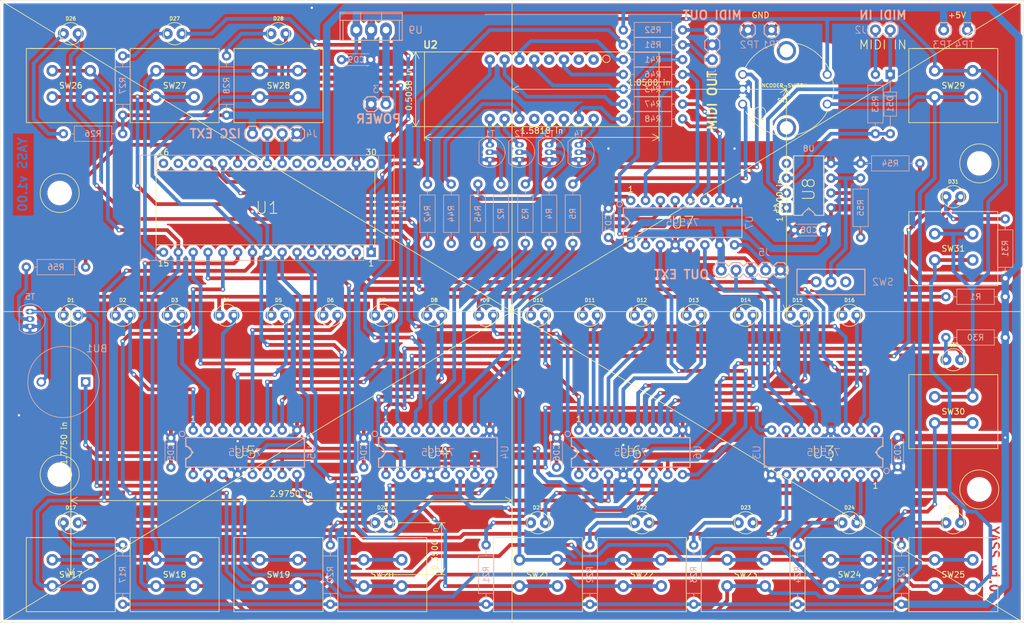
<source format=kicad_pcb>
(kicad_pcb (version 20171130) (host pcbnew "(5.1.2)-1")
  (layers (0 F.Cu signal) (31 B.Cu signal hide) (34 B.Paste user hide) (35 F.Paste user hide) (36 B.SilkS user hide) (37 F.SilkS user) (38 B.Mask user hide) (39 F.Mask user hide) (44 Edge.Cuts user))
  (net 0 "")
  (net 1 "Net-(D1-PadA)")
  (net 2 "Net-(D17-PadA)")
  (net 3 "Net-(D20-PadA)")
  (net 4 "Net-(D21-PadA)")
  (net 5 "Net-(D22-PadA)")
  (net 6 "Net-(D23-PadA)")
  (net 7 "Net-(D24-PadA)")
  (net 8 "Net-(D25-PadA)")
  (net 9 "Net-(D26-PadA)")
  (net 10 "Net-(D27-PadA)")
  (net 11 "Net-(D28-PadA)")
  (net 12 "Net-(D30-PadA)")
  (net 13 "Net-(D31-PadA)")
  (net 14 "Net-(D1-PadK)")
  (net 15 "Net-(D2-PadK)")
  (net 16 "Net-(D3-PadK)")
  (net 17 "Net-(D4-PadK)")
  (net 18 "Net-(D5-PadK)")
  (net 19 "Net-(D6-PadK)")
  (net 20 "Net-(D7-PadK)")
  (net 21 "Net-(D8-PadK)")
  (net 22 "Net-(D9-PadK)")
  (net 23 "Net-(D10-PadK)")
  (net 24 "Net-(D11-PadK)")
  (net 25 "Net-(D12-PadK)")
  (net 26 "Net-(D13-PadK)")
  (net 27 "Net-(D14-PadK)")
  (net 28 "Net-(D15-PadK)")
  (net 29 "Net-(D16-PadK)")
  (net 30 "Net-(D17-PadK)")
  (net 31 "Net-(D20-PadK)")
  (net 32 "Net-(D21-PadK)")
  (net 33 "Net-(D22-PadK)")
  (net 34 "Net-(D23-PadK)")
  (net 35 "Net-(D24-PadK)")
  (net 36 "Net-(D25-PadK)")
  (net 37 "Net-(D26-PadK)")
  (net 38 "Net-(D27-PadK)")
  (net 39 "Net-(D28-PadK)")
  (net 40 "Net-(D30-PadK)")
  (net 41 "Net-(D31-PadK)")
  (net 42 "Net-(U1-Pad3)")
  (net 43 "Net-(U1-Pad16)")
  (net 44 "Net-(U1-Pad17)")
  (net 45 "Net-(U1-Pad18)")
  (net 46 "Net-(U1-Pad22)")
  (net 47 "Net-(U1-Pad25)")
  (net 48 "Net-(U1-Pad26)")
  (net 49 "Net-(U1-Pad28)")
  (net 50 "Net-(U1-Pad30)")
  (net 51 "Net-(U2-Pad4)")
  (net 52 "Net-(U2-Pad9)")
  (net 53 "Net-(U2-Pad10)")
  (net 54 "Net-(U2-Pad12)")
  (net 55 "Net-(R41-Pad1)")
  (net 56 "Net-(R42-Pad1)")
  (net 57 "Net-(R43-Pad1)")
  (net 58 "Net-(R44-Pad1)")
  (net 59 "Net-(R45-Pad1)")
  (net 60 "Net-(R46-Pad1)")
  (net 61 "Net-(R47-Pad1)")
  (net 62 "Net-(R2-Pad2)")
  (net 63 "Net-(R2-Pad1)")
  (net 64 "Net-(R3-Pad1)")
  (net 65 "Net-(R4-Pad2)")
  (net 66 "Net-(R4-Pad1)")
  (net 67 "Net-(R5-Pad1)")
  (net 68 "Net-(R5-Pad2)")
  (net 69 GND)
  (net 70 DATA_BIT_1)
  (net 71 CLOCK)
  (net 72 LATCH)
  (net 73 +5V)
  (net 74 DATA_BIT_2)
  (net 75 DATA_BIT_3)
  (net 76 DATA_BIT_4)
  (net 77 DATA_BIT_5)
  (net 78 "Net-(U8-Pad4)")
  (net 79 "Net-(U8-Pad1)")
  (net 80 SEG_A)
  (net 81 SEG_B)
  (net 82 SEG_C)
  (net 83 SEG_D)
  (net 84 SEG_E)
  (net 85 SEG_F)
  (net 86 SEG_G)
  (net 87 DP)
  (net 88 "Net-(R48-Pad1)")
  (net 89 TRACK_A)
  (net 90 TRACK_B)
  (net 91 COL_3)
  (net 92 ROW_3)
  (net 93 COL_2)
  (net 94 ROW_2)
  (net 95 COL_4)
  (net 96 COL_5)
  (net 97 ROW_1)
  (net 98 COL_1)
  (net 99 DIGIT_1)
  (net 100 DIGIT_2)
  (net 101 DIGIT_3)
  (net 102 DIGIT_4)
  (net 103 "Net-(J1-Pad1)")
  (net 104 "Net-(J1-Pad3)")
  (net 105 "Net-(R51-Pad2)")
  (net 106 "Net-(J2-Pad1)")
  (net 107 "Net-(D51-Pad1)")
  (net 108 "Net-(D51-Pad2)")
  (net 109 "Net-(R54-Pad1)")
  (net 110 RX)
  (net 111 "Net-(R55-Pad2)")
  (net 112 "Net-(SW2-Pad1)")
  (net 113 "Net-(J3-Pad2)")
  (net 114 "Net-(BU1-Pad2)")
  (net 115 BUZ)
  (net 116 "Net-(R56-Pad1)")
  (net 117 SDA)
  (net 118 SCL)
  (net 119 "Net-(R3-Pad2)")
  (net 120 DATA_BIT_6)
  (module Switches:SWITCH_SPDT_PTH_11.6X4.0MM (layer B.Cu) (at 210.82 96.52 90)
    (fp_text reference SW2 (at 0 8.89) (layer B.SilkS) (effects (font (size 1.2192 1.2192) (thickness 0.127)) (justify mirror)))
    (fp_text value SWITCH_TOGGLE_SPST_RIGHT_ANGLE hide)
    (pad 1 thru_hole circle (at 0 2.54 90) (size 1.8796 1.8796) (drill 1.016) (layers *.Cu *.Mask) (net 112 "Net-(SW2-Pad1)"))
    (pad 2 thru_hole circle (at 0 0 90) (size 1.8796 1.8796) (drill 1.016) (layers *.Cu *.Mask) (net 111 "Net-(R55-Pad2)"))
    (pad 3 thru_hole circle (at 0 -2.54 90) (size 1.8796 1.8796) (drill 1.016) (layers *.Cu *.Mask) (net 110 RX))
  )
  (module YASS_v2:R (layer B.Cu) (at 185.42 68.58 180)
    (fp_text reference R48 (at 5.08 0) (layer B.SilkS) (effects (justify mirror)))
    (fp_text value 1k)
    (pad 1 thru_hole circle (at 0 0 180) (size 1.6 1.6) (drill 0.8) (layers *.Cu *.Mask) (net 88 "Net-(R48-Pad1)"))
    (pad 2 thru_hole oval (at 10.16 0 180) (size 1.6 1.6) (drill 0.8) (layers *.Cu *.Mask) (net 87 DP))
  )
  (module YASS_v2:R (layer B.Cu) (at 185.42 55.88 180)
    (fp_text reference R51 (at 5.08 0) (layer B.SilkS) (effects (justify mirror)))
    (fp_text value 220)
    (pad 1 thru_hole circle (at 0 0 180) (size 1.6 1.6) (drill 0.8) (layers *.Cu *.Mask) (net 104 "Net-(J1-Pad3)"))
    (pad 2 thru_hole oval (at 10.16 0 180) (size 1.6 1.6) (drill 0.8) (layers *.Cu *.Mask) (net 105 "Net-(R51-Pad2)"))
  )
  (module YASS_v2:ROTARY_ENCODER (layer F.Cu) (at 203.2 63.5 180)
    (fp_text reference SW1 (at 0.635 -1.905) (layer F.SilkS) (effects (font (size 0.6096 0.6096) (thickness 0.127))))
    (fp_text value ENCODER-SWITCH (at 0.635 0.635) (layer F.SilkS) (effects (font (size 0.6096 0.6096) (thickness 0.127))))
    (pad A thru_hole circle (at 7.493 2.54 180) (size 1.524 1.524) (drill 1.016) (layers *.Cu *.Mask) (net 89 TRACK_A))
    (pad B thru_hole circle (at 7.493 -2.54 180) (size 1.524 1.524) (drill 1.016) (layers *.Cu *.Mask) (net 90 TRACK_B))
    (pad C thru_hole circle (at 7.493 0 180) (size 1.524 1.524) (drill 1.016) (layers *.Cu *.Mask) (net 69 GND))
    (pad P$3 thru_hole circle (at 0 -6.604 180) (size 3.302 3.302) (drill 2.286) (layers *.Cu *.Mask))
    (pad P$4 thru_hole circle (at 0 6.604 180) (size 3.302 3.302) (drill 2.286) (layers *.Cu *.Mask))
    (pad SW+ thru_hole circle (at -6.985 -2.54 180) (size 1.524 1.524) (drill 1.016) (layers *.Cu *.Mask) (net 91 COL_3))
    (pad SW- thru_hole circle (at -6.985 2.54 180) (size 1.524 1.524) (drill 1.016) (layers *.Cu *.Mask) (net 92 ROW_3))
  )
  (module TO_SOT_Packages_THT:TO-92_Inline_Narrow_Oval (layer B.Cu) (at 162.56 75.565 90)
    (fp_text reference T3 (at 4.445 0 180) (layer B.SilkS) (effects (justify mirror)))
    (fp_text value 2N2222)
    (pad 1 thru_hole rect (at 0 0 270) (size 0.9 1.5) (drill 0.6) (layers *.Cu *.Mask) (net 69 GND))
    (pad 3 thru_hole oval (at 2.54 0 270) (size 0.9 1.5) (drill 0.6) (layers *.Cu *.Mask) (net 101 DIGIT_3))
    (pad 2 thru_hole oval (at 1.27 0 270) (size 0.9 1.5) (drill 0.6) (layers *.Cu *.Mask) (net 65 "Net-(R4-Pad2)"))
  )
  (module TO_SOT_Packages_THT:TO-92_Inline_Narrow_Oval (layer B.Cu) (at 152.4 75.565 90)
    (fp_text reference T1 (at 4.445 0 180) (layer B.SilkS) (effects (justify mirror)))
    (fp_text value 2N2222)
    (pad 1 thru_hole rect (at 0 0 270) (size 0.9 1.5) (drill 0.6) (layers *.Cu *.Mask) (net 69 GND))
    (pad 3 thru_hole oval (at 2.54 0 270) (size 0.9 1.5) (drill 0.6) (layers *.Cu *.Mask) (net 99 DIGIT_1))
    (pad 2 thru_hole oval (at 1.27 0 270) (size 0.9 1.5) (drill 0.6) (layers *.Cu *.Mask) (net 62 "Net-(R2-Pad2)"))
  )
  (module Silicon-Standard:DIP16 (layer B.Cu) (at 143.51 125.73)
    (fp_text reference U4 (at 11.43 0 270) (layer B.SilkS) (effects (font (size 1.2192 1.2192) (thickness 0.127)) (justify mirror)))
    (fp_text value 74595 (at 0 0 180) (layer B.SilkS) (effects (font (size 1.2192 1.2192) (thickness 0.127)) (justify mirror)))
    (pad 1 thru_hole circle (at -8.89 -3.81) (size 1.6256 1.6256) (drill 0.8128) (layers *.Cu *.Mask) (net 40 "Net-(D30-PadK)"))
    (pad 2 thru_hole circle (at -6.35 -3.81) (size 1.6256 1.6256) (drill 0.8128) (layers *.Cu *.Mask) (net 39 "Net-(D28-PadK)"))
    (pad 3 thru_hole circle (at -3.81 -3.81) (size 1.6256 1.6256) (drill 0.8128) (layers *.Cu *.Mask) (net 38 "Net-(D27-PadK)"))
    (pad 4 thru_hole circle (at -1.27 -3.81) (size 1.6256 1.6256) (drill 0.8128) (layers *.Cu *.Mask) (net 63 "Net-(R2-Pad1)"))
    (pad 5 thru_hole circle (at 1.27 -3.81) (size 1.6256 1.6256) (drill 0.8128) (layers *.Cu *.Mask) (net 64 "Net-(R3-Pad1)"))
    (pad 6 thru_hole circle (at 3.81 -3.81) (size 1.6256 1.6256) (drill 0.8128) (layers *.Cu *.Mask) (net 66 "Net-(R4-Pad1)"))
    (pad 7 thru_hole circle (at 6.35 -3.81) (size 1.6256 1.6256) (drill 0.8128) (layers *.Cu *.Mask) (net 67 "Net-(R5-Pad1)"))
    (pad 8 thru_hole circle (at 8.89 -3.81) (size 1.6256 1.6256) (drill 0.8128) (layers *.Cu *.Mask) (net 69 GND))
    (pad 9 thru_hole circle (at 8.89 3.81) (size 1.6256 1.6256) (drill 0.8128) (layers *.Cu *.Mask) (net 75 DATA_BIT_3))
    (pad 10 thru_hole circle (at 6.35 3.81) (size 1.6256 1.6256) (drill 0.8128) (layers *.Cu *.Mask) (net 73 +5V))
    (pad 11 thru_hole circle (at 3.81 3.81) (size 1.6256 1.6256) (drill 0.8128) (layers *.Cu *.Mask) (net 71 CLOCK))
    (pad 12 thru_hole circle (at 1.27 3.81) (size 1.6256 1.6256) (drill 0.8128) (layers *.Cu *.Mask) (net 72 LATCH))
    (pad 13 thru_hole circle (at -1.27 3.81) (size 1.6256 1.6256) (drill 0.8128) (layers *.Cu *.Mask) (net 69 GND))
    (pad 14 thru_hole circle (at -3.81 3.81) (size 1.6256 1.6256) (drill 0.8128) (layers *.Cu *.Mask) (net 74 DATA_BIT_2))
    (pad 15 thru_hole circle (at -6.35 3.81) (size 1.6256 1.6256) (drill 0.8128) (layers *.Cu *.Mask) (net 41 "Net-(D31-PadK)"))
    (pad 16 thru_hole circle (at -8.89 3.81) (size 1.6256 1.6256) (drill 0.8128) (layers *.Cu *.Mask) (net 73 +5V))
  )
  (module Silicon-Standard:DIP16 (layer B.Cu) (at 110.49 125.73)
    (fp_text reference U5 (at 11.43 0 -90) (layer B.SilkS) (effects (font (size 1.2192 1.2192) (thickness 0.127)) (justify mirror)))
    (fp_text value 74595 (at 0 0 180) (layer B.SilkS) (effects (font (size 1.2192 1.2192) (thickness 0.127)) (justify mirror)))
    (pad 1 thru_hole circle (at -8.89 -3.81) (size 1.6256 1.6256) (drill 0.8128) (layers *.Cu *.Mask) (net 15 "Net-(D2-PadK)"))
    (pad 2 thru_hole circle (at -6.35 -3.81) (size 1.6256 1.6256) (drill 0.8128) (layers *.Cu *.Mask) (net 16 "Net-(D3-PadK)"))
    (pad 3 thru_hole circle (at -3.81 -3.81) (size 1.6256 1.6256) (drill 0.8128) (layers *.Cu *.Mask) (net 17 "Net-(D4-PadK)"))
    (pad 4 thru_hole circle (at -1.27 -3.81) (size 1.6256 1.6256) (drill 0.8128) (layers *.Cu *.Mask) (net 18 "Net-(D5-PadK)"))
    (pad 5 thru_hole circle (at 1.27 -3.81) (size 1.6256 1.6256) (drill 0.8128) (layers *.Cu *.Mask) (net 19 "Net-(D6-PadK)"))
    (pad 6 thru_hole circle (at 3.81 -3.81) (size 1.6256 1.6256) (drill 0.8128) (layers *.Cu *.Mask) (net 20 "Net-(D7-PadK)"))
    (pad 7 thru_hole circle (at 6.35 -3.81) (size 1.6256 1.6256) (drill 0.8128) (layers *.Cu *.Mask) (net 21 "Net-(D8-PadK)"))
    (pad 8 thru_hole circle (at 8.89 -3.81) (size 1.6256 1.6256) (drill 0.8128) (layers *.Cu *.Mask) (net 69 GND))
    (pad 9 thru_hole circle (at 8.89 3.81) (size 1.6256 1.6256) (drill 0.8128) (layers *.Cu *.Mask) (net 76 DATA_BIT_4))
    (pad 10 thru_hole circle (at 6.35 3.81) (size 1.6256 1.6256) (drill 0.8128) (layers *.Cu *.Mask) (net 73 +5V))
    (pad 11 thru_hole circle (at 3.81 3.81) (size 1.6256 1.6256) (drill 0.8128) (layers *.Cu *.Mask) (net 71 CLOCK))
    (pad 12 thru_hole circle (at 1.27 3.81) (size 1.6256 1.6256) (drill 0.8128) (layers *.Cu *.Mask) (net 72 LATCH))
    (pad 13 thru_hole circle (at -1.27 3.81) (size 1.6256 1.6256) (drill 0.8128) (layers *.Cu *.Mask) (net 69 GND))
    (pad 14 thru_hole circle (at -3.81 3.81) (size 1.6256 1.6256) (drill 0.8128) (layers *.Cu *.Mask) (net 75 DATA_BIT_3))
    (pad 15 thru_hole circle (at -6.35 3.81) (size 1.6256 1.6256) (drill 0.8128) (layers *.Cu *.Mask) (net 14 "Net-(D1-PadK)"))
    (pad 16 thru_hole circle (at -8.89 3.81) (size 1.6256 1.6256) (drill 0.8128) (layers *.Cu *.Mask) (net 73 +5V))
  )
  (module TO_SOT_Packages_THT:TO-92_Inline_Narrow_Oval (layer B.Cu) (at 157.48 75.565 90)
    (fp_text reference T2 (at 4.445 0 180) (layer B.SilkS) (effects (justify mirror)))
    (fp_text value PN2222A hide)
    (pad 1 thru_hole rect (at 0 0 270) (size 0.9 1.5) (drill 0.6) (layers *.Cu *.Mask) (net 69 GND))
    (pad 3 thru_hole oval (at 2.54 0 270) (size 0.9 1.5) (drill 0.6) (layers *.Cu *.Mask) (net 100 DIGIT_2))
    (pad 2 thru_hole oval (at 1.27 0 270) (size 0.9 1.5) (drill 0.6) (layers *.Cu *.Mask) (net 119 "Net-(R3-Pad2)"))
  )
  (module Silicon-Standard:DIP16 (layer B.Cu) (at 185.42 86.36)
    (fp_text reference U7 (at 11.43 0 270) (layer B.SilkS) (effects (font (size 1.2192 1.2192) (thickness 0.127)) (justify mirror)))
    (fp_text value 74595 (at 0 0 180) (layer B.SilkS) (effects (font (size 1.2192 1.2192) (thickness 0.127)) (justify mirror)))
    (pad 1 thru_hole circle (at -8.89 -3.81) (size 1.6256 1.6256) (drill 0.8128) (layers *.Cu *.Mask) (net 56 "Net-(R42-Pad1)"))
    (pad 2 thru_hole circle (at -6.35 -3.81) (size 1.6256 1.6256) (drill 0.8128) (layers *.Cu *.Mask) (net 57 "Net-(R43-Pad1)"))
    (pad 3 thru_hole circle (at -3.81 -3.81) (size 1.6256 1.6256) (drill 0.8128) (layers *.Cu *.Mask) (net 58 "Net-(R44-Pad1)"))
    (pad 4 thru_hole circle (at -1.27 -3.81) (size 1.6256 1.6256) (drill 0.8128) (layers *.Cu *.Mask) (net 59 "Net-(R45-Pad1)"))
    (pad 5 thru_hole circle (at 1.27 -3.81) (size 1.6256 1.6256) (drill 0.8128) (layers *.Cu *.Mask) (net 60 "Net-(R46-Pad1)"))
    (pad 6 thru_hole circle (at 3.81 -3.81) (size 1.6256 1.6256) (drill 0.8128) (layers *.Cu *.Mask) (net 61 "Net-(R47-Pad1)"))
    (pad 7 thru_hole circle (at 6.35 -3.81) (size 1.6256 1.6256) (drill 0.8128) (layers *.Cu *.Mask) (net 88 "Net-(R48-Pad1)"))
    (pad 8 thru_hole circle (at 8.89 -3.81) (size 1.6256 1.6256) (drill 0.8128) (layers *.Cu *.Mask) (net 69 GND))
    (pad 9 thru_hole circle (at 8.89 3.81) (size 1.6256 1.6256) (drill 0.8128) (layers *.Cu *.Mask) (net 120 DATA_BIT_6))
    (pad 10 thru_hole circle (at 6.35 3.81) (size 1.6256 1.6256) (drill 0.8128) (layers *.Cu *.Mask) (net 73 +5V))
    (pad 11 thru_hole circle (at 3.81 3.81) (size 1.6256 1.6256) (drill 0.8128) (layers *.Cu *.Mask) (net 71 CLOCK))
    (pad 12 thru_hole circle (at 1.27 3.81) (size 1.6256 1.6256) (drill 0.8128) (layers *.Cu *.Mask) (net 72 LATCH))
    (pad 13 thru_hole circle (at -1.27 3.81) (size 1.6256 1.6256) (drill 0.8128) (layers *.Cu *.Mask) (net 69 GND))
    (pad 14 thru_hole circle (at -3.81 3.81) (size 1.6256 1.6256) (drill 0.8128) (layers *.Cu *.Mask) (net 77 DATA_BIT_5))
    (pad 15 thru_hole circle (at -6.35 3.81) (size 1.6256 1.6256) (drill 0.8128) (layers *.Cu *.Mask) (net 55 "Net-(R41-Pad1)"))
    (pad 16 thru_hole circle (at -8.89 3.81) (size 1.6256 1.6256) (drill 0.8128) (layers *.Cu *.Mask) (net 73 +5V))
  )
  (module YASS_v2:R (layer B.Cu) (at 151.765 151.765 90)
    (fp_text reference R21 (at 5.08 0 90) (layer B.SilkS) (effects (justify mirror)))
    (fp_text value 1k)
    (pad 1 thru_hole circle (at 0 0 90) (size 1.6 1.6) (drill 0.8) (layers *.Cu *.Mask) (net 73 +5V))
    (pad 2 thru_hole oval (at 10.16 0 90) (size 1.6 1.6) (drill 0.8) (layers *.Cu *.Mask) (net 4 "Net-(D21-PadA)"))
  )
  (module Modules:Arduino_Nano (layer B.Cu) (at 132.08 91.44 90)
    (fp_text reference U1 (at 7.62 5.08 90) (layer B.SilkS) (effects (font (size 1.2192 1.2192)) (justify mirror)))
    (fp_text value Arduino_Nano_v2.x)
    (pad 1 thru_hole rect (at 0 0 90) (size 1.6 1.6) (drill 0.8) (layers *.Cu *.Mask) (net 105 "Net-(R51-Pad2)"))
    (pad 17 thru_hole oval (at 15.24 -33.02 90) (size 1.6 1.6) (drill 0.8) (layers *.Cu *.Mask) (net 44 "Net-(U1-Pad17)"))
    (pad 2 thru_hole oval (at 0 -2.54 90) (size 1.6 1.6) (drill 0.8) (layers *.Cu *.Mask) (net 110 RX))
    (pad 18 thru_hole oval (at 15.24 -30.48 90) (size 1.6 1.6) (drill 0.8) (layers *.Cu *.Mask) (net 45 "Net-(U1-Pad18)"))
    (pad 3 thru_hole oval (at 0 -5.08 90) (size 1.6 1.6) (drill 0.8) (layers *.Cu *.Mask) (net 42 "Net-(U1-Pad3)"))
    (pad 19 thru_hole oval (at 15.24 -27.94 90) (size 1.6 1.6) (drill 0.8) (layers *.Cu *.Mask) (net 89 TRACK_A))
    (pad 4 thru_hole oval (at 0 -7.62 90) (size 1.6 1.6) (drill 0.8) (layers *.Cu *.Mask) (net 69 GND))
    (pad 20 thru_hole oval (at 15.24 -25.4 90) (size 1.6 1.6) (drill 0.8) (layers *.Cu *.Mask) (net 90 TRACK_B))
    (pad 5 thru_hole oval (at 0 -10.16 90) (size 1.6 1.6) (drill 0.8) (layers *.Cu *.Mask) (net 70 DATA_BIT_1))
    (pad 21 thru_hole oval (at 15.24 -22.86 90) (size 1.6 1.6) (drill 0.8) (layers *.Cu *.Mask) (net 115 BUZ))
    (pad 6 thru_hole oval (at 0 -12.7 90) (size 1.6 1.6) (drill 0.8) (layers *.Cu *.Mask) (net 71 CLOCK))
    (pad 22 thru_hole oval (at 15.24 -20.32 90) (size 1.6 1.6) (drill 0.8) (layers *.Cu *.Mask) (net 46 "Net-(U1-Pad22)"))
    (pad 7 thru_hole oval (at 0 -15.24 90) (size 1.6 1.6) (drill 0.8) (layers *.Cu *.Mask) (net 72 LATCH))
    (pad 23 thru_hole oval (at 15.24 -17.78 90) (size 1.6 1.6) (drill 0.8) (layers *.Cu *.Mask) (net 117 SDA))
    (pad 8 thru_hole oval (at 0 -17.78 90) (size 1.6 1.6) (drill 0.8) (layers *.Cu *.Mask) (net 98 COL_1))
    (pad 24 thru_hole oval (at 15.24 -15.24 90) (size 1.6 1.6) (drill 0.8) (layers *.Cu *.Mask) (net 118 SCL))
    (pad 9 thru_hole oval (at 0 -20.32 90) (size 1.6 1.6) (drill 0.8) (layers *.Cu *.Mask) (net 93 COL_2))
    (pad 25 thru_hole oval (at 15.24 -12.7 90) (size 1.6 1.6) (drill 0.8) (layers *.Cu *.Mask) (net 47 "Net-(U1-Pad25)"))
    (pad 10 thru_hole oval (at 0 -22.86 90) (size 1.6 1.6) (drill 0.8) (layers *.Cu *.Mask) (net 91 COL_3))
    (pad 26 thru_hole oval (at 15.24 -10.16 90) (size 1.6 1.6) (drill 0.8) (layers *.Cu *.Mask) (net 48 "Net-(U1-Pad26)"))
    (pad 11 thru_hole oval (at 0 -25.4 90) (size 1.6 1.6) (drill 0.8) (layers *.Cu *.Mask) (net 95 COL_4))
    (pad 27 thru_hole oval (at 15.24 -7.62 90) (size 1.6 1.6) (drill 0.8) (layers *.Cu *.Mask) (net 73 +5V))
    (pad 12 thru_hole oval (at 0 -27.94 90) (size 1.6 1.6) (drill 0.8) (layers *.Cu *.Mask) (net 96 COL_5))
    (pad 28 thru_hole oval (at 15.24 -5.08 90) (size 1.6 1.6) (drill 0.8) (layers *.Cu *.Mask) (net 49 "Net-(U1-Pad28)"))
    (pad 13 thru_hole oval (at 0 -30.48 90) (size 1.6 1.6) (drill 0.8) (layers *.Cu *.Mask) (net 97 ROW_1))
    (pad 29 thru_hole oval (at 15.24 -2.54 90) (size 1.6 1.6) (drill 0.8) (layers *.Cu *.Mask) (net 69 GND))
    (pad 14 thru_hole oval (at 0 -33.02 90) (size 1.6 1.6) (drill 0.8) (layers *.Cu *.Mask) (net 94 ROW_2))
    (pad 30 thru_hole oval (at 15.24 0 90) (size 1.6 1.6) (drill 0.8) (layers *.Cu *.Mask) (net 50 "Net-(U1-Pad30)"))
    (pad 15 thru_hole oval (at 0 -35.56 90) (size 1.6 1.6) (drill 0.8) (layers *.Cu *.Mask) (net 92 ROW_3))
    (pad 16 thru_hole oval (at 15.24 -35.56 90) (size 1.6 1.6) (drill 0.8) (layers *.Cu *.Mask) (net 43 "Net-(U1-Pad16)"))
  )
  (module YASS_v2:R (layer B.Cu) (at 218.44 71.12 90)
    (fp_text reference R53 (at 5.08 0 270) (layer B.SilkS) (effects (justify mirror)))
    (fp_text value 220)
    (pad 1 thru_hole circle (at 0 0 90) (size 1.6 1.6) (drill 0.8) (layers *.Cu *.Mask) (net 108 "Net-(D51-Pad2)"))
    (pad 2 thru_hole oval (at 10.16 0 90) (size 1.6 1.6) (drill 0.8) (layers *.Cu *.Mask) (net 106 "Net-(J2-Pad1)"))
  )
  (module YASS_v2:R (layer B.Cu) (at 125.095 151.765 90)
    (fp_text reference R20 (at 5.08 0 90) (layer B.SilkS) (effects (justify mirror)))
    (fp_text value 1k)
    (pad 1 thru_hole circle (at 0 0 90) (size 1.6 1.6) (drill 0.8) (layers *.Cu *.Mask) (net 73 +5V))
    (pad 2 thru_hole oval (at 10.16 0 90) (size 1.6 1.6) (drill 0.8) (layers *.Cu *.Mask) (net 3 "Net-(D20-PadA)"))
  )
  (module Silicon-Standard:DIP16 (layer B.Cu) (at 209.55 125.73 180)
    (fp_text reference U3 (at 11.43 0 270) (layer B.SilkS) (effects (font (size 1.2192 1.2192) (thickness 0.127)) (justify mirror)))
    (fp_text value 74595 (at 0 0 180) (layer B.SilkS) (effects (font (size 1.2192 1.2192) (thickness 0.127)) (justify mirror)))
    (pad 1 thru_hole circle (at -8.89 -3.81 180) (size 1.6256 1.6256) (drill 0.8128) (layers *.Cu *.Mask) (net 36 "Net-(D25-PadK)"))
    (pad 2 thru_hole circle (at -6.35 -3.81 180) (size 1.6256 1.6256) (drill 0.8128) (layers *.Cu *.Mask) (net 35 "Net-(D24-PadK)"))
    (pad 3 thru_hole circle (at -3.81 -3.81 180) (size 1.6256 1.6256) (drill 0.8128) (layers *.Cu *.Mask) (net 34 "Net-(D23-PadK)"))
    (pad 4 thru_hole circle (at -1.27 -3.81 180) (size 1.6256 1.6256) (drill 0.8128) (layers *.Cu *.Mask) (net 33 "Net-(D22-PadK)"))
    (pad 5 thru_hole circle (at 1.27 -3.81 180) (size 1.6256 1.6256) (drill 0.8128) (layers *.Cu *.Mask) (net 32 "Net-(D21-PadK)"))
    (pad 6 thru_hole circle (at 3.81 -3.81 180) (size 1.6256 1.6256) (drill 0.8128) (layers *.Cu *.Mask) (net 31 "Net-(D20-PadK)"))
    (pad 7 thru_hole circle (at 6.35 -3.81 180) (size 1.6256 1.6256) (drill 0.8128) (layers *.Cu *.Mask) (net 30 "Net-(D17-PadK)"))
    (pad 8 thru_hole circle (at 8.89 -3.81 180) (size 1.6256 1.6256) (drill 0.8128) (layers *.Cu *.Mask) (net 69 GND))
    (pad 9 thru_hole circle (at 8.89 3.81 180) (size 1.6256 1.6256) (drill 0.8128) (layers *.Cu *.Mask) (net 74 DATA_BIT_2))
    (pad 10 thru_hole circle (at 6.35 3.81 180) (size 1.6256 1.6256) (drill 0.8128) (layers *.Cu *.Mask) (net 73 +5V))
    (pad 11 thru_hole circle (at 3.81 3.81 180) (size 1.6256 1.6256) (drill 0.8128) (layers *.Cu *.Mask) (net 71 CLOCK))
    (pad 12 thru_hole circle (at 1.27 3.81 180) (size 1.6256 1.6256) (drill 0.8128) (layers *.Cu *.Mask) (net 72 LATCH))
    (pad 13 thru_hole circle (at -1.27 3.81 180) (size 1.6256 1.6256) (drill 0.8128) (layers *.Cu *.Mask) (net 69 GND))
    (pad 14 thru_hole circle (at -3.81 3.81 180) (size 1.6256 1.6256) (drill 0.8128) (layers *.Cu *.Mask) (net 70 DATA_BIT_1))
    (pad 15 thru_hole circle (at -6.35 3.81 180) (size 1.6256 1.6256) (drill 0.8128) (layers *.Cu *.Mask) (net 37 "Net-(D26-PadK)"))
    (pad 16 thru_hole circle (at -8.89 3.81 180) (size 1.6256 1.6256) (drill 0.8128) (layers *.Cu *.Mask) (net 73 +5V))
  )
  (module YASS_v2:R (layer B.Cu) (at 187.325 151.765 90)
    (fp_text reference R23 (at 5.08 0 90) (layer B.SilkS) (effects (justify mirror)))
    (fp_text value 1k)
    (pad 1 thru_hole circle (at 0 0 90) (size 1.6 1.6) (drill 0.8) (layers *.Cu *.Mask) (net 73 +5V))
    (pad 2 thru_hole oval (at 10.16 0 90) (size 1.6 1.6) (drill 0.8) (layers *.Cu *.Mask) (net 6 "Net-(D23-PadA)"))
  )
  (module YASS_v2:R (layer B.Cu) (at 175.26 53.34)
    (fp_text reference R52 (at 5.08 0) (layer B.SilkS) (effects (justify mirror)))
    (fp_text value 220)
    (pad 1 thru_hole circle (at 0 0) (size 1.6 1.6) (drill 0.8) (layers *.Cu *.Mask) (net 73 +5V))
    (pad 2 thru_hole oval (at 10.16 0) (size 1.6 1.6) (drill 0.8) (layers *.Cu *.Mask) (net 103 "Net-(J1-Pad1)"))
  )
  (module Silicon-Standard:DIP16 (layer B.Cu) (at 176.53 125.73)
    (fp_text reference U6 (at 11.43 0 -90) (layer B.SilkS) (effects (font (size 1.2192 1.2192) (thickness 0.127)) (justify mirror)))
    (fp_text value 74595 (at 0 0 180) (layer B.SilkS) (effects (font (size 1.2192 1.2192) (thickness 0.127)) (justify mirror)))
    (pad 1 thru_hole circle (at -8.89 -3.81) (size 1.6256 1.6256) (drill 0.8128) (layers *.Cu *.Mask) (net 23 "Net-(D10-PadK)"))
    (pad 2 thru_hole circle (at -6.35 -3.81) (size 1.6256 1.6256) (drill 0.8128) (layers *.Cu *.Mask) (net 24 "Net-(D11-PadK)"))
    (pad 3 thru_hole circle (at -3.81 -3.81) (size 1.6256 1.6256) (drill 0.8128) (layers *.Cu *.Mask) (net 25 "Net-(D12-PadK)"))
    (pad 4 thru_hole circle (at -1.27 -3.81) (size 1.6256 1.6256) (drill 0.8128) (layers *.Cu *.Mask) (net 26 "Net-(D13-PadK)"))
    (pad 5 thru_hole circle (at 1.27 -3.81) (size 1.6256 1.6256) (drill 0.8128) (layers *.Cu *.Mask) (net 27 "Net-(D14-PadK)"))
    (pad 6 thru_hole circle (at 3.81 -3.81) (size 1.6256 1.6256) (drill 0.8128) (layers *.Cu *.Mask) (net 28 "Net-(D15-PadK)"))
    (pad 7 thru_hole circle (at 6.35 -3.81) (size 1.6256 1.6256) (drill 0.8128) (layers *.Cu *.Mask) (net 29 "Net-(D16-PadK)"))
    (pad 8 thru_hole circle (at 8.89 -3.81) (size 1.6256 1.6256) (drill 0.8128) (layers *.Cu *.Mask) (net 69 GND))
    (pad 9 thru_hole circle (at 8.89 3.81) (size 1.6256 1.6256) (drill 0.8128) (layers *.Cu *.Mask) (net 77 DATA_BIT_5))
    (pad 10 thru_hole circle (at 6.35 3.81) (size 1.6256 1.6256) (drill 0.8128) (layers *.Cu *.Mask) (net 73 +5V))
    (pad 11 thru_hole circle (at 3.81 3.81) (size 1.6256 1.6256) (drill 0.8128) (layers *.Cu *.Mask) (net 71 CLOCK))
    (pad 12 thru_hole circle (at 1.27 3.81) (size 1.6256 1.6256) (drill 0.8128) (layers *.Cu *.Mask) (net 72 LATCH))
    (pad 13 thru_hole circle (at -1.27 3.81) (size 1.6256 1.6256) (drill 0.8128) (layers *.Cu *.Mask) (net 69 GND))
    (pad 14 thru_hole circle (at -3.81 3.81) (size 1.6256 1.6256) (drill 0.8128) (layers *.Cu *.Mask) (net 76 DATA_BIT_4))
    (pad 15 thru_hole circle (at -6.35 3.81) (size 1.6256 1.6256) (drill 0.8128) (layers *.Cu *.Mask) (net 22 "Net-(D9-PadK)"))
    (pad 16 thru_hole circle (at -8.89 3.81) (size 1.6256 1.6256) (drill 0.8128) (layers *.Cu *.Mask) (net 73 +5V))
  )
  (module YASS_v2:R (layer B.Cu) (at 89.535 151.765 90)
    (fp_text reference R17 (at 5.08 0 90) (layer B.SilkS) (effects (justify mirror)))
    (fp_text value 1k)
    (pad 1 thru_hole circle (at 0 0 90) (size 1.6 1.6) (drill 0.8) (layers *.Cu *.Mask) (net 73 +5V))
    (pad 2 thru_hole oval (at 10.16 0 90) (size 1.6 1.6) (drill 0.8) (layers *.Cu *.Mask) (net 2 "Net-(D17-PadA)"))
  )
  (module Capacitors_THT:C_Disc_D4.3mm_W1.9mm_P5.00mm (layer B.Cu) (at 130.81 128.27 90)
    (fp_text reference CD4 (at 2.5 0 90) (layer B.SilkS) (effects (justify mirror)))
    (fp_text value 100nF)
    (pad 2 thru_hole circle (at 5 0 90) (size 1.6 1.6) (drill 0.8) (layers *.Cu *.Mask) (net 69 GND))
    (pad 1 thru_hole circle (at 0 0 90) (size 1.6 1.6) (drill 0.8) (layers *.Cu *.Mask) (net 73 +5V))
  )
  (module Capacitors_THT:C_Disc_D4.3mm_W1.9mm_P5.00mm (layer B.Cu) (at 127 58.42)
    (fp_text reference CD9 (at 2.54 0) (layer B.SilkS) (effects (justify mirror)))
    (fp_text value 100nF)
    (pad 2 thru_hole circle (at 5 0) (size 1.6 1.6) (drill 0.8) (layers *.Cu *.Mask) (net 69 GND))
    (pad 1 thru_hole circle (at 0 0) (size 1.6 1.6) (drill 0.8) (layers *.Cu *.Mask) (net 73 +5V))
  )
  (module Capacitors_THT:C_Disc_D4.3mm_W1.9mm_P5.00mm (layer B.Cu) (at 163.83 128.27 90)
    (fp_text reference CD6 (at 2.5 0 90) (layer B.SilkS) (effects (justify mirror)))
    (fp_text value 100nF)
    (pad 2 thru_hole circle (at 5 0 90) (size 1.6 1.6) (drill 0.8) (layers *.Cu *.Mask) (net 69 GND))
    (pad 1 thru_hole circle (at 0 0 90) (size 1.6 1.6) (drill 0.8) (layers *.Cu *.Mask) (net 73 +5V))
  )
  (module Resistors_THT:R_Axial_DIN0207_L6.3mm_D2.5mm_P10.16mm_Horizontal (layer B.Cu) (at 73.025 93.98)
    (fp_text reference R56 (at 5.08 0) (layer B.SilkS) (effects (justify mirror)))
    (fp_text value 1K)
    (pad 2 thru_hole oval (at 10.16 0) (size 1.6 1.6) (drill 0.8) (layers *.Cu *.Mask) (net 115 BUZ))
    (pad 1 thru_hole circle (at 0 0) (size 1.6 1.6) (drill 0.8) (layers *.Cu *.Mask) (net 116 "Net-(R56-Pad1)"))
  )
  (module TO_SOT_Packages_THT:TO-92_Inline_Narrow_Oval (layer B.Cu) (at 167.64 75.565 90)
    (fp_text reference T4 (at 4.445 0 180) (layer B.SilkS) (effects (justify mirror)))
    (fp_text value 2N2222)
    (pad 1 thru_hole rect (at 0 0 270) (size 0.9 1.5) (drill 0.6) (layers *.Cu *.Mask) (net 69 GND))
    (pad 3 thru_hole oval (at 2.54 0 270) (size 0.9 1.5) (drill 0.6) (layers *.Cu *.Mask) (net 102 DIGIT_4))
    (pad 2 thru_hole oval (at 1.27 0 270) (size 0.9 1.5) (drill 0.6) (layers *.Cu *.Mask) (net 68 "Net-(R5-Pad2)"))
  )
  (module Power_Integrations:TO-220 (layer B.Cu) (at 132.08 53.34 180)
    (fp_text reference U9 (at -7.62 0) (layer B.SilkS) (effects (font (size 1.2192 1.2192)) (justify mirror)))
    (fp_text value LM7805_TO220 hide)
    (pad 1 thru_hole oval (at -2.54 0 180) (size 2.032 2.54) (drill 1.143) (layers *.Cu *.Mask) (net 113 "Net-(J3-Pad2)"))
    (pad 3 thru_hole oval (at 2.54 0 180) (size 2.032 2.54) (drill 1.143) (layers *.Cu *.Mask) (net 73 +5V))
    (pad 2 thru_hole oval (at 0 0 180) (size 2.032 2.54) (drill 1.143) (layers *.Cu *.Mask) (net 69 GND))
  )
  (module Buzzers_Beepers:MagneticBuzzer_ProSignal_ABI-009-RC (layer B.Cu) (at 83.185 113.665 180)
    (fp_text reference BU1 (at -1.905 5.715 180) (layer B.SilkS) (effects (font (size 1.2192 1.2192)) (justify mirror)))
    (fp_text value BUZZER-PTH_KIT_NO_SILK hide)
    (pad 2 thru_hole circle (at 7.6 0 180) (size 1.6 1.6) (drill 1) (layers *.Cu *.Mask) (net 114 "Net-(BU1-Pad2)"))
    (pad 1 thru_hole rect (at 0 0 180) (size 1.6 1.6) (drill 1) (layers *.Cu *.Mask) (net 73 +5V))
  )
  (module Capacitors_THT:C_Disc_D4.3mm_W1.9mm_P5.00mm (layer B.Cu) (at 222.25 123.19 270)
    (fp_text reference CD3 (at 2.54 0 90) (layer B.SilkS) (effects (justify mirror)))
    (fp_text value 100nF)
    (pad 2 thru_hole circle (at 5 0 270) (size 1.6 1.6) (drill 0.8) (layers *.Cu *.Mask) (net 69 GND))
    (pad 1 thru_hole circle (at 0 0 270) (size 1.6 1.6) (drill 0.8) (layers *.Cu *.Mask) (net 73 +5V))
  )
  (module sparkfunConnectors:1X03 (layer B.Cu) (at 190.5 53.34 270)
    (fp_text reference J1 (at 7.62 0 90) (layer B.SilkS) (effects (font (size 1.2192 1.2192) (thickness 0.127)) (justify mirror)))
    (fp_text value CONN_03 hide)
    (pad 3 thru_hole circle (at 5.08 0 270) (size 1.8796 1.8796) (drill 1.016) (layers *.Cu *.Mask) (net 104 "Net-(J1-Pad3)"))
    (pad 2 thru_hole circle (at 2.54 0 270) (size 1.8796 1.8796) (drill 1.016) (layers *.Cu *.Mask) (net 69 GND))
    (pad 1 thru_hole circle (at 0 0 270) (size 1.8796 1.8796) (drill 1.016) (layers *.Cu *.Mask) (net 103 "Net-(J1-Pad1)"))
  )
  (module Capacitors_THT:C_Disc_D4.3mm_W1.9mm_P5.00mm (layer B.Cu) (at 97.79 128.27 90)
    (fp_text reference CD5 (at 2.5 0 90) (layer B.SilkS) (effects (justify mirror)))
    (fp_text value 100nF)
    (pad 1 thru_hole circle (at 0 0 90) (size 1.6 1.6) (drill 0.8) (layers *.Cu *.Mask) (net 73 +5V))
    (pad 2 thru_hole circle (at 5 0 90) (size 1.6 1.6) (drill 0.8) (layers *.Cu *.Mask) (net 69 GND))
  )
  (module sparkfunConnectors:1X02 (layer B.Cu) (at 132.08 66.04)
    (fp_text reference J3 (at 1.27 -2.54) (layer B.SilkS) (effects (font (size 1.2192 1.2192) (thickness 0.127)) (justify mirror)))
    (fp_text value "POWER CONNECTOR" hide)
    (pad 1 thru_hole circle (at 0 0) (size 1.8796 1.8796) (drill 1.016) (layers *.Cu *.Mask) (net 69 GND))
    (pad 2 thru_hole circle (at 2.54 0) (size 1.8796 1.8796) (drill 1.016) (layers *.Cu *.Mask) (net 113 "Net-(J3-Pad2)"))
  )
  (module Housings_DIP:DIP-8_W7.62mm (layer B.Cu) (at 203.2 83.82)
    (fp_text reference U8 (at 3.81 -10.16) (layer B.SilkS) (effects (justify mirror)))
    (fp_text value 6N138)
    (pad 8 thru_hole oval (at 7.62 0) (size 1.6 1.6) (drill 0.8) (layers *.Cu *.Mask) (net 73 +5V))
    (pad 4 thru_hole oval (at 0 -7.62) (size 1.6 1.6) (drill 0.8) (layers *.Cu *.Mask) (net 78 "Net-(U8-Pad4)"))
    (pad 7 thru_hole oval (at 7.62 -2.54) (size 1.6 1.6) (drill 0.8) (layers *.Cu *.Mask) (net 109 "Net-(R54-Pad1)"))
    (pad 3 thru_hole oval (at 0 -5.08) (size 1.6 1.6) (drill 0.8) (layers *.Cu *.Mask) (net 108 "Net-(D51-Pad2)"))
    (pad 6 thru_hole oval (at 7.62 -5.08) (size 1.6 1.6) (drill 0.8) (layers *.Cu *.Mask) (net 111 "Net-(R55-Pad2)"))
    (pad 2 thru_hole oval (at 0 -2.54) (size 1.6 1.6) (drill 0.8) (layers *.Cu *.Mask) (net 107 "Net-(D51-Pad1)"))
    (pad 5 thru_hole oval (at 7.62 -7.62) (size 1.6 1.6) (drill 0.8) (layers *.Cu *.Mask) (net 69 GND))
    (pad 1 thru_hole rect (at 0 0) (size 1.6 1.6) (drill 0.8) (layers *.Cu *.Mask) (net 79 "Net-(U8-Pad1)"))
  )
  (module sparkfunConnectors:1X02 (layer B.Cu) (at 218.44 53.34)
    (fp_text reference J2 (at -2.54 0) (layer B.SilkS) (effects (font (size 1.2192 1.2192) (thickness 0.127)) (justify mirror)))
    (fp_text value CONN_02 hide)
    (pad 1 thru_hole circle (at 0 0) (size 1.8796 1.8796) (drill 1.016) (layers *.Cu *.Mask) (net 106 "Net-(J2-Pad1)"))
    (pad 2 thru_hole circle (at 2.54 0) (size 1.8796 1.8796) (drill 1.016) (layers *.Cu *.Mask) (net 107 "Net-(D51-Pad1)"))
  )
  (module sparkfunConnectors:1X04 (layer B.Cu) (at 111.76 71.12)
    (fp_text reference J4 (at 10.16 0) (layer B.SilkS) (effects (font (size 1.2192 1.2192) (thickness 0.127)) (justify mirror)))
    (fp_text value CONN_04 hide)
    (pad 1 thru_hole circle (at 0 0) (size 1.8796 1.8796) (drill 1.016) (layers *.Cu *.Mask) (net 73 +5V))
    (pad 2 thru_hole circle (at 2.54 0) (size 1.8796 1.8796) (drill 1.016) (layers *.Cu *.Mask) (net 117 SDA))
    (pad 3 thru_hole circle (at 5.08 0) (size 1.8796 1.8796) (drill 1.016) (layers *.Cu *.Mask) (net 118 SCL))
    (pad 4 thru_hole circle (at 7.62 0) (size 1.8796 1.8796) (drill 1.016) (layers *.Cu *.Mask) (net 69 GND))
  )
  (module Capacitors_THT:C_Disc_D4.3mm_W1.9mm_P5.00mm (layer B.Cu) (at 172.72 88.9 90)
    (fp_text reference CD7 (at 2.5 0 90) (layer B.SilkS) (effects (justify mirror)))
    (fp_text value 100nF)
    (pad 1 thru_hole circle (at 0 0 90) (size 1.6 1.6) (drill 0.8) (layers *.Cu *.Mask) (net 73 +5V))
    (pad 2 thru_hole circle (at 5 0 90) (size 1.6 1.6) (drill 0.8) (layers *.Cu *.Mask) (net 69 GND))
  )
  (module Capacitors_THT:C_Disc_D4.3mm_W1.9mm_P5.00mm (layer B.Cu) (at 209.55 87.63 180)
    (fp_text reference CD8 (at 2.5 0) (layer B.SilkS) (effects (justify mirror)))
    (fp_text value 100nF)
    (pad 1 thru_hole circle (at 0 0 180) (size 1.6 1.6) (drill 0.8) (layers *.Cu *.Mask) (net 73 +5V))
    (pad 2 thru_hole circle (at 5 0 180) (size 1.6 1.6) (drill 0.8) (layers *.Cu *.Mask) (net 69 GND))
  )
  (module TO_SOT_Packages_THT:TO-92_Inline_Narrow_Oval (layer B.Cu) (at 73.66 104.14 90)
    (fp_text reference T5 (at 5.08 0 180) (layer B.SilkS) (effects (justify mirror)))
    (fp_text value 2N2222)
    (pad 1 thru_hole rect (at 0 0 270) (size 0.9 1.5) (drill 0.6) (layers *.Cu *.Mask) (net 69 GND))
    (pad 3 thru_hole oval (at 2.54 0 270) (size 0.9 1.5) (drill 0.6) (layers *.Cu *.Mask) (net 114 "Net-(BU1-Pad2)"))
    (pad 2 thru_hole oval (at 1.27 0 270) (size 0.9 1.5) (drill 0.6) (layers *.Cu *.Mask) (net 116 "Net-(R56-Pad1)"))
  )
  (module YASS_v2:KEY_PUSH_6mm (layer F.Cu) (at 113.03 60.325)
    (fp_text reference SW28 (at 3.175 2.54) (layer F.SilkS))
    (fp_text value SW_Push hide)
    (pad 2 thru_hole circle (at 0 4.5 90) (size 2 2) (drill 1.1) (layers *.Cu *.Mask) (net 93 COL_2))
    (pad 1 thru_hole circle (at 0 0 90) (size 2 2) (drill 1.1) (layers *.Cu *.Mask) (net 92 ROW_3))
    (pad 2 thru_hole circle (at 6.5 4.5 90) (size 2 2) (drill 1.1) (layers *.Cu *.Mask) (net 93 COL_2))
    (pad 1 thru_hole circle (at 6.5 0 90) (size 2 2) (drill 1.1) (layers *.Cu *.Mask) (net 92 ROW_3))
  )
  (module YASS_v2:KEY_PUSH_6mm (layer F.Cu) (at 228.6 60.325)
    (fp_text reference SW29 (at 3.175 2.54) (layer F.SilkS))
    (fp_text value SW_Push hide)
    (pad 1 thru_hole circle (at 6.5 0 90) (size 2 2) (drill 1.1) (layers *.Cu *.Mask) (net 92 ROW_3))
    (pad 2 thru_hole circle (at 6.5 4.5 90) (size 2 2) (drill 1.1) (layers *.Cu *.Mask) (net 91 COL_3))
    (pad 1 thru_hole circle (at 0 0 90) (size 2 2) (drill 1.1) (layers *.Cu *.Mask) (net 92 ROW_3))
    (pad 2 thru_hole circle (at 0 4.5 90) (size 2 2) (drill 1.1) (layers *.Cu *.Mask) (net 91 COL_3))
  )
  (module YASS_v2:KEY_PUSH_6mm (layer F.Cu) (at 228.6 116.205)
    (fp_text reference SW30 (at 3.175 2.54) (layer F.SilkS))
    (fp_text value SW_Push hide)
    (pad 1 thru_hole circle (at 6.5 0 90) (size 2 2) (drill 1.1) (layers *.Cu *.Mask) (net 92 ROW_3))
    (pad 2 thru_hole circle (at 6.5 4.5 90) (size 2 2) (drill 1.1) (layers *.Cu *.Mask) (net 95 COL_4))
    (pad 1 thru_hole circle (at 0 0 90) (size 2 2) (drill 1.1) (layers *.Cu *.Mask) (net 92 ROW_3))
    (pad 2 thru_hole circle (at 0 4.5 90) (size 2 2) (drill 1.1) (layers *.Cu *.Mask) (net 95 COL_4))
  )
  (module YASS_v2:KEY_PUSH_6mm (layer F.Cu) (at 228.6 88.265)
    (fp_text reference SW31 (at 3.175 2.54) (layer F.SilkS))
    (fp_text value SW_Push hide)
    (pad 2 thru_hole circle (at 0 4.5 90) (size 2 2) (drill 1.1) (layers *.Cu *.Mask) (net 96 COL_5))
    (pad 1 thru_hole circle (at 0 0 90) (size 2 2) (drill 1.1) (layers *.Cu *.Mask) (net 92 ROW_3))
    (pad 2 thru_hole circle (at 6.5 4.5 90) (size 2 2) (drill 1.1) (layers *.Cu *.Mask) (net 96 COL_5))
    (pad 1 thru_hole circle (at 6.5 0 90) (size 2 2) (drill 1.1) (layers *.Cu *.Mask) (net 92 ROW_3))
  )
  (module YASS_v2:4x7segments (layer F.Cu) (at 161.29 63.5)
    (fp_text reference U2 (at -19.05 -7.62) (layer F.SilkS) (effects (font (size 1.2192 1.2192) (thickness 0.254))))
    (fp_text value 7-SEGMENT-4DIGIT-10MM-RED hide)
    (pad 16 thru_hole circle (at -8.89 -5.08) (size 1.778 1.778) (drill 0.79756) (layers *.Cu *.Mask) (net 81 SEG_B))
    (pad 15 thru_hole circle (at -6.35 -5.08) (size 1.778 1.778) (drill 0.79756) (layers *.Cu *.Mask) (net 86 SEG_G))
    (pad 14 thru_hole circle (at -3.81 -5.08) (size 1.778 1.778) (drill 0.79756) (layers *.Cu *.Mask) (net 80 SEG_A))
    (pad 13 thru_hole circle (at -1.27 -5.08) (size 1.778 1.778) (drill 0.79756) (layers *.Cu *.Mask) (net 82 SEG_C))
    (pad 12 thru_hole circle (at 1.27 -5.08) (size 1.778 1.778) (drill 0.79756) (layers *.Cu *.Mask) (net 54 "Net-(U2-Pad12)"))
    (pad 11 thru_hole circle (at 3.81 -5.08) (size 1.778 1.778) (drill 0.79756) (layers *.Cu *.Mask) (net 85 SEG_F))
    (pad 10 thru_hole circle (at 6.35 -5.08) (size 1.778 1.778) (drill 0.79756) (layers *.Cu *.Mask) (net 53 "Net-(U2-Pad10)"))
    (pad 9 thru_hole circle (at 8.89 -5.08) (size 1.778 1.778) (drill 0.79756) (layers *.Cu *.Mask) (net 52 "Net-(U2-Pad9)"))
    (pad 8 thru_hole circle (at 8.89 5.08) (size 1.778 1.778) (drill 0.79756) (layers *.Cu *.Mask) (net 102 DIGIT_4))
    (pad 7 thru_hole circle (at 6.35 5.08) (size 1.778 1.778) (drill 0.79756) (layers *.Cu *.Mask) (net 87 DP))
    (pad 6 thru_hole circle (at 3.81 5.08) (size 1.778 1.778) (drill 0.79756) (layers *.Cu *.Mask) (net 101 DIGIT_3))
    (pad 5 thru_hole circle (at 1.27 5.08) (size 1.778 1.778) (drill 0.79756) (layers *.Cu *.Mask) (net 84 SEG_E))
    (pad 4 thru_hole circle (at -1.27 5.08) (size 1.778 1.778) (drill 0.79756) (layers *.Cu *.Mask) (net 51 "Net-(U2-Pad4)"))
    (pad 3 thru_hole circle (at -3.81 5.08) (size 1.778 1.778) (drill 0.79756) (layers *.Cu *.Mask) (net 83 SEG_D))
    (pad 2 thru_hole circle (at -6.35 5.08) (size 1.778 1.778) (drill 0.79756) (layers *.Cu *.Mask) (net 100 DIGIT_2))
    (pad 1 thru_hole circle (at -8.89 5.08) (size 1.778 1.778) (drill 0.79756) (layers *.Cu *.Mask) (net 99 DIGIT_1))
  )
  (module YASS_v2:KEY_PUSH_6mm (layer F.Cu) (at 95.25 144.145)
    (fp_text reference SW18 (at 3.175 2.54) (layer F.SilkS))
    (fp_text value SW_Push hide)
    (pad 2 thru_hole circle (at 0 4.5 90) (size 2 2) (drill 1.1) (layers *.Cu *.Mask) (net 91 COL_3))
    (pad 1 thru_hole circle (at 0 0 90) (size 2 2) (drill 1.1) (layers *.Cu *.Mask) (net 94 ROW_2))
    (pad 2 thru_hole circle (at 6.5 4.5 90) (size 2 2) (drill 1.1) (layers *.Cu *.Mask) (net 91 COL_3))
    (pad 1 thru_hole circle (at 6.5 0 90) (size 2 2) (drill 1.1) (layers *.Cu *.Mask) (net 94 ROW_2))
  )
  (module Mounting_Holes:MountingHole_3.2mm_M3 (layer F.Cu) (at 78.74 81.28)
    (fp_text reference H1 hide)
    (fp_text value MountingHole)
    (pad 1 np_thru_hole circle (at 0 0) (size 3.2 3.2) (drill 3.2) (layers *.Cu *.Mask))
  )
  (module YASS_v2:KEY_PUSH_6mm (layer F.Cu) (at 157.48 144.145)
    (fp_text reference SW21 (at 3.175 2.54) (layer F.SilkS))
    (fp_text value SW_Push hide)
    (pad 2 thru_hole circle (at 0 4.5 90) (size 2 2) (drill 1.1) (layers *.Cu *.Mask) (net 98 COL_1))
    (pad 1 thru_hole circle (at 0 0 90) (size 2 2) (drill 1.1) (layers *.Cu *.Mask) (net 97 ROW_1))
    (pad 2 thru_hole circle (at 6.5 4.5 90) (size 2 2) (drill 1.1) (layers *.Cu *.Mask) (net 98 COL_1))
    (pad 1 thru_hole circle (at 6.5 0 90) (size 2 2) (drill 1.1) (layers *.Cu *.Mask) (net 97 ROW_1))
  )
  (module YASS_v2:DIODE (layer B.Cu) (at 220.98 60.96 270)
    (fp_text reference D51 (at 5.08 0 90) (layer B.SilkS) (effects (justify mirror)))
    (fp_text value 1N4148)
    (pad 1 thru_hole rect (at 0 0 270) (size 1.6 1.6) (drill 0.8) (layers *.Cu *.Mask) (net 107 "Net-(D51-Pad1)"))
    (pad 2 thru_hole oval (at 10.16 0 270) (size 1.6 1.6) (drill 0.8) (layers *.Cu *.Mask) (net 108 "Net-(D51-Pad2)"))
  )
  (module YASS_v2:KEY_PUSH_6mm (layer F.Cu) (at 113.03 144.145)
    (fp_text reference SW19 (at 3.175 2.54) (layer F.SilkS))
    (fp_text value SW_Push hide)
    (pad 1 thru_hole circle (at 6.5 0 90) (size 2 2) (drill 1.1) (layers *.Cu *.Mask) (net 94 ROW_2))
    (pad 2 thru_hole circle (at 6.5 4.5 90) (size 2 2) (drill 1.1) (layers *.Cu *.Mask) (net 95 COL_4))
    (pad 1 thru_hole circle (at 0 0 90) (size 2 2) (drill 1.1) (layers *.Cu *.Mask) (net 94 ROW_2))
    (pad 2 thru_hole circle (at 0 4.5 90) (size 2 2) (drill 1.1) (layers *.Cu *.Mask) (net 95 COL_4))
  )
  (module YASS_v2:KEY_PUSH_6mm (layer F.Cu) (at 130.81 144.145)
    (fp_text reference SW20 (at 3.175 2.54) (layer F.SilkS))
    (fp_text value SW_Push hide)
    (pad 1 thru_hole circle (at 6.5 0 90) (size 2 2) (drill 1.1) (layers *.Cu *.Mask) (net 94 ROW_2))
    (pad 2 thru_hole circle (at 6.5 4.5 90) (size 2 2) (drill 1.1) (layers *.Cu *.Mask) (net 96 COL_5))
    (pad 1 thru_hole circle (at 0 0 90) (size 2 2) (drill 1.1) (layers *.Cu *.Mask) (net 94 ROW_2))
    (pad 2 thru_hole circle (at 0 4.5 90) (size 2 2) (drill 1.1) (layers *.Cu *.Mask) (net 96 COL_5))
  )
  (module YASS_v2:KEY_PUSH_6mm (layer F.Cu) (at 175.26 144.145)
    (fp_text reference SW22 (at 3.175 2.54) (layer F.SilkS))
    (fp_text value SW_Push hide)
    (pad 1 thru_hole circle (at 6.5 0 90) (size 2 2) (drill 1.1) (layers *.Cu *.Mask) (net 97 ROW_1))
    (pad 2 thru_hole circle (at 6.5 4.5 90) (size 2 2) (drill 1.1) (layers *.Cu *.Mask) (net 93 COL_2))
    (pad 1 thru_hole circle (at 0 0 90) (size 2 2) (drill 1.1) (layers *.Cu *.Mask) (net 97 ROW_1))
    (pad 2 thru_hole circle (at 0 4.5 90) (size 2 2) (drill 1.1) (layers *.Cu *.Mask) (net 93 COL_2))
  )
  (module YASS_v2:KEY_PUSH_6mm (layer F.Cu) (at 210.82 144.145)
    (fp_text reference SW24 (at 3.175 2.54) (layer F.SilkS))
    (fp_text value SW_Push hide)
    (pad 1 thru_hole circle (at 6.5 0 90) (size 2 2) (drill 1.1) (layers *.Cu *.Mask) (net 97 ROW_1))
    (pad 2 thru_hole circle (at 6.5 4.5 90) (size 2 2) (drill 1.1) (layers *.Cu *.Mask) (net 95 COL_4))
    (pad 1 thru_hole circle (at 0 0 90) (size 2 2) (drill 1.1) (layers *.Cu *.Mask) (net 97 ROW_1))
    (pad 2 thru_hole circle (at 0 4.5 90) (size 2 2) (drill 1.1) (layers *.Cu *.Mask) (net 95 COL_4))
  )
  (module YASS_v2:KEY_PUSH_6mm (layer F.Cu) (at 228.6 144.145)
    (fp_text reference SW25 (at 3.175 2.54) (layer F.SilkS))
    (fp_text value SW_Push hide)
    (pad 2 thru_hole circle (at 0 4.5 90) (size 2 2) (drill 1.1) (layers *.Cu *.Mask) (net 96 COL_5))
    (pad 1 thru_hole circle (at 0 0 90) (size 2 2) (drill 1.1) (layers *.Cu *.Mask) (net 97 ROW_1))
    (pad 2 thru_hole circle (at 6.5 4.5 90) (size 2 2) (drill 1.1) (layers *.Cu *.Mask) (net 96 COL_5))
    (pad 1 thru_hole circle (at 6.5 0 90) (size 2 2) (drill 1.1) (layers *.Cu *.Mask) (net 97 ROW_1))
  )
  (module YASS_v2:KEY_PUSH_6mm (layer F.Cu) (at 77.47 60.325)
    (fp_text reference SW26 (at 3.175 2.54) (layer F.SilkS))
    (fp_text value SW_Push hide)
    (pad 1 thru_hole circle (at 6.5 0 90) (size 2 2) (drill 1.1) (layers *.Cu *.Mask) (net 94 ROW_2))
    (pad 2 thru_hole circle (at 6.5 4.5 90) (size 2 2) (drill 1.1) (layers *.Cu *.Mask) (net 98 COL_1))
    (pad 1 thru_hole circle (at 0 0 90) (size 2 2) (drill 1.1) (layers *.Cu *.Mask) (net 94 ROW_2))
    (pad 2 thru_hole circle (at 0 4.5 90) (size 2 2) (drill 1.1) (layers *.Cu *.Mask) (net 98 COL_1))
  )
  (module YASS_v2:KEY_PUSH_6mm (layer F.Cu) (at 95.25 60.325)
    (fp_text reference SW27 (at 3.175 2.54) (layer F.SilkS))
    (fp_text value SW_Push hide)
    (pad 2 thru_hole circle (at 0 4.5 90) (size 2 2) (drill 1.1) (layers *.Cu *.Mask) (net 98 COL_1))
    (pad 1 thru_hole circle (at 0 0 90) (size 2 2) (drill 1.1) (layers *.Cu *.Mask) (net 92 ROW_3))
    (pad 2 thru_hole circle (at 6.5 4.5 90) (size 2 2) (drill 1.1) (layers *.Cu *.Mask) (net 98 COL_1))
    (pad 1 thru_hole circle (at 6.5 0 90) (size 2 2) (drill 1.1) (layers *.Cu *.Mask) (net 92 ROW_3))
  )
  (module YASS_v2:KEY_PUSH_6mm (layer F.Cu) (at 193.04 144.145)
    (fp_text reference SW23 (at 3.175 2.54) (layer F.SilkS))
    (fp_text value SW_Push hide)
    (pad 2 thru_hole circle (at 0 4.5 90) (size 2 2) (drill 1.1) (layers *.Cu *.Mask) (net 91 COL_3))
    (pad 1 thru_hole circle (at 0 0 90) (size 2 2) (drill 1.1) (layers *.Cu *.Mask) (net 97 ROW_1))
    (pad 2 thru_hole circle (at 6.5 4.5 90) (size 2 2) (drill 1.1) (layers *.Cu *.Mask) (net 91 COL_3))
    (pad 1 thru_hole circle (at 6.5 0 90) (size 2 2) (drill 1.1) (layers *.Cu *.Mask) (net 97 ROW_1))
  )
  (module YASS_v2:KEY_PUSH_6mm (layer F.Cu) (at 77.47 144.145)
    (fp_text reference SW17 (at 3.175 2.54) (layer F.SilkS))
    (fp_text value SW_Push hide)
    (pad 1 thru_hole circle (at 6.5 0 90) (size 2 2) (drill 1.1) (layers *.Cu *.Mask) (net 94 ROW_2))
    (pad 2 thru_hole circle (at 6.5 4.5 90) (size 2 2) (drill 1.1) (layers *.Cu *.Mask) (net 93 COL_2))
    (pad 1 thru_hole circle (at 0 0 90) (size 2 2) (drill 1.1) (layers *.Cu *.Mask) (net 94 ROW_2))
    (pad 2 thru_hole circle (at 0 4.5 90) (size 2 2) (drill 1.1) (layers *.Cu *.Mask) (net 93 COL_2))
  )
  (module YASS_v2:LED_3MM (layer F.Cu) (at 196.215 137.795)
    (fp_text reference D23 (at 0 -2.58826) (layer F.SilkS) (effects (font (size 0.6096 0.6096) (thickness 0.127))))
    (fp_text value "3mm blue" hide)
    (pad A thru_hole circle (at -1.27 0) (size 1.8796 1.8796) (drill 0.8128) (layers *.Cu *.Mask) (net 6 "Net-(D23-PadA)"))
    (pad K thru_hole circle (at 1.27 0) (size 1.8796 1.8796) (drill 0.8128) (layers *.Cu *.Mask) (net 34 "Net-(D23-PadK)"))
  )
  (module YASS_v2:R (layer B.Cu) (at 240.665 106.045 180)
    (fp_text reference R30 (at 5.08 0 180) (layer B.SilkS) (effects (justify mirror)))
    (fp_text value 1k)
    (pad 1 thru_hole circle (at 0 0 180) (size 1.6 1.6) (drill 0.8) (layers *.Cu *.Mask) (net 73 +5V))
    (pad 2 thru_hole oval (at 10.16 0 180) (size 1.6 1.6) (drill 0.8) (layers *.Cu *.Mask) (net 12 "Net-(D30-PadA)"))
  )
  (module YASS_v2:LED_3MM (layer F.Cu) (at 160.655 137.795)
    (fp_text reference D21 (at 0 -2.58826) (layer F.SilkS) (effects (font (size 0.6096 0.6096) (thickness 0.127))))
    (fp_text value "3mm blue" hide)
    (pad A thru_hole circle (at -1.27 0) (size 1.8796 1.8796) (drill 0.8128) (layers *.Cu *.Mask) (net 4 "Net-(D21-PadA)"))
    (pad K thru_hole circle (at 1.27 0) (size 1.8796 1.8796) (drill 0.8128) (layers *.Cu *.Mask) (net 32 "Net-(D21-PadK)"))
  )
  (module YASS_v2:LED_3MM (layer F.Cu) (at 231.775 81.915)
    (fp_text reference D31 (at 0 -2.58826) (layer F.SilkS) (effects (font (size 0.6096 0.6096) (thickness 0.127))))
    (fp_text value "3mm yellow" hide)
    (pad A thru_hole circle (at -1.27 0) (size 1.8796 1.8796) (drill 0.8128) (layers *.Cu *.Mask) (net 13 "Net-(D31-PadA)"))
    (pad K thru_hole circle (at 1.27 0) (size 1.8796 1.8796) (drill 0.8128) (layers *.Cu *.Mask) (net 41 "Net-(D31-PadK)"))
  )
  (module YASS_v2:LED_3MM (layer F.Cu) (at 178.435 102.235)
    (fp_text reference D12 (at 0 -2.58826) (layer F.SilkS) (effects (font (size 0.6096 0.6096) (thickness 0.127))))
    (fp_text value "3mm red" hide)
    (pad A thru_hole circle (at -1.27 0) (size 1.8796 1.8796) (drill 0.8128) (layers *.Cu *.Mask) (net 1 "Net-(D1-PadA)"))
    (pad K thru_hole circle (at 1.27 0) (size 1.8796 1.8796) (drill 0.8128) (layers *.Cu *.Mask) (net 25 "Net-(D12-PadK)"))
  )
  (module YASS_v2:LED_3MM (layer F.Cu) (at 80.645 137.795)
    (fp_text reference D17 (at 0 -2.58826) (layer F.SilkS) (effects (font (size 0.6096 0.6096) (thickness 0.127))))
    (fp_text value "3mm green" hide)
    (pad A thru_hole circle (at -1.27 0) (size 1.8796 1.8796) (drill 0.8128) (layers *.Cu *.Mask) (net 2 "Net-(D17-PadA)"))
    (pad K thru_hole circle (at 1.27 0) (size 1.8796 1.8796) (drill 0.8128) (layers *.Cu *.Mask) (net 30 "Net-(D17-PadK)"))
  )
  (module YASS_v2:LED_3MM (layer F.Cu) (at 80.645 53.975)
    (fp_text reference D26 (at 0 -2.58826) (layer F.SilkS) (effects (font (size 0.6096 0.6096) (thickness 0.127))))
    (fp_text value "3mm yellow" hide)
    (pad A thru_hole circle (at -1.27 0) (size 1.8796 1.8796) (drill 0.8128) (layers *.Cu *.Mask) (net 9 "Net-(D26-PadA)"))
    (pad K thru_hole circle (at 1.27 0) (size 1.8796 1.8796) (drill 0.8128) (layers *.Cu *.Mask) (net 37 "Net-(D26-PadK)"))
  )
  (module YASS_v2:LED_3MM (layer F.Cu) (at 178.435 137.795)
    (fp_text reference D22 (at 0 -2.58826) (layer F.SilkS) (effects (font (size 0.6096 0.6096) (thickness 0.127))))
    (fp_text value "3mm blue" hide)
    (pad A thru_hole circle (at -1.27 0) (size 1.8796 1.8796) (drill 0.8128) (layers *.Cu *.Mask) (net 5 "Net-(D22-PadA)"))
    (pad K thru_hole circle (at 1.27 0) (size 1.8796 1.8796) (drill 0.8128) (layers *.Cu *.Mask) (net 33 "Net-(D22-PadK)"))
  )
  (module YASS_v2:LED_3MM (layer F.Cu) (at 205.105 102.235)
    (fp_text reference D15 (at 0 -2.58826) (layer F.SilkS) (effects (font (size 0.6096 0.6096) (thickness 0.127))))
    (fp_text value "3mm red" hide)
    (pad A thru_hole circle (at -1.27 0) (size 1.8796 1.8796) (drill 0.8128) (layers *.Cu *.Mask) (net 1 "Net-(D1-PadA)"))
    (pad K thru_hole circle (at 1.27 0) (size 1.8796 1.8796) (drill 0.8128) (layers *.Cu *.Mask) (net 28 "Net-(D15-PadK)"))
  )
  (module YASS_v2:LED_3MM (layer F.Cu) (at 98.425 53.975)
    (fp_text reference D27 (at 0 -2.58826) (layer F.SilkS) (effects (font (size 0.6096 0.6096) (thickness 0.127))))
    (fp_text value "3mm yellow" hide)
    (pad A thru_hole circle (at -1.27 0) (size 1.8796 1.8796) (drill 0.8128) (layers *.Cu *.Mask) (net 10 "Net-(D27-PadA)"))
    (pad K thru_hole circle (at 1.27 0) (size 1.8796 1.8796) (drill 0.8128) (layers *.Cu *.Mask) (net 38 "Net-(D27-PadK)"))
  )
  (module YASS_v2:LED_3MM (layer F.Cu) (at 133.985 137.795)
    (fp_text reference D20 (at 0 -2.58826) (layer F.SilkS) (effects (font (size 0.6096 0.6096) (thickness 0.127))))
    (fp_text value "3mm red" hide)
    (pad A thru_hole circle (at -1.27 0) (size 1.8796 1.8796) (drill 0.8128) (layers *.Cu *.Mask) (net 3 "Net-(D20-PadA)"))
    (pad K thru_hole circle (at 1.27 0) (size 1.8796 1.8796) (drill 0.8128) (layers *.Cu *.Mask) (net 31 "Net-(D20-PadK)"))
  )
  (module YASS_v2:LED_3MM (layer F.Cu) (at 231.775 109.855)
    (fp_text reference D30 (at 0 -2.58826) (layer F.SilkS) (effects (font (size 0.6096 0.6096) (thickness 0.127))))
    (fp_text value "3mm yellow" hide)
    (pad A thru_hole circle (at -1.27 0) (size 1.8796 1.8796) (drill 0.8128) (layers *.Cu *.Mask) (net 12 "Net-(D30-PadA)"))
    (pad K thru_hole circle (at 1.27 0) (size 1.8796 1.8796) (drill 0.8128) (layers *.Cu *.Mask) (net 40 "Net-(D30-PadK)"))
  )
  (module YASS_v2:R (layer B.Cu) (at 226.06 76.2 180)
    (fp_text reference R54 (at 5.08 0 180) (layer B.SilkS) (effects (justify mirror)))
    (fp_text value 10K)
    (pad 1 thru_hole circle (at 0 0 180) (size 1.6 1.6) (drill 0.8) (layers *.Cu *.Mask) (net 109 "Net-(R54-Pad1)"))
    (pad 2 thru_hole oval (at 10.16 0 180) (size 1.6 1.6) (drill 0.8) (layers *.Cu *.Mask) (net 69 GND))
  )
  (module YASS_v2:R (layer B.Cu) (at 215.9 88.9 90)
    (fp_text reference R55 (at 5.08 0 270) (layer B.SilkS) (effects (justify mirror)))
    (fp_text value 470)
    (pad 1 thru_hole circle (at 0 0 90) (size 1.6 1.6) (drill 0.8) (layers *.Cu *.Mask) (net 73 +5V))
    (pad 2 thru_hole oval (at 10.16 0 90) (size 1.6 1.6) (drill 0.8) (layers *.Cu *.Mask) (net 111 "Net-(R55-Pad2)"))
  )
  (module YASS_v2:R (layer B.Cu) (at 185.42 60.96 180)
    (fp_text reference R46 (at 5.08 0) (layer B.SilkS) (effects (justify mirror)))
    (fp_text value 1k)
    (pad 1 thru_hole circle (at 0 0 180) (size 1.6 1.6) (drill 0.8) (layers *.Cu *.Mask) (net 60 "Net-(R46-Pad1)"))
    (pad 2 thru_hole oval (at 10.16 0 180) (size 1.6 1.6) (drill 0.8) (layers *.Cu *.Mask) (net 85 SEG_F))
  )
  (module YASS_v2:LED_3MM (layer F.Cu) (at 213.995 137.795)
    (fp_text reference D24 (at 0 -2.58826) (layer F.SilkS) (effects (font (size 0.6096 0.6096) (thickness 0.127))))
    (fp_text value "3mm blue" hide)
    (pad A thru_hole circle (at -1.27 0) (size 1.8796 1.8796) (drill 0.8128) (layers *.Cu *.Mask) (net 7 "Net-(D24-PadA)"))
    (pad K thru_hole circle (at 1.27 0) (size 1.8796 1.8796) (drill 0.8128) (layers *.Cu *.Mask) (net 35 "Net-(D24-PadK)"))
  )
  (module YASS_v2:LED_3MM (layer F.Cu) (at 231.775 137.795)
    (fp_text reference D25 (at 0 -2.58826) (layer F.SilkS) (effects (font (size 0.6096 0.6096) (thickness 0.127))))
    (fp_text value "3mm blue" hide)
    (pad A thru_hole circle (at -1.27 0) (size 1.8796 1.8796) (drill 0.8128) (layers *.Cu *.Mask) (net 8 "Net-(D25-PadA)"))
    (pad K thru_hole circle (at 1.27 0) (size 1.8796 1.8796) (drill 0.8128) (layers *.Cu *.Mask) (net 36 "Net-(D25-PadK)"))
  )
  (module YASS_v2:LED_3MM (layer F.Cu) (at 116.205 53.975)
    (fp_text reference D28 (at 0 -2.58826) (layer F.SilkS) (effects (font (size 0.6096 0.6096) (thickness 0.127))))
    (fp_text value "3mm yellow" hide)
    (pad A thru_hole circle (at -1.27 0) (size 1.8796 1.8796) (drill 0.8128) (layers *.Cu *.Mask) (net 11 "Net-(D28-PadA)"))
    (pad K thru_hole circle (at 1.27 0) (size 1.8796 1.8796) (drill 0.8128) (layers *.Cu *.Mask) (net 39 "Net-(D28-PadK)"))
  )
  (module YASS_v2:R (layer B.Cu) (at 107.315 67.945 90)
    (fp_text reference R28 (at 5.08 0 90) (layer B.SilkS) (effects (justify mirror)))
    (fp_text value 1k)
    (pad 1 thru_hole circle (at 0 0 90) (size 1.6 1.6) (drill 0.8) (layers *.Cu *.Mask) (net 73 +5V))
    (pad 2 thru_hole oval (at 10.16 0 90) (size 1.6 1.6) (drill 0.8) (layers *.Cu *.Mask) (net 11 "Net-(D28-PadA)"))
  )
  (module YASS_v2:R (layer B.Cu) (at 185.42 58.42 180)
    (fp_text reference R41 (at 5.08 0) (layer B.SilkS) (effects (justify mirror)))
    (fp_text value 1k)
    (pad 1 thru_hole circle (at 0 0 180) (size 1.6 1.6) (drill 0.8) (layers *.Cu *.Mask) (net 55 "Net-(R41-Pad1)"))
    (pad 2 thru_hole oval (at 10.16 0 180) (size 1.6 1.6) (drill 0.8) (layers *.Cu *.Mask) (net 80 SEG_A))
  )
  (module YASS_v2:R (layer B.Cu) (at 185.42 63.5 180)
    (fp_text reference R43 (at 5.08 0) (layer B.SilkS) (effects (justify mirror)))
    (fp_text value 1k)
    (pad 1 thru_hole circle (at 0 0 180) (size 1.6 1.6) (drill 0.8) (layers *.Cu *.Mask) (net 57 "Net-(R43-Pad1)"))
    (pad 2 thru_hole oval (at 10.16 0 180) (size 1.6 1.6) (drill 0.8) (layers *.Cu *.Mask) (net 82 SEG_C))
  )
  (module YASS_v2:R (layer B.Cu) (at 145.796 89.916 90)
    (fp_text reference R44 (at 5.08 0 90) (layer B.SilkS) (effects (justify mirror)))
    (fp_text value 1k)
    (pad 1 thru_hole circle (at 0 0 90) (size 1.6 1.6) (drill 0.8) (layers *.Cu *.Mask) (net 58 "Net-(R44-Pad1)"))
    (pad 2 thru_hole oval (at 10.16 0 90) (size 1.6 1.6) (drill 0.8) (layers *.Cu *.Mask) (net 83 SEG_D))
  )
  (module YASS_v2:R (layer B.Cu) (at 185.42 66.04 180)
    (fp_text reference R47 (at 5.08 0) (layer B.SilkS) (effects (justify mirror)))
    (fp_text value 1k)
    (pad 1 thru_hole circle (at 0 0 180) (size 1.6 1.6) (drill 0.8) (layers *.Cu *.Mask) (net 61 "Net-(R47-Pad1)"))
    (pad 2 thru_hole oval (at 10.16 0 180) (size 1.6 1.6) (drill 0.8) (layers *.Cu *.Mask) (net 86 SEG_G))
  )
  (module YASS_v2:R (layer B.Cu) (at 222.885 151.765 90)
    (fp_text reference R25 (at 5.08 0 270) (layer B.SilkS) (effects (justify mirror)))
    (fp_text value 1k)
    (pad 1 thru_hole circle (at 0 0 90) (size 1.6 1.6) (drill 0.8) (layers *.Cu *.Mask) (net 73 +5V))
    (pad 2 thru_hole oval (at 10.16 0 90) (size 1.6 1.6) (drill 0.8) (layers *.Cu *.Mask) (net 8 "Net-(D25-PadA)"))
  )
  (module YASS_v2:R (layer B.Cu) (at 150.368 89.916 90)
    (fp_text reference R45 (at 5.08 0 90) (layer B.SilkS) (effects (justify mirror)))
    (fp_text value 1k)
    (pad 1 thru_hole circle (at 0 0 90) (size 1.6 1.6) (drill 0.8) (layers *.Cu *.Mask) (net 59 "Net-(R45-Pad1)"))
    (pad 2 thru_hole oval (at 10.16 0 90) (size 1.6 1.6) (drill 0.8) (layers *.Cu *.Mask) (net 84 SEG_E))
  )
  (module YASS_v2:R (layer B.Cu) (at 89.535 71.12 180)
    (fp_text reference R26 (at 5.08 0) (layer B.SilkS) (effects (justify mirror)))
    (fp_text value 1k)
    (pad 1 thru_hole circle (at 0 0 180) (size 1.6 1.6) (drill 0.8) (layers *.Cu *.Mask) (net 73 +5V))
    (pad 2 thru_hole oval (at 10.16 0 180) (size 1.6 1.6) (drill 0.8) (layers *.Cu *.Mask) (net 9 "Net-(D26-PadA)"))
  )
  (module YASS_v2:R (layer B.Cu) (at 230.505 99.06)
    (fp_text reference R1 (at 5.08 0) (layer B.SilkS) (effects (justify mirror)))
    (fp_text value 1k)
    (pad 1 thru_hole circle (at 0 0) (size 1.6 1.6) (drill 0.8) (layers *.Cu *.Mask) (net 1 "Net-(D1-PadA)"))
    (pad 2 thru_hole oval (at 10.16 0) (size 1.6 1.6) (drill 0.8) (layers *.Cu *.Mask) (net 73 +5V))
  )
  (module YASS_v2:R (layer B.Cu) (at 240.665 95.885 90)
    (fp_text reference R31 (at 5.08 0 270) (layer B.SilkS) (effects (justify mirror)))
    (fp_text value 1k)
    (pad 1 thru_hole circle (at 0 0 90) (size 1.6 1.6) (drill 0.8) (layers *.Cu *.Mask) (net 73 +5V))
    (pad 2 thru_hole oval (at 10.16 0 90) (size 1.6 1.6) (drill 0.8) (layers *.Cu *.Mask) (net 13 "Net-(D31-PadA)"))
  )
  (module YASS_v2:R (layer B.Cu) (at 89.535 67.945 90)
    (fp_text reference R27 (at 5.08 0 90) (layer B.SilkS) (effects (justify mirror)))
    (fp_text value 1k)
    (pad 1 thru_hole circle (at 0 0 90) (size 1.6 1.6) (drill 0.8) (layers *.Cu *.Mask) (net 73 +5V))
    (pad 2 thru_hole oval (at 10.16 0 90) (size 1.6 1.6) (drill 0.8) (layers *.Cu *.Mask) (net 10 "Net-(D27-PadA)"))
  )
  (module YASS_v2:R (layer B.Cu) (at 154.305 89.916 90)
    (fp_text reference R2 (at 5.08 0 90) (layer B.SilkS) (effects (justify mirror)))
    (fp_text value 1k)
    (pad 1 thru_hole circle (at 0 0 90) (size 1.6 1.6) (drill 0.8) (layers *.Cu *.Mask) (net 63 "Net-(R2-Pad1)"))
    (pad 2 thru_hole oval (at 10.16 0 90) (size 1.6 1.6) (drill 0.8) (layers *.Cu *.Mask) (net 62 "Net-(R2-Pad2)"))
  )
  (module YASS_v2:R (layer B.Cu) (at 162.56 89.916 90)
    (fp_text reference R4 (at 5.08 0 90) (layer B.SilkS) (effects (justify mirror)))
    (fp_text value 1k)
    (pad 1 thru_hole circle (at 0 0 90) (size 1.6 1.6) (drill 0.8) (layers *.Cu *.Mask) (net 66 "Net-(R4-Pad1)"))
    (pad 2 thru_hole oval (at 10.16 0 90) (size 1.6 1.6) (drill 0.8) (layers *.Cu *.Mask) (net 65 "Net-(R4-Pad2)"))
  )
  (module YASS_v2:R (layer B.Cu) (at 166.624 89.916 90)
    (fp_text reference R5 (at 5.08 0 90) (layer B.SilkS) (effects (justify mirror)))
    (fp_text value 1k)
    (pad 1 thru_hole circle (at 0 0 90) (size 1.6 1.6) (drill 0.8) (layers *.Cu *.Mask) (net 67 "Net-(R5-Pad1)"))
    (pad 2 thru_hole oval (at 10.16 0 90) (size 1.6 1.6) (drill 0.8) (layers *.Cu *.Mask) (net 68 "Net-(R5-Pad2)"))
  )
  (module YASS_v2:R (layer B.Cu) (at 158.496 89.916 90)
    (fp_text reference R3 (at 5.08 0 90) (layer B.SilkS) (effects (justify mirror)))
    (fp_text value 1k)
    (pad 1 thru_hole circle (at 0 0 90) (size 1.6 1.6) (drill 0.8) (layers *.Cu *.Mask) (net 64 "Net-(R3-Pad1)"))
    (pad 2 thru_hole oval (at 10.16 0 90) (size 1.6 1.6) (drill 0.8) (layers *.Cu *.Mask) (net 119 "Net-(R3-Pad2)"))
  )
  (module YASS_v2:R (layer B.Cu) (at 205.105 151.765 90)
    (fp_text reference R24 (at 5.08 0 90) (layer B.SilkS) (effects (justify mirror)))
    (fp_text value 1k)
    (pad 1 thru_hole circle (at 0 0 90) (size 1.6 1.6) (drill 0.8) (layers *.Cu *.Mask) (net 73 +5V))
    (pad 2 thru_hole oval (at 10.16 0 90) (size 1.6 1.6) (drill 0.8) (layers *.Cu *.Mask) (net 7 "Net-(D24-PadA)"))
  )
  (module YASS_v2:R (layer B.Cu) (at 169.545 151.765 90)
    (fp_text reference R22 (at 5.08 0 90) (layer B.SilkS) (effects (justify mirror)))
    (fp_text value 1k)
    (pad 1 thru_hole circle (at 0 0 90) (size 1.6 1.6) (drill 0.8) (layers *.Cu *.Mask) (net 73 +5V))
    (pad 2 thru_hole oval (at 10.16 0 90) (size 1.6 1.6) (drill 0.8) (layers *.Cu *.Mask) (net 5 "Net-(D22-PadA)"))
  )
  (module YASS_v2:R (layer B.Cu) (at 141.732 89.916 90)
    (fp_text reference R42 (at 5.08 0 90) (layer B.SilkS) (effects (justify mirror)))
    (fp_text value 1k)
    (pad 1 thru_hole circle (at 0 0 90) (size 1.6 1.6) (drill 0.8) (layers *.Cu *.Mask) (net 56 "Net-(R42-Pad1)"))
    (pad 2 thru_hole oval (at 10.16 0 90) (size 1.6 1.6) (drill 0.8) (layers *.Cu *.Mask) (net 81 SEG_B))
  )
  (module YASS_v2:LED_3MM (layer F.Cu) (at 213.995 102.235)
    (fp_text reference D16 (at 0 -2.58826) (layer F.SilkS) (effects (font (size 0.6096 0.6096) (thickness 0.127))))
    (fp_text value "3mm red" hide)
    (pad A thru_hole circle (at -1.27 0) (size 1.8796 1.8796) (drill 0.8128) (layers *.Cu *.Mask) (net 1 "Net-(D1-PadA)"))
    (pad K thru_hole circle (at 1.27 0) (size 1.8796 1.8796) (drill 0.8128) (layers *.Cu *.Mask) (net 29 "Net-(D16-PadK)"))
  )
  (module YASS_v2:LED_3MM (layer F.Cu) (at 80.645 102.235)
    (fp_text reference D1 (at 0 -2.58826) (layer F.SilkS) (effects (font (size 0.6096 0.6096) (thickness 0.127))))
    (fp_text value "3mm red" hide)
    (pad A thru_hole circle (at -1.27 0) (size 1.8796 1.8796) (drill 0.8128) (layers *.Cu *.Mask) (net 1 "Net-(D1-PadA)"))
    (pad K thru_hole circle (at 1.27 0) (size 1.8796 1.8796) (drill 0.8128) (layers *.Cu *.Mask) (net 14 "Net-(D1-PadK)"))
  )
  (module YASS_v2:LED_3MM (layer F.Cu) (at 89.535 102.235)
    (fp_text reference D2 (at 0 -2.58826) (layer F.SilkS) (effects (font (size 0.6096 0.6096) (thickness 0.127))))
    (fp_text value "3mm red" hide)
    (pad A thru_hole circle (at -1.27 0) (size 1.8796 1.8796) (drill 0.8128) (layers *.Cu *.Mask) (net 1 "Net-(D1-PadA)"))
    (pad K thru_hole circle (at 1.27 0) (size 1.8796 1.8796) (drill 0.8128) (layers *.Cu *.Mask) (net 15 "Net-(D2-PadK)"))
  )
  (module YASS_v2:LED_3MM (layer F.Cu) (at 107.315 102.235)
    (fp_text reference D4 (at 0 -2.58826) (layer F.SilkS) (effects (font (size 0.6096 0.6096) (thickness 0.127))))
    (fp_text value "3mm red" hide)
    (pad A thru_hole circle (at -1.27 0) (size 1.8796 1.8796) (drill 0.8128) (layers *.Cu *.Mask) (net 1 "Net-(D1-PadA)"))
    (pad K thru_hole circle (at 1.27 0) (size 1.8796 1.8796) (drill 0.8128) (layers *.Cu *.Mask) (net 17 "Net-(D4-PadK)"))
  )
  (module YASS_v2:LED_3MM (layer F.Cu) (at 125.095 102.235)
    (fp_text reference D6 (at 0 -2.58826) (layer F.SilkS) (effects (font (size 0.6096 0.6096) (thickness 0.127))))
    (fp_text value "3mm red" hide)
    (pad A thru_hole circle (at -1.27 0) (size 1.8796 1.8796) (drill 0.8128) (layers *.Cu *.Mask) (net 1 "Net-(D1-PadA)"))
    (pad K thru_hole circle (at 1.27 0) (size 1.8796 1.8796) (drill 0.8128) (layers *.Cu *.Mask) (net 19 "Net-(D6-PadK)"))
  )
  (module YASS_v2:LED_3MM (layer F.Cu) (at 133.985 102.235)
    (fp_text reference D7 (at 0 -2.58826) (layer F.SilkS) (effects (font (size 0.6096 0.6096) (thickness 0.127))))
    (fp_text value "3mm red" hide)
    (pad A thru_hole circle (at -1.27 0) (size 1.8796 1.8796) (drill 0.8128) (layers *.Cu *.Mask) (net 1 "Net-(D1-PadA)"))
    (pad K thru_hole circle (at 1.27 0) (size 1.8796 1.8796) (drill 0.8128) (layers *.Cu *.Mask) (net 20 "Net-(D7-PadK)"))
  )
  (module YASS_v2:LED_3MM (layer F.Cu) (at 142.875 102.235)
    (fp_text reference D8 (at 0 -2.58826) (layer F.SilkS) (effects (font (size 0.6096 0.6096) (thickness 0.127))))
    (fp_text value "3mm red" hide)
    (pad A thru_hole circle (at -1.27 0) (size 1.8796 1.8796) (drill 0.8128) (layers *.Cu *.Mask) (net 1 "Net-(D1-PadA)"))
    (pad K thru_hole circle (at 1.27 0) (size 1.8796 1.8796) (drill 0.8128) (layers *.Cu *.Mask) (net 21 "Net-(D8-PadK)"))
  )
  (module YASS_v2:LED_3MM (layer F.Cu) (at 160.655 102.235)
    (fp_text reference D10 (at 0 -2.58826) (layer F.SilkS) (effects (font (size 0.6096 0.6096) (thickness 0.127))))
    (fp_text value "3mm red" hide)
    (pad A thru_hole circle (at -1.27 0) (size 1.8796 1.8796) (drill 0.8128) (layers *.Cu *.Mask) (net 1 "Net-(D1-PadA)"))
    (pad K thru_hole circle (at 1.27 0) (size 1.8796 1.8796) (drill 0.8128) (layers *.Cu *.Mask) (net 23 "Net-(D10-PadK)"))
  )
  (module YASS_v2:LED_3MM (layer F.Cu) (at 151.765 102.235)
    (fp_text reference D9 (at 0 -2.58826) (layer F.SilkS) (effects (font (size 0.6096 0.6096) (thickness 0.127))))
    (fp_text value "3mm red" hide)
    (pad A thru_hole circle (at -1.27 0) (size 1.8796 1.8796) (drill 0.8128) (layers *.Cu *.Mask) (net 1 "Net-(D1-PadA)"))
    (pad K thru_hole circle (at 1.27 0) (size 1.8796 1.8796) (drill 0.8128) (layers *.Cu *.Mask) (net 22 "Net-(D9-PadK)"))
  )
  (module YASS_v2:LED_3MM (layer F.Cu) (at 169.545 102.235)
    (fp_text reference D11 (at 0 -2.58826) (layer F.SilkS) (effects (font (size 0.6096 0.6096) (thickness 0.127))))
    (fp_text value "3mm red" hide)
    (pad A thru_hole circle (at -1.27 0) (size 1.8796 1.8796) (drill 0.8128) (layers *.Cu *.Mask) (net 1 "Net-(D1-PadA)"))
    (pad K thru_hole circle (at 1.27 0) (size 1.8796 1.8796) (drill 0.8128) (layers *.Cu *.Mask) (net 24 "Net-(D11-PadK)"))
  )
  (module YASS_v2:LED_3MM (layer F.Cu) (at 116.205 102.235)
    (fp_text reference D5 (at 0 -2.58826) (layer F.SilkS) (effects (font (size 0.6096 0.6096) (thickness 0.127))))
    (fp_text value "3mm red" hide)
    (pad A thru_hole circle (at -1.27 0) (size 1.8796 1.8796) (drill 0.8128) (layers *.Cu *.Mask) (net 1 "Net-(D1-PadA)"))
    (pad K thru_hole circle (at 1.27 0) (size 1.8796 1.8796) (drill 0.8128) (layers *.Cu *.Mask) (net 18 "Net-(D5-PadK)"))
  )
  (module YASS_v2:LED_3MM (layer F.Cu) (at 187.325 102.235)
    (fp_text reference D13 (at 0 -2.58826) (layer F.SilkS) (effects (font (size 0.6096 0.6096) (thickness 0.127))))
    (fp_text value "3mm red" hide)
    (pad A thru_hole circle (at -1.27 0) (size 1.8796 1.8796) (drill 0.8128) (layers *.Cu *.Mask) (net 1 "Net-(D1-PadA)"))
    (pad K thru_hole circle (at 1.27 0) (size 1.8796 1.8796) (drill 0.8128) (layers *.Cu *.Mask) (net 26 "Net-(D13-PadK)"))
  )
  (module YASS_v2:LED_3MM (layer F.Cu) (at 196.215 102.235)
    (fp_text reference D14 (at 0 -2.58826) (layer F.SilkS) (effects (font (size 0.6096 0.6096) (thickness 0.127))))
    (fp_text value "3mm red" hide)
    (pad A thru_hole circle (at -1.27 0) (size 1.8796 1.8796) (drill 0.8128) (layers *.Cu *.Mask) (net 1 "Net-(D1-PadA)"))
    (pad K thru_hole circle (at 1.27 0) (size 1.8796 1.8796) (drill 0.8128) (layers *.Cu *.Mask) (net 27 "Net-(D14-PadK)"))
  )
  (module YASS_v2:LED_3MM (layer F.Cu) (at 98.425 102.235)
    (fp_text reference D3 (at 0 -2.58826) (layer F.SilkS) (effects (font (size 0.6096 0.6096) (thickness 0.127))))
    (fp_text value "3mm red" hide)
    (pad A thru_hole circle (at -1.27 0) (size 1.8796 1.8796) (drill 0.8128) (layers *.Cu *.Mask) (net 1 "Net-(D1-PadA)"))
    (pad K thru_hole circle (at 1.27 0) (size 1.8796 1.8796) (drill 0.8128) (layers *.Cu *.Mask) (net 16 "Net-(D3-PadK)"))
  )
  (module Mounting_Holes:MountingHole_3.2mm_M3 (layer F.Cu) (at 236.22 132.08)
    (fp_text reference H4 hide)
    (fp_text value MountingHole)
    (pad 1 np_thru_hole circle (at 0 0) (size 3.2 3.2) (drill 3.2) (layers *.Cu *.Mask))
  )
  (module Mounting_Holes:MountingHole_3.2mm_M3 (layer F.Cu) (at 236.22 76.2)
    (fp_text reference H2 hide)
    (fp_text value MountingHole)
    (pad 1 np_thru_hole circle (at 0 0) (size 3.2 3.2) (drill 3.2) (layers *.Cu *.Mask))
  )
  (module Mounting_Holes:MountingHole_3.2mm_M3 (layer F.Cu) (at 78.74 129.54)
    (fp_text reference H3 hide)
    (fp_text value MountingHole)
    (pad 1 np_thru_hole circle (at 0 0) (size 3.2 3.2) (drill 3.2) (layers *.Cu *.Mask))
  )
  (module sparkfunConnectors:1X01 (layer B.Cu) (at 200.66 53.34)
    (fp_text reference TP1 (at 0 2.54) (layer B.SilkS) (effects (font (size 1.2192 1.2192) (thickness 0.127)) (justify mirror)))
    (fp_text value TestPoint hide)
    (pad 1 thru_hole circle (at 0 0) (size 1.8796 1.8796) (drill 1.016) (layers *.Cu *.Mask) (net 69 GND))
  )
  (module sparkfunConnectors:1X01 (layer B.Cu) (at 196.596 53.34)
    (fp_text reference TP2 (at 0.254 2.54) (layer B.SilkS) (effects (font (size 1.2192 1.2192) (thickness 0.127)) (justify mirror)))
    (fp_text value TestPoint hide)
    (pad 1 thru_hole circle (at 0 0) (size 1.8796 1.8796) (drill 1.016) (layers *.Cu *.Mask) (net 69 GND))
  )
  (module sparkfunConnectors:1X01 (layer B.Cu) (at 230.124 53.34)
    (fp_text reference TP3 (at -0.254 2.54) (layer B.SilkS) (effects (font (size 1.2192 1.2192) (thickness 0.127)) (justify mirror)))
    (fp_text value TestPoint hide)
    (pad 1 thru_hole circle (at 0 0) (size 1.8796 1.8796) (drill 1.016) (layers *.Cu *.Mask) (net 73 +5V))
  )
  (module sparkfunConnectors:1X01 (layer B.Cu) (at 234.188 53.34)
    (fp_text reference TP4 (at -0.508 2.54) (layer B.SilkS) (effects (font (size 1.2192 1.2192) (thickness 0.127)) (justify mirror)))
    (fp_text value TestPoint hide)
    (pad 1 thru_hole circle (at 0 0) (size 1.8796 1.8796) (drill 1.016) (layers *.Cu *.Mask) (net 73 +5V))
  )
  (module 1X05 (layer B.Cu) (at 202.184 94.488 180)
    (fp_text reference J5 (at 2.794 3.048) (layer B.SilkS) (effects (font (size 1.2192 1.2192) (thickness 0.127)) (justify mirror)))
    (fp_text value CONN_05 hide)
    (pad 1 thru_hole circle (at 0 0 180) (size 1.8796 1.8796) (drill 1.016) (layers *.Cu *.Mask) (net 69 GND))
    (pad 2 thru_hole circle (at 2.54 0 180) (size 1.8796 1.8796) (drill 1.016) (layers *.Cu *.Mask) (net 120 DATA_BIT_6))
    (pad 3 thru_hole circle (at 5.08 0 180) (size 1.8796 1.8796) (drill 1.016) (layers *.Cu *.Mask) (net 72 LATCH))
    (pad 4 thru_hole circle (at 7.62 0 180) (size 1.8796 1.8796) (drill 1.016) (layers *.Cu *.Mask) (net 71 CLOCK))
    (pad 5 thru_hole circle (at 10.16 0 180) (size 1.8796 1.8796) (drill 1.016) (layers *.Cu *.Mask) (net 73 +5V))
  )
  (dimension 8.89 (width 0.12) (layer F.SilkS) (gr_text "0,3500 inch" (at 145.415 142.24 270) (layer F.SilkS) (effects (font (size 1 1) (thickness 0.15)))) (feature1 (pts (xy 133.985 146.685) (xy 144.731421 146.685))) (feature2 (pts (xy 133.985 137.795) (xy 144.731421 137.795))) (crossbar (pts (xy 144.145 137.795) (xy 144.145 146.685))) (arrow1a (pts (xy 144.145 146.685) (xy 143.558579 145.558496))) (arrow1b (pts (xy 144.145 146.685) (xy 144.731421 145.558496))) (arrow2a (pts (xy 144.145 137.795) (xy 143.558579 138.921504))) (arrow2b (pts (xy 144.145 137.795) (xy 144.731421 138.921504))))
  (dimension 75.565 (width 0.12) (layer F.SilkS) (gr_text "2,9750 inch" (at 118.4275 132.715) (layer F.SilkS) (effects (font (size 1 1) (thickness 0.15)))) (feature1 (pts (xy 156.21 146.685) (xy 156.21 133.398579))) (feature2 (pts (xy 80.645 146.685) (xy 80.645 133.398579))) (crossbar (pts (xy 80.645 133.985) (xy 156.21 133.985))) (arrow1a (pts (xy 156.21 133.985) (xy 155.083496 134.571421))) (arrow1b (pts (xy 156.21 133.985) (xy 155.083496 133.398579))) (arrow2a (pts (xy 80.645 133.985) (xy 81.771504 134.571421))) (arrow2b (pts (xy 80.645 133.985) (xy 81.771504 133.398579))))
  (gr_line (start 156.21 48.26) (end 156.21 154.94) (layer F.SilkS) (width 0.12))
  (gr_line (start 69.215 101.6) (end 243.205 101.6) (layer F.SilkS) (width 0.12))
  (dimension 45.085 (width 0.12) (layer F.SilkS) (gr_text "1,7750 inch" (at 81.915 124.1425 90) (layer F.SilkS) (effects (font (size 1 1) (thickness 0.15)))) (feature1 (pts (xy 80.645 101.6) (xy 81.231421 101.6))) (feature2 (pts (xy 80.645 146.685) (xy 81.231421 146.685))) (crossbar (pts (xy 80.645 146.685) (xy 80.645 101.6))) (arrow1a (pts (xy 80.645 101.6) (xy 81.231421 102.726504))) (arrow1b (pts (xy 80.645 101.6) (xy 80.058579 102.726504))) (arrow2a (pts (xy 80.645 146.685) (xy 81.231421 145.558496))) (arrow2b (pts (xy 80.645 146.685) (xy 80.058579 145.558496))))
  (dimension 12.79652 (width 0.12) (layer F.SilkS) (gr_text "0,5038 inch" (at 138.43 63.5 90) (layer F.SilkS) (effects (font (size 1 1) (thickness 0.15)))) (feature1 (pts (xy 141.20114 57.10174) (xy 139.113579 57.10174))) (feature2 (pts (xy 141.20114 69.89826) (xy 139.113579 69.89826))) (crossbar (pts (xy 139.7 69.89826) (xy 139.7 57.10174))) (arrow1a (pts (xy 139.7 57.10174) (xy 140.286421 58.228244))) (arrow1b (pts (xy 139.7 57.10174) (xy 139.113579 58.228244))) (arrow2a (pts (xy 139.7 69.89826) (xy 140.286421 68.771756))) (arrow2b (pts (xy 139.7 69.89826) (xy 139.113579 68.771756))))
  (dimension 40.17772 (width 0.12) (layer F.SilkS) (gr_text "1,5818 inch" (at 161.29 73.025) (layer F.SilkS) (effects (font (size 1 1) (thickness 0.15)))) (feature1 (pts (xy 181.37886 69.89826) (xy 181.37886 72.341421))) (feature2 (pts (xy 141.20114 69.89826) (xy 141.20114 72.341421))) (crossbar (pts (xy 141.20114 71.755) (xy 181.37886 71.755))) (arrow1a (pts (xy 181.37886 71.755) (xy 180.252356 72.341421))) (arrow1b (pts (xy 181.37886 71.755) (xy 180.252356 71.168579))) (arrow2a (pts (xy 141.20114 71.755) (xy 142.327644 72.341421))) (arrow2b (pts (xy 141.20114 71.755) (xy 142.327644 71.168579))))
  (dimension 38.1 (width 0.12) (layer F.SilkS) (gr_text "1,5000 inch" (at 201.93 82.55 270) (layer F.SilkS) (effects (font (size 1 1) (thickness 0.15)))) (feature1 (pts (xy 203.2 101.6) (xy 202.613579 101.6))) (feature2 (pts (xy 203.2 63.5) (xy 202.613579 63.5))) (crossbar (pts (xy 203.2 63.5) (xy 203.2 101.6))) (arrow1a (pts (xy 203.2 101.6) (xy 202.613579 100.473496))) (arrow1b (pts (xy 203.2 101.6) (xy 203.786421 100.473496))) (arrow2a (pts (xy 203.2 63.5) (xy 202.613579 64.626504))) (arrow2b (pts (xy 203.2 63.5) (xy 203.786421 64.626504))))
  (dimension 46.99 (width 0.12) (layer F.SilkS) (gr_text "1,8500 inch" (at 179.705 62.23) (layer F.SilkS) (effects (font (size 1 1) (thickness 0.15)))) (feature1 (pts (xy 156.21 63.5) (xy 156.21 62.913579))) (feature2 (pts (xy 203.2 63.5) (xy 203.2 62.913579))) (crossbar (pts (xy 203.2 63.5) (xy 156.21 63.5))) (arrow1a (pts (xy 156.21 63.5) (xy 157.336504 62.913579))) (arrow1b (pts (xy 156.21 63.5) (xy 157.336504 64.086421))) (arrow2a (pts (xy 203.2 63.5) (xy 202.073496 62.913579))) (arrow2b (pts (xy 203.2 63.5) (xy 202.073496 64.086421))))
  (gr_line (start 243.84 48.26) (end 68.58 154.94) (layer F.SilkS) (width 0.12))
  (gr_line (start 68.58 48.26) (end 243.84 154.94) (layer F.SilkS) (width 0.12))
  (gr_line (start 175.26 85.09) (end 175.26 83.82) (layer F.SilkS) (width 0.12))
  (gr_line (start 176.53 86.36) (end 175.26 85.09) (layer F.SilkS) (width 0.12))
  (gr_line (start 175.26 87.63) (end 176.53 86.36) (layer F.SilkS) (width 0.12))
  (gr_line (start 175.26 88.9) (end 175.26 87.63) (layer F.SilkS) (width 0.12))
  (gr_line (start 195.58 88.9) (end 175.26 88.9) (layer F.SilkS) (width 0.12))
  (gr_line (start 195.58 83.82) (end 195.58 88.9) (layer F.SilkS) (width 0.12))
  (gr_line (start 175.26 83.82) (end 195.58 83.82) (layer F.SilkS) (width 0.12))
  (gr_line (start 219.71 124.46) (end 219.71 123.19) (layer F.SilkS) (width 0.12))
  (gr_line (start 218.44 125.73) (end 219.71 124.46) (layer F.SilkS) (width 0.12))
  (gr_line (start 219.71 127) (end 218.44 125.73) (layer F.SilkS) (width 0.12))
  (gr_line (start 219.71 128.27) (end 219.71 127) (layer F.SilkS) (width 0.12))
  (gr_line (start 199.39 128.27) (end 219.71 128.27) (layer F.SilkS) (width 0.12))
  (gr_line (start 199.39 123.19) (end 199.39 128.27) (layer F.SilkS) (width 0.12))
  (gr_line (start 219.71 123.19) (end 199.39 123.19) (layer F.SilkS) (width 0.12))
  (gr_line (start 166.37 124.46) (end 166.37 123.19) (layer F.SilkS) (width 0.12))
  (gr_line (start 167.64 125.73) (end 166.37 124.46) (layer F.SilkS) (width 0.12))
  (gr_line (start 166.37 127) (end 167.64 125.73) (layer F.SilkS) (width 0.12))
  (gr_line (start 166.37 128.27) (end 166.37 127) (layer F.SilkS) (width 0.12))
  (gr_line (start 186.69 128.27) (end 166.37 128.27) (layer F.SilkS) (width 0.12))
  (gr_line (start 186.69 123.19) (end 186.69 128.27) (layer F.SilkS) (width 0.12))
  (gr_line (start 166.37 123.19) (end 186.69 123.19) (layer F.SilkS) (width 0.12))
  (gr_line (start 133.35 124.46) (end 133.35 123.19) (layer F.SilkS) (width 0.12))
  (gr_line (start 134.62 125.73) (end 133.35 124.46) (layer F.SilkS) (width 0.12))
  (gr_line (start 133.35 127) (end 134.62 125.73) (layer F.SilkS) (width 0.12))
  (gr_line (start 133.35 128.27) (end 133.35 127) (layer F.SilkS) (width 0.12))
  (gr_line (start 153.67 128.27) (end 133.35 128.27) (layer F.SilkS) (width 0.12))
  (gr_line (start 153.67 123.19) (end 153.67 128.27) (layer F.SilkS) (width 0.12))
  (gr_line (start 133.35 123.19) (end 153.67 123.19) (layer F.SilkS) (width 0.12))
  (gr_line (start 100.33 124.46) (end 100.33 123.19) (layer F.SilkS) (width 0.12))
  (gr_line (start 101.6 125.73) (end 100.33 124.46) (layer F.SilkS) (width 0.12))
  (gr_line (start 100.33 127) (end 101.6 125.73) (layer F.SilkS) (width 0.12))
  (gr_line (start 100.33 128.27) (end 100.33 127) (layer F.SilkS) (width 0.12))
  (gr_line (start 120.65 128.27) (end 100.33 128.27) (layer F.SilkS) (width 0.12))
  (gr_line (start 120.65 123.19) (end 120.65 128.27) (layer F.SilkS) (width 0.12))
  (gr_line (start 100.33 123.19) (end 120.65 123.19) (layer F.SilkS) (width 0.12))
  (gr_line (start 95.25 90.17) (end 95.25 77.47) (layer F.SilkS) (width 0.12))
  (gr_line (start 132.715 90.17) (end 95.25 90.17) (layer F.SilkS) (width 0.12))
  (gr_line (start 132.715 77.47) (end 132.715 90.17) (layer F.SilkS) (width 0.12))
  (gr_line (start 95.25 77.47) (end 132.715 77.47) (layer F.SilkS) (width 0.12))
  (gr_line (start 209.55 74.93) (end 204.47 74.93) (layer F.SilkS) (width 0.12))
  (gr_line (start 209.55 85.09) (end 209.55 74.93) (layer F.SilkS) (width 0.12))
  (gr_line (start 208.28 85.09) (end 209.55 85.09) (layer F.SilkS) (width 0.12))
  (gr_line (start 207.01 83.82) (end 208.28 85.09) (layer F.SilkS) (width 0.12))
  (gr_line (start 205.74 85.09) (end 207.01 83.82) (layer F.SilkS) (width 0.12))
  (gr_line (start 204.47 85.09) (end 205.74 85.09) (layer F.SilkS) (width 0.12))
  (gr_line (start 204.47 74.93) (end 204.47 85.09) (layer F.SilkS) (width 0.12))
  (gr_text 1 (at 201.295 83.82) (layer F.SilkS) (effects (font (size 1 1))))
  (gr_text U8 (at 207.01 80.645 90) (layer F.SilkS) (effects (font (size 2.032 2.032))))
  (gr_text 30 (at 132.08 74.295) (layer F.SilkS) (effects (font (size 1 1))))
  (gr_text 1 (at 132.08 93.345) (layer F.SilkS) (effects (font (size 1 1))))
  (gr_text 15 (at 96.52 93.345) (layer F.SilkS) (effects (font (size 1 1))))
  (gr_text 16 (at 96.52 74.295) (layer F.SilkS) (effects (font (size 1 1))))
  (gr_text U1 (at 114.3 83.82) (layer F.SilkS) (effects (font (size 2.032 2.032))))
  (gr_text +5V (at 232.41 50.8) (layer F.SilkS) (effects (font (size 1 1))))
  (gr_text "MIDI IN" (at 219.71 55.88) (layer F.SilkS) (effects (font (size 1.524 1.524))))
  (gr_text GND (at 198.755 50.8) (layer F.SilkS) (effects (font (size 1 1))))
  (gr_text 1 (at 176.53 80.645) (layer F.SilkS) (effects (font (size 1 1))))
  (gr_text 1 (at 218.44 131.445) (layer F.SilkS) (effects (font (size 1 1))))
  (gr_text 1 (at 167.64 120.015) (layer F.SilkS) (effects (font (size 1 1))))
  (gr_text 1 (at 134.62 120.015) (layer F.SilkS) (effects (font (size 1 1))))
  (gr_text 1 (at 101.6 120.015) (layer F.SilkS) (effects (font (size 1 1))))
  (gr_text U5 (at 110.49 125.73) (layer F.SilkS) (effects (font (size 2.032 2.032))))
  (gr_text U4 (at 143.51 125.73) (layer F.SilkS) (effects (font (size 2.032 2.032))))
  (gr_text U6 (at 176.53 125.73) (layer F.SilkS) (effects (font (size 2.032 2.032))))
  (gr_text U3 (at 209.55 125.73) (layer F.SilkS) (effects (font (size 2.032 2.032))))
  (gr_text "U7\n" (at 185.42 86.36) (layer F.SilkS) (effects (font (size 2.032 2.032))))
  (gr_circle (center 236.22 132.08) (end 235.712 135.382) (layer F.SilkS) (width 0.12))
  (gr_circle (center 236.22 76.2) (end 235.712 79.502) (layer F.SilkS) (width 0.12))
  (gr_circle (center 78.74 129.54) (end 78.232 132.842) (layer F.SilkS) (width 0.12))
  (gr_circle (center 78.74 81.28) (end 78.232 84.582) (layer F.SilkS) (width 0.12))
  (gr_line (start 243.84 101.6) (end 243.84 102.235) (layer Edge.Cuts) (width 0.05))
  (gr_text "YASS v1.00" (at 238.76 144.78 270) (layer F.Cu) (effects (font (size 1.5 1.5) (thickness 0.3))))
  (gr_text "YASS v1.00" (at 72.39 78.105 90) (layer B.Cu) (effects (font (size 1.5 1.5) (thickness 0.3)) (justify mirror)))
  (gr_text "I2C EXT" (at 105.41 71.12) (layer B.SilkS) (effects (font (size 1.5 1.5) (thickness 0.3)) (justify mirror)))
  (gr_text POWER (at 133.35 68.58) (layer B.SilkS) (effects (font (size 1.5 1.5) (thickness 0.3)) (justify mirror)))
  (gr_text "OUT EXT" (at 180.34 95.25) (layer B.SilkS) (effects (font (size 1.5 1.5) (thickness 0.3)) (justify right mirror)))
  (gr_text "MIDI IN" (at 219.71 50.8) (layer B.SilkS) (effects (font (size 1.5 1.5) (thickness 0.3)) (justify mirror)))
  (gr_text "MIDI OUT" (at 190.5 50.8) (layer B.SilkS) (effects (font (size 1.5 1.5) (thickness 0.3)) (justify mirror)))
  (gr_text "MIDI OUT" (at 190.5 65.405 90) (layer F.SilkS) (effects (font (size 1.5 1.5) (thickness 0.3))))
  (gr_line (start 68.58 154.94) (end 68.58 48.26) (layer Edge.Cuts) (width 0.05))
  (gr_line (start 243.84 154.94) (end 68.58 154.94) (layer Edge.Cuts) (width 0.05))
  (gr_line (start 68.58 48.26) (end 243.84 48.26) (layer Edge.Cuts) (width 0.05))
  (gr_line (start 243.84 48.26) (end 243.84 154.94) (layer Edge.Cuts) (width 0.05))
  (segment (start 227.965 99.06) (end 230.505 99.06) (width 0.635) (layer F.Cu) (net 1))
  (segment (start 212.725 99.06) (end 227.965 99.06) (width 0.635) (layer F.Cu) (net 1))
  (segment (start 203.835 99.06) (end 212.725 99.06) (width 0.635) (layer F.Cu) (net 1))
  (segment (start 194.945 99.06) (end 203.835 99.06) (width 0.635) (layer F.Cu) (net 1))
  (segment (start 186.055 99.06) (end 194.945 99.06) (width 0.635) (layer F.Cu) (net 1))
  (segment (start 177.165 99.06) (end 186.055 99.06) (width 0.635) (layer F.Cu) (net 1))
  (segment (start 168.275 99.06) (end 177.165 99.06) (width 0.635) (layer F.Cu) (net 1))
  (segment (start 159.385 99.06) (end 168.275 99.06) (width 0.635) (layer F.Cu) (net 1))
  (segment (start 150.495 99.06) (end 159.385 99.06) (width 0.635) (layer F.Cu) (net 1))
  (segment (start 141.605 99.06) (end 150.495 99.06) (width 0.635) (layer F.Cu) (net 1))
  (segment (start 132.715 99.06) (end 141.605 99.06) (width 0.635) (layer F.Cu) (net 1))
  (segment (start 123.825 99.06) (end 132.715 99.06) (width 0.635) (layer F.Cu) (net 1))
  (segment (start 114.935 99.06) (end 123.825 99.06) (width 0.635) (layer F.Cu) (net 1))
  (segment (start 106.045 99.06) (end 114.935 99.06) (width 0.635) (layer F.Cu) (net 1))
  (segment (start 97.155 99.06) (end 106.045 99.06) (width 0.635) (layer F.Cu) (net 1))
  (segment (start 80.645 99.06) (end 79.375 100.33) (width 0.635) (layer F.Cu) (net 1))
  (segment (start 80.645 99.06) (end 88.265 99.06) (width 0.635) (layer F.Cu) (net 1))
  (segment (start 79.375 100.33) (end 79.375 102.235) (width 0.635) (layer F.Cu) (net 1))
  (segment (start 89.535 99.06) (end 97.155 99.06) (width 0.635) (layer F.Cu) (net 1))
  (segment (start 88.265 99.06) (end 89.535 99.06) (width 0.635) (layer F.Cu) (net 1))
  (segment (start 88.265 100.33) (end 88.265 102.235) (width 0.635) (layer F.Cu) (net 1))
  (segment (start 88.265 100.33) (end 88.265 99.06) (width 0.635) (layer F.Cu) (net 1))
  (segment (start 97.155 99.06) (end 97.155 102.235) (width 0.635) (layer F.Cu) (net 1))
  (segment (start 106.045 102.235) (end 106.045 99.06) (width 0.635) (layer F.Cu) (net 1))
  (segment (start 114.935 102.235) (end 114.935 99.06) (width 0.635) (layer F.Cu) (net 1))
  (segment (start 123.825 102.235) (end 123.825 99.06) (width 0.635) (layer F.Cu) (net 1))
  (segment (start 132.715 102.235) (end 132.715 99.06) (width 0.635) (layer F.Cu) (net 1))
  (segment (start 141.605 102.235) (end 141.605 99.06) (width 0.635) (layer F.Cu) (net 1))
  (segment (start 150.495 102.235) (end 150.495 99.06) (width 0.635) (layer F.Cu) (net 1))
  (segment (start 159.385 102.235) (end 159.385 99.06) (width 0.635) (layer F.Cu) (net 1))
  (segment (start 168.275 102.235) (end 168.275 99.06) (width 0.635) (layer F.Cu) (net 1))
  (segment (start 177.165 102.235) (end 177.165 99.06) (width 0.635) (layer F.Cu) (net 1))
  (segment (start 194.945 102.235) (end 194.945 99.06) (width 0.635) (layer F.Cu) (net 1))
  (segment (start 186.055 102.235) (end 186.055 99.06) (width 0.635) (layer F.Cu) (net 1))
  (segment (start 203.835 102.235) (end 203.835 99.06) (width 0.635) (layer F.Cu) (net 1))
  (segment (start 212.725 102.235) (end 212.725 99.06) (width 0.635) (layer F.Cu) (net 1))
  (segment (start 79.375 137.795) (end 79.375 139.7) (width 0.635) (layer B.Cu) (net 2))
  (segment (start 79.375 139.7) (end 81.28 141.605) (width 0.635) (layer B.Cu) (net 2))
  (segment (start 81.28 141.605) (end 89.535 141.605) (width 0.635) (layer B.Cu) (net 2))
  (via (at 126.365 137.795) (size 0.8) (drill 0.4) (layers F.Cu B.Cu) (net 3))
  (segment (start 125.965001 138.194999) (end 126.365 137.795) (width 0.635) (layer B.Cu) (net 3))
  (segment (start 125.095 139.065) (end 125.965001 138.194999) (width 0.635) (layer B.Cu) (net 3))
  (segment (start 125.095 141.605) (end 125.095 139.065) (width 0.635) (layer B.Cu) (net 3))
  (segment (start 132.715 137.795) (end 126.365 137.795) (width 0.635) (layer F.Cu) (net 3))
  (via (at 153.035 137.795) (size 0.8) (drill 0.4) (layers F.Cu B.Cu) (net 4))
  (segment (start 159.385 137.795) (end 153.035 137.795) (width 0.635) (layer F.Cu) (net 4))
  (segment (start 151.765 141.605) (end 151.765 139.065) (width 0.635) (layer B.Cu) (net 4))
  (segment (start 151.765 139.065) (end 152.635001 138.194999) (width 0.635) (layer B.Cu) (net 4))
  (segment (start 152.635001 138.194999) (end 153.035 137.795) (width 0.635) (layer B.Cu) (net 4))
  (segment (start 170.815 137.795) (end 169.545 139.065) (width 0.635) (layer B.Cu) (net 5))
  (segment (start 177.165 137.795) (end 170.815 137.795) (width 0.635) (layer B.Cu) (net 5))
  (segment (start 169.545 139.065) (end 169.545 141.605) (width 0.635) (layer B.Cu) (net 5))
  (segment (start 189.23 137.795) (end 187.325 139.7) (width 0.635) (layer B.Cu) (net 6))
  (segment (start 194.945 137.795) (end 189.23 137.795) (width 0.635) (layer B.Cu) (net 6))
  (segment (start 187.325 141.605) (end 187.325 139.7) (width 0.635) (layer B.Cu) (net 6))
  (segment (start 205.105 141.605) (end 205.105 140.335) (width 0.635) (layer B.Cu) (net 7))
  (segment (start 205.105 140.335) (end 207.645 137.795) (width 0.635) (layer B.Cu) (net 7))
  (segment (start 207.645 137.795) (end 212.725 137.795) (width 0.635) (layer B.Cu) (net 7))
  (segment (start 224.79 137.795) (end 222.885 139.7) (width 0.635) (layer F.Cu) (net 8))
  (segment (start 230.505 137.795) (end 224.79 137.795) (width 0.635) (layer F.Cu) (net 8))
  (segment (start 222.885 139.7) (end 222.885 141.605) (width 0.635) (layer F.Cu) (net 8))
  (segment (start 76.835 71.12) (end 79.375 71.12) (width 0.635) (layer B.Cu) (net 9))
  (segment (start 74.295 68.58) (end 76.835 71.12) (width 0.635) (layer B.Cu) (net 9))
  (segment (start 79.375 53.975) (end 74.295 59.055) (width 0.635) (layer B.Cu) (net 9))
  (segment (start 74.295 59.055) (end 74.295 68.58) (width 0.635) (layer B.Cu) (net 9))
  (segment (start 89.535 57.785) (end 91.44 57.785) (width 0.635) (layer B.Cu) (net 10))
  (segment (start 91.44 57.785) (end 95.25 53.975) (width 0.635) (layer B.Cu) (net 10))
  (segment (start 95.25 53.975) (end 97.155 53.975) (width 0.635) (layer B.Cu) (net 10))
  (segment (start 107.315 57.785) (end 107.315 56.515) (width 0.635) (layer B.Cu) (net 11))
  (segment (start 107.315 56.515) (end 109.855 53.975) (width 0.635) (layer B.Cu) (net 11))
  (segment (start 109.855 53.975) (end 114.935 53.975) (width 0.635) (layer B.Cu) (net 11))
  (segment (start 230.505 106.045) (end 230.505 109.855) (width 0.635) (layer B.Cu) (net 12))
  (via (at 231.775 85.725) (size 0.8) (drill 0.4) (layers F.Cu B.Cu) (net 13))
  (segment (start 230.505 84.455) (end 231.775 85.725) (width 0.635) (layer B.Cu) (net 13))
  (segment (start 240.665 85.725) (end 231.775 85.725) (width 0.635) (layer F.Cu) (net 13))
  (segment (start 230.505 84.455) (end 230.505 81.915) (width 0.635) (layer B.Cu) (net 13))
  (via (at 85.09 131.445) (size 0.8) (drill 0.4) (layers F.Cu B.Cu) (net 14))
  (segment (start 85.09 131.445) (end 85.09 127.635) (width 0.635) (layer B.Cu) (net 14))
  (segment (start 85.09 127.635) (end 85.09 111.125) (width 0.635) (layer B.Cu) (net 14))
  (segment (start 85.09 103.505) (end 83.82 102.235) (width 0.635) (layer B.Cu) (net 14))
  (segment (start 85.09 111.125) (end 85.09 103.505) (width 0.635) (layer B.Cu) (net 14))
  (segment (start 83.82 102.235) (end 81.915 102.235) (width 0.635) (layer B.Cu) (net 14))
  (segment (start 103.505 131.445) (end 104.14 130.81) (width 0.635) (layer F.Cu) (net 14))
  (segment (start 104.14 130.81) (end 104.14 129.54) (width 0.635) (layer F.Cu) (net 14))
  (segment (start 103.505 131.445) (end 85.09 131.445) (width 0.635) (layer F.Cu) (net 14))
  (via (at 91.44 112.395) (size 0.8) (drill 0.4) (layers F.Cu B.Cu) (net 15))
  (segment (start 90.805 111.76) (end 91.040001 111.995001) (width 0.635) (layer B.Cu) (net 15))
  (segment (start 90.805 102.235) (end 90.805 111.76) (width 0.635) (layer B.Cu) (net 15))
  (segment (start 91.040001 111.995001) (end 91.44 112.395) (width 0.635) (layer B.Cu) (net 15))
  (via (at 101.6 114.935) (size 0.8) (drill 0.4) (layers F.Cu B.Cu) (net 15))
  (segment (start 101.034315 114.935) (end 101.6 114.935) (width 0.635) (layer F.Cu) (net 15))
  (segment (start 93.98 114.935) (end 101.034315 114.935) (width 0.635) (layer F.Cu) (net 15))
  (segment (start 91.44 112.395) (end 93.98 114.935) (width 0.635) (layer F.Cu) (net 15))
  (segment (start 101.6 121.92) (end 101.6 114.935) (width 0.635) (layer B.Cu) (net 15))
  (segment (start 99.695 110.49) (end 99.695 102.235) (width 0.635) (layer B.Cu) (net 16))
  (segment (start 104.14 121.92) (end 104.14 114.935) (width 0.635) (layer B.Cu) (net 16))
  (segment (start 104.14 114.935) (end 99.695 110.49) (width 0.635) (layer B.Cu) (net 16))
  (segment (start 108.585 103.505) (end 108.585 102.235) (width 0.635) (layer B.Cu) (net 17))
  (segment (start 106.68 121.92) (end 106.68 105.41) (width 0.635) (layer B.Cu) (net 17))
  (segment (start 106.68 105.41) (end 108.585 103.505) (width 0.635) (layer B.Cu) (net 17))
  (via (at 109.22 112.395) (size 0.8) (drill 0.4) (layers F.Cu B.Cu) (net 18))
  (segment (start 109.22 112.395) (end 109.22 121.92) (width 0.635) (layer B.Cu) (net 18))
  (via (at 115.57 112.395) (size 0.8) (drill 0.4) (layers F.Cu B.Cu) (net 18))
  (segment (start 109.22 112.395) (end 115.57 112.395) (width 0.635) (layer F.Cu) (net 18))
  (segment (start 117.475 102.235) (end 117.475 110.49) (width 0.635) (layer B.Cu) (net 18))
  (segment (start 117.475 110.49) (end 115.969999 111.995001) (width 0.635) (layer B.Cu) (net 18))
  (segment (start 115.969999 111.995001) (end 115.57 112.395) (width 0.635) (layer B.Cu) (net 18))
  (via (at 111.76 104.775) (size 0.8) (drill 0.4) (layers F.Cu B.Cu) (net 19))
  (segment (start 111.76 121.92) (end 111.76 104.775) (width 0.635) (layer B.Cu) (net 19))
  (segment (start 126.365 103.505) (end 126.365 102.235) (width 0.635) (layer F.Cu) (net 19))
  (segment (start 111.76 104.775) (end 125.095 104.775) (width 0.635) (layer F.Cu) (net 19))
  (segment (start 125.095 104.775) (end 126.365 103.505) (width 0.635) (layer F.Cu) (net 19))
  (via (at 114.3 113.665) (size 0.8) (drill 0.4) (layers F.Cu B.Cu) (net 20))
  (segment (start 114.3 113.665) (end 114.3 121.92) (width 0.635) (layer B.Cu) (net 20))
  (via (at 130.81 113.665) (size 0.8) (drill 0.4) (layers F.Cu B.Cu) (net 20))
  (segment (start 114.3 113.665) (end 130.81 113.665) (width 0.635) (layer F.Cu) (net 20))
  (segment (start 135.255 102.235) (end 135.255 109.22) (width 0.635) (layer B.Cu) (net 20))
  (segment (start 135.255 109.22) (end 131.209999 113.265001) (width 0.635) (layer B.Cu) (net 20))
  (segment (start 131.209999 113.265001) (end 130.81 113.665) (width 0.635) (layer B.Cu) (net 20))
  (via (at 116.84 116.84) (size 0.8) (drill 0.4) (layers F.Cu B.Cu) (net 21))
  (segment (start 116.84 121.92) (end 116.84 116.84) (width 0.635) (layer B.Cu) (net 21))
  (via (at 144.145 113.03) (size 0.8) (drill 0.4) (layers F.Cu B.Cu) (net 21))
  (segment (start 143.745001 113.429999) (end 144.145 113.03) (width 0.635) (layer F.Cu) (net 21))
  (segment (start 142.24 114.935) (end 143.745001 113.429999) (width 0.635) (layer F.Cu) (net 21))
  (segment (start 118.745 114.935) (end 142.24 114.935) (width 0.635) (layer F.Cu) (net 21))
  (segment (start 116.84 116.84) (end 118.745 114.935) (width 0.635) (layer F.Cu) (net 21))
  (segment (start 144.145 102.235) (end 144.145 113.03) (width 0.635) (layer B.Cu) (net 21))
  (via (at 163.83 105.41) (size 0.8) (drill 0.4) (layers F.Cu B.Cu) (net 22))
  (via (at 153.67 105.41) (size 0.8) (drill 0.4) (layers F.Cu B.Cu) (net 22))
  (segment (start 153.035 102.235) (end 153.035 104.775) (width 0.635) (layer B.Cu) (net 22))
  (segment (start 153.035 104.775) (end 153.270001 105.010001) (width 0.635) (layer B.Cu) (net 22))
  (segment (start 153.270001 105.010001) (end 153.67 105.41) (width 0.635) (layer B.Cu) (net 22))
  (segment (start 163.83 105.41) (end 153.67 105.41) (width 0.635) (layer F.Cu) (net 22))
  (segment (start 170.18 127.635) (end 170.18 129.54) (width 0.635) (layer B.Cu) (net 22))
  (segment (start 165.735 123.19) (end 170.18 127.635) (width 0.635) (layer B.Cu) (net 22))
  (segment (start 163.83 105.41) (end 165.735 107.315) (width 0.635) (layer B.Cu) (net 22))
  (segment (start 165.735 107.315) (end 165.735 123.19) (width 0.635) (layer B.Cu) (net 22))
  (via (at 167.64 116.205) (size 0.8) (drill 0.4) (layers F.Cu B.Cu) (net 23))
  (segment (start 167.64 121.92) (end 167.64 116.205) (width 0.635) (layer B.Cu) (net 23))
  (via (at 161.925 110.489996) (size 0.8) (drill 0.4) (layers F.Cu B.Cu) (net 23))
  (segment (start 161.925 102.235) (end 161.925 110.489996) (width 0.635) (layer B.Cu) (net 23))
  (segment (start 167.64 116.205) (end 161.925 110.49) (width 0.635) (layer F.Cu) (net 23))
  (segment (start 161.925 110.49) (end 161.925 110.489996) (width 0.635) (layer F.Cu) (net 23))
  (segment (start 170.18 104.775) (end 170.18 121.92) (width 0.635) (layer B.Cu) (net 24))
  (segment (start 170.815 102.235) (end 170.815 104.14) (width 0.635) (layer B.Cu) (net 24))
  (segment (start 170.815 104.14) (end 170.18 104.775) (width 0.635) (layer B.Cu) (net 24))
  (segment (start 172.72 113.03) (end 173.99 111.76) (width 0.635) (layer B.Cu) (net 25))
  (segment (start 172.72 121.92) (end 172.72 113.03) (width 0.635) (layer B.Cu) (net 25))
  (segment (start 173.99 111.76) (end 179.705 106.045) (width 0.635) (layer B.Cu) (net 25))
  (segment (start 179.705 106.045) (end 179.705 102.235) (width 0.635) (layer B.Cu) (net 25))
  (segment (start 188.595 110.49) (end 188.595 102.235) (width 0.635) (layer B.Cu) (net 26))
  (segment (start 186.055 113.03) (end 188.595 110.49) (width 0.635) (layer B.Cu) (net 26))
  (segment (start 177.165 113.03) (end 186.055 113.03) (width 0.635) (layer B.Cu) (net 26))
  (segment (start 175.26 121.92) (end 175.26 114.935) (width 0.635) (layer B.Cu) (net 26))
  (segment (start 175.26 114.935) (end 177.165 113.03) (width 0.635) (layer B.Cu) (net 26))
  (via (at 197.485 114.3) (size 0.8) (drill 0.4) (layers F.Cu B.Cu) (net 27))
  (segment (start 197.485 102.235) (end 197.485 114.3) (width 0.635) (layer B.Cu) (net 27))
  (via (at 179.07 114.3) (size 0.8) (drill 0.4) (layers F.Cu B.Cu) (net 27))
  (segment (start 177.8 115.57) (end 179.07 114.3) (width 0.635) (layer B.Cu) (net 27))
  (segment (start 197.485 114.3) (end 179.07 114.3) (width 0.635) (layer F.Cu) (net 27))
  (segment (start 177.8 115.57) (end 177.8 121.92) (width 0.635) (layer B.Cu) (net 27))
  (via (at 206.375 113.03) (size 0.8) (drill 0.4) (layers F.Cu B.Cu) (net 28))
  (segment (start 203.835 115.57) (end 206.375 113.03) (width 0.635) (layer F.Cu) (net 28))
  (segment (start 206.375 102.235) (end 206.375 113.03) (width 0.635) (layer B.Cu) (net 28))
  (via (at 181.61 115.57) (size 0.8) (drill 0.4) (layers F.Cu B.Cu) (net 28))
  (segment (start 180.34 116.84) (end 181.61 115.57) (width 0.635) (layer B.Cu) (net 28))
  (segment (start 203.835 115.57) (end 181.61 115.57) (width 0.635) (layer F.Cu) (net 28))
  (segment (start 180.34 116.84) (end 180.34 121.92) (width 0.635) (layer B.Cu) (net 28))
  (via (at 184.15 116.84) (size 0.8) (drill 0.4) (layers F.Cu B.Cu) (net 29))
  (segment (start 182.88 118.11) (end 184.15 116.84) (width 0.635) (layer B.Cu) (net 29))
  (segment (start 182.88 118.11) (end 182.88 121.92) (width 0.635) (layer B.Cu) (net 29))
  (segment (start 212.725 116.84) (end 214.865001 114.699999) (width 0.635) (layer F.Cu) (net 29))
  (segment (start 214.865001 114.699999) (end 215.265 114.3) (width 0.635) (layer F.Cu) (net 29))
  (segment (start 184.15 116.84) (end 212.725 116.84) (width 0.635) (layer F.Cu) (net 29))
  (segment (start 215.265 102.235) (end 215.265 114.3) (width 0.635) (layer B.Cu) (net 29))
  (via (at 215.265 114.3) (size 0.8) (drill 0.4) (layers F.Cu B.Cu) (net 29))
  (via (at 200.66 139.7) (size 0.8) (drill 0.4) (layers F.Cu B.Cu) (net 30))
  (segment (start 203.2 137.16) (end 200.66 139.7) (width 0.635) (layer B.Cu) (net 30))
  (segment (start 203.2 129.54) (end 203.2 137.16) (width 0.635) (layer B.Cu) (net 30))
  (segment (start 184.785 139.7) (end 200.66 139.7) (width 0.635) (layer F.Cu) (net 30))
  (segment (start 147.955 139.7) (end 184.785 139.7) (width 0.635) (layer F.Cu) (net 30))
  (segment (start 97.155 137.795) (end 98.425 139.065) (width 0.635) (layer F.Cu) (net 30))
  (segment (start 81.915 137.795) (end 97.155 137.795) (width 0.635) (layer F.Cu) (net 30))
  (segment (start 98.425 139.065) (end 129.54 139.065) (width 0.635) (layer F.Cu) (net 30))
  (segment (start 129.54 139.065) (end 130.81 140.335) (width 0.635) (layer F.Cu) (net 30))
  (segment (start 130.81 140.335) (end 147.32 140.335) (width 0.635) (layer F.Cu) (net 30))
  (segment (start 147.32 140.335) (end 147.955 139.7) (width 0.635) (layer F.Cu) (net 30))
  (via (at 135.255 131.445) (size 0.8) (drill 0.4) (layers F.Cu B.Cu) (net 31))
  (segment (start 135.255 131.445) (end 135.255 137.795) (width 0.635) (layer B.Cu) (net 31))
  (segment (start 205.74 130.81) (end 205.74 129.54) (width 0.635) (layer F.Cu) (net 31))
  (segment (start 205.105 131.445) (end 205.74 130.81) (width 0.635) (layer F.Cu) (net 31))
  (segment (start 135.255 131.445) (end 205.105 131.445) (width 0.635) (layer F.Cu) (net 31))
  (via (at 163.83 132.715) (size 0.8) (drill 0.4) (layers F.Cu B.Cu) (net 32))
  (segment (start 163.430001 133.114999) (end 163.83 132.715) (width 0.635) (layer B.Cu) (net 32))
  (segment (start 161.925 134.62) (end 163.430001 133.114999) (width 0.635) (layer B.Cu) (net 32))
  (segment (start 161.925 137.795) (end 161.925 134.62) (width 0.635) (layer B.Cu) (net 32))
  (segment (start 164.395685 132.715) (end 163.83 132.715) (width 0.635) (layer F.Cu) (net 32))
  (segment (start 207.01 132.715) (end 164.395685 132.715) (width 0.635) (layer F.Cu) (net 32))
  (segment (start 208.28 129.54) (end 208.28 131.445) (width 0.635) (layer F.Cu) (net 32))
  (segment (start 208.28 131.445) (end 207.01 132.715) (width 0.635) (layer F.Cu) (net 32))
  (segment (start 210.82 132.08) (end 210.82 129.54) (width 0.635) (layer F.Cu) (net 33))
  (segment (start 207.645 135.255) (end 210.82 132.08) (width 0.635) (layer F.Cu) (net 33))
  (segment (start 189.23 135.255) (end 207.645 135.255) (width 0.635) (layer F.Cu) (net 33))
  (segment (start 179.705 137.795) (end 186.69 137.795) (width 0.635) (layer F.Cu) (net 33))
  (segment (start 186.69 137.795) (end 189.23 135.255) (width 0.635) (layer F.Cu) (net 33))
  (segment (start 213.36 132.715) (end 213.36 129.54) (width 0.635) (layer F.Cu) (net 34))
  (segment (start 197.485 137.795) (end 208.28 137.795) (width 0.635) (layer F.Cu) (net 34))
  (segment (start 208.28 137.795) (end 213.36 132.715) (width 0.635) (layer F.Cu) (net 34))
  (segment (start 215.265 136.525) (end 215.265 137.795) (width 0.635) (layer B.Cu) (net 35))
  (segment (start 215.265 136.525) (end 215.9 135.89) (width 0.635) (layer B.Cu) (net 35))
  (segment (start 215.9 129.54) (end 215.9 135.89) (width 0.635) (layer B.Cu) (net 35))
  (segment (start 218.44 131.445) (end 218.44 129.54) (width 0.635) (layer F.Cu) (net 36))
  (segment (start 219.71 132.715) (end 218.44 131.445) (width 0.635) (layer F.Cu) (net 36))
  (segment (start 230.505 132.715) (end 219.71 132.715) (width 0.635) (layer F.Cu) (net 36))
  (segment (start 233.045 137.795) (end 233.045 135.255) (width 0.635) (layer F.Cu) (net 36))
  (segment (start 233.045 135.255) (end 230.505 132.715) (width 0.635) (layer F.Cu) (net 36))
  (segment (start 215.9 121.92) (end 215.9 120.015) (width 0.635) (layer B.Cu) (net 37))
  (segment (start 215.9 120.015) (end 216.535 119.38) (width 0.635) (layer B.Cu) (net 37))
  (via (at 206.375 97.79) (size 0.8) (drill 0.4) (layers F.Cu B.Cu) (net 37))
  (via (at 216.535 111.76) (size 0.8) (drill 0.4) (layers F.Cu B.Cu) (net 37))
  (segment (start 216.535 113.03) (end 216.535 111.76) (width 0.635) (layer B.Cu) (net 37))
  (segment (start 216.535 119.38) (end 216.535 113.03) (width 0.635) (layer B.Cu) (net 37))
  (via (at 211.455 111.125) (size 0.8) (drill 0.4) (layers F.Cu B.Cu) (net 37))
  (segment (start 212.09 111.76) (end 215.265 111.76) (width 0.635) (layer F.Cu) (net 37))
  (segment (start 211.455 111.125) (end 212.09 111.76) (width 0.635) (layer F.Cu) (net 37))
  (segment (start 216.535 111.76) (end 215.265 111.76) (width 0.635) (layer F.Cu) (net 37))
  (segment (start 209.55 109.22) (end 211.455 111.125) (width 0.635) (layer B.Cu) (net 37))
  (segment (start 206.375 97.79) (end 209.55 100.965) (width 0.635) (layer B.Cu) (net 37))
  (segment (start 209.55 100.965) (end 209.55 109.22) (width 0.635) (layer B.Cu) (net 37))
  (via (at 139.065 86.36) (size 0.8) (drill 0.4) (layers F.Cu B.Cu) (net 37))
  (via (at 85.09 80.01) (size 0.8) (drill 0.4) (layers F.Cu B.Cu) (net 37))
  (segment (start 85.489999 80.409999) (end 85.09 80.01) (width 0.635) (layer F.Cu) (net 37))
  (segment (start 90.805 85.725) (end 85.489999 80.409999) (width 0.635) (layer F.Cu) (net 37))
  (segment (start 139.065 86.36) (end 138.43 85.725) (width 0.635) (layer F.Cu) (net 37))
  (segment (start 138.43 85.725) (end 90.805 85.725) (width 0.635) (layer F.Cu) (net 37))
  (segment (start 84.690001 79.610001) (end 85.09 80.01) (width 0.635) (layer B.Cu) (net 37))
  (segment (start 84.690001 70.720001) (end 84.690001 79.610001) (width 0.635) (layer B.Cu) (net 37))
  (segment (start 80.645 66.675) (end 84.690001 70.720001) (width 0.635) (layer B.Cu) (net 37))
  (segment (start 80.645 57.785) (end 80.645 66.675) (width 0.635) (layer B.Cu) (net 37))
  (segment (start 81.915 53.975) (end 81.915 56.515) (width 0.635) (layer B.Cu) (net 37))
  (segment (start 81.915 56.515) (end 80.645 57.785) (width 0.635) (layer B.Cu) (net 37))
  (via (at 140.335 97.79) (size 0.8) (drill 0.4) (layers F.Cu B.Cu) (net 37))
  (segment (start 206.375 97.79) (end 140.335 97.79) (width 0.635) (layer F.Cu) (net 37))
  (segment (start 140.335 97.224315) (end 140.335 97.79) (width 0.635) (layer B.Cu) (net 37))
  (segment (start 139.7 96.589315) (end 140.335 97.224315) (width 0.635) (layer B.Cu) (net 37))
  (segment (start 139.065 86.36) (end 139.7 86.995) (width 0.635) (layer B.Cu) (net 37))
  (segment (start 139.7 86.995) (end 139.7 96.589315) (width 0.635) (layer B.Cu) (net 37))
  (via (at 138.43 68.58) (size 0.8) (drill 0.4) (layers F.Cu B.Cu) (net 38))
  (segment (start 138.43 68.58) (end 138.43 57.785) (width 0.635) (layer B.Cu) (net 38))
  (via (at 135.255 71.755) (size 0.8) (drill 0.4) (layers F.Cu B.Cu) (net 38))
  (segment (start 138.43 68.58) (end 135.255 71.755) (width 0.635) (layer F.Cu) (net 38))
  (via (at 138.43 57.785) (size 0.8) (drill 0.4) (layers F.Cu B.Cu) (net 38))
  (segment (start 136.525 55.88) (end 138.43 57.785) (width 0.635) (layer F.Cu) (net 38))
  (segment (start 135.89 55.88) (end 136.525 55.88) (width 0.635) (layer F.Cu) (net 38))
  (via (at 122.555 55.88) (size 0.8) (drill 0.4) (layers F.Cu B.Cu) (net 38))
  (segment (start 135.89 55.88) (end 122.555 55.88) (width 0.635) (layer F.Cu) (net 38))
  (via (at 132.715 106.045) (size 0.8) (drill 0.4) (layers F.Cu B.Cu) (net 38))
  (segment (start 131.045001 97.554999) (end 131.045001 104.375001) (width 0.635) (layer B.Cu) (net 38))
  (segment (start 132.315001 105.645001) (end 132.715 106.045) (width 0.635) (layer B.Cu) (net 38))
  (segment (start 135.255 93.345) (end 131.045001 97.554999) (width 0.635) (layer B.Cu) (net 38))
  (segment (start 135.255 71.755) (end 135.255 93.345) (width 0.635) (layer B.Cu) (net 38))
  (segment (start 131.045001 104.375001) (end 132.315001 105.645001) (width 0.635) (layer B.Cu) (net 38))
  (via (at 139.065 106.045) (size 0.8) (drill 0.4) (layers F.Cu B.Cu) (net 38))
  (segment (start 132.715 106.045) (end 139.065 106.045) (width 0.635) (layer F.Cu) (net 38))
  (segment (start 139.464999 106.444999) (end 139.065 106.045) (width 0.635) (layer B.Cu) (net 38))
  (segment (start 140.512799 107.492799) (end 139.464999 106.444999) (width 0.635) (layer B.Cu) (net 38))
  (segment (start 140.512799 117.932201) (end 140.512799 107.492799) (width 0.635) (layer B.Cu) (net 38))
  (segment (start 139.7 121.92) (end 139.7 118.745) (width 0.635) (layer B.Cu) (net 38))
  (segment (start 139.7 118.745) (end 140.512799 117.932201) (width 0.635) (layer B.Cu) (net 38))
  (segment (start 118.11 51.435) (end 122.555 55.88) (width 0.635) (layer B.Cu) (net 38))
  (segment (start 107.315 51.435) (end 118.11 51.435) (width 0.635) (layer B.Cu) (net 38))
  (segment (start 99.695 53.975) (end 104.775 53.975) (width 0.635) (layer B.Cu) (net 38))
  (segment (start 104.775 53.975) (end 107.315 51.435) (width 0.635) (layer B.Cu) (net 38))
  (segment (start 137.16 121.92) (end 137.16 120.65) (width 0.635) (layer B.Cu) (net 39))
  (segment (start 137.16 120.65) (end 136.525 120.015) (width 0.635) (layer B.Cu) (net 39))
  (segment (start 136.525 120.015) (end 136.525 119.38) (width 0.635) (layer B.Cu) (net 39))
  (segment (start 136.525 119.38) (end 136.525 104.14) (width 0.635) (layer B.Cu) (net 39))
  (segment (start 136.525 104.14) (end 137.16 103.505) (width 0.635) (layer B.Cu) (net 39))
  (segment (start 137.16 103.505) (end 137.16 100.965) (width 0.635) (layer B.Cu) (net 39))
  (segment (start 137.16 100.965) (end 137.16 86.36) (width 0.635) (layer B.Cu) (net 39))
  (via (at 137.16 62.865) (size 0.8) (drill 0.4) (layers F.Cu B.Cu) (net 39))
  (segment (start 137.16 86.36) (end 137.16 62.865) (width 0.635) (layer B.Cu) (net 39))
  (segment (start 117.475 57.785) (end 117.475 53.975) (width 0.635) (layer F.Cu) (net 39))
  (segment (start 116.84 58.42) (end 117.475 57.785) (width 0.635) (layer F.Cu) (net 39))
  (segment (start 116.84 61.595) (end 116.84 58.42) (width 0.635) (layer F.Cu) (net 39))
  (segment (start 137.16 62.865) (end 118.11 62.865) (width 0.635) (layer F.Cu) (net 39))
  (segment (start 118.11 62.865) (end 116.84 61.595) (width 0.635) (layer F.Cu) (net 39))
  (segment (start 233.045 109.855) (end 233.045 108.585) (width 0.635) (layer F.Cu) (net 40))
  (segment (start 233.045 108.585) (end 232.41 107.95) (width 0.635) (layer F.Cu) (net 40))
  (segment (start 232.41 107.95) (end 213.995 107.95) (width 0.635) (layer F.Cu) (net 40))
  (segment (start 213.995 107.95) (end 187.325 107.95) (width 0.635) (layer F.Cu) (net 40))
  (segment (start 187.325 107.95) (end 160.02 107.95) (width 0.635) (layer F.Cu) (net 40))
  (via (at 137.795 107.95) (size 0.8) (drill 0.4) (layers F.Cu B.Cu) (net 40))
  (segment (start 160.02 107.95) (end 137.795 107.95) (width 0.635) (layer F.Cu) (net 40))
  (via (at 137.795 118.11) (size 0.8) (drill 0.4) (layers F.Cu B.Cu) (net 40))
  (segment (start 137.795 107.95) (end 137.795 118.11) (width 0.635) (layer B.Cu) (net 40))
  (via (at 134.62 118.11) (size 0.8) (drill 0.4) (layers F.Cu B.Cu) (net 40))
  (segment (start 134.62 118.11) (end 134.62 121.92) (width 0.635) (layer B.Cu) (net 40))
  (segment (start 135.255 117.475) (end 134.62 118.11) (width 0.635) (layer F.Cu) (net 40))
  (segment (start 137.795 118.11) (end 137.16 117.475) (width 0.635) (layer F.Cu) (net 40))
  (segment (start 137.16 117.475) (end 135.255 117.475) (width 0.635) (layer F.Cu) (net 40))
  (segment (start 137.16 129.54) (end 137.16 127) (width 0.635) (layer B.Cu) (net 41))
  (segment (start 137.16 127) (end 137.16 126.365) (width 0.635) (layer B.Cu) (net 41))
  (segment (start 137.16 126.365) (end 135.89 125.095) (width 0.635) (layer B.Cu) (net 41))
  (segment (start 135.89 125.095) (end 134.62 125.095) (width 0.635) (layer B.Cu) (net 41))
  (segment (start 134.62 125.095) (end 133.289699 123.764699) (width 0.635) (layer B.Cu) (net 41))
  (via (at 133.35 116.205) (size 0.8) (drill 0.4) (layers F.Cu B.Cu) (net 41))
  (segment (start 133.35 118.022098) (end 133.35 116.205) (width 0.635) (layer B.Cu) (net 41))
  (segment (start 133.289699 123.764699) (end 133.289699 118.082399) (width 0.635) (layer B.Cu) (net 41))
  (segment (start 133.289699 118.082399) (end 133.35 118.022098) (width 0.635) (layer B.Cu) (net 41))
  (via (at 139.065 116.205) (size 0.8) (drill 0.4) (layers F.Cu B.Cu) (net 41))
  (segment (start 133.35 116.205) (end 139.065 116.205) (width 0.635) (layer F.Cu) (net 41))
  (via (at 139.065 109.22) (size 0.8) (drill 0.4) (layers F.Cu B.Cu) (net 41))
  (segment (start 139.065 116.205) (end 139.065 109.22) (width 0.635) (layer B.Cu) (net 41))
  (via (at 221.614999 109.22) (size 0.8) (drill 0.4) (layers F.Cu B.Cu) (net 41))
  (segment (start 139.065 109.22) (end 221.614999 109.22) (width 0.635) (layer F.Cu) (net 41))
  (via (at 224.155 87.63) (size 0.8) (drill 0.4) (layers F.Cu B.Cu) (net 41))
  (segment (start 221.614999 109.22) (end 224.155 106.679999) (width 0.635) (layer B.Cu) (net 41))
  (segment (start 224.155 88.195685) (end 224.155 87.63) (width 0.635) (layer B.Cu) (net 41))
  (segment (start 224.155 106.679999) (end 224.155 88.195685) (width 0.635) (layer B.Cu) (net 41))
  (segment (start 224.554999 87.230001) (end 224.155 87.63) (width 0.635) (layer F.Cu) (net 41))
  (segment (start 226.695 85.09) (end 224.554999 87.230001) (width 0.635) (layer F.Cu) (net 41))
  (segment (start 233.045 81.915) (end 229.87 85.09) (width 0.635) (layer F.Cu) (net 41))
  (segment (start 229.87 85.09) (end 226.695 85.09) (width 0.635) (layer F.Cu) (net 41))
  (segment (start 179.07 90.17) (end 179.07 88.9) (width 0.635) (layer F.Cu) (net 55))
  (segment (start 179.07 88.9) (end 178.435 88.265) (width 0.635) (layer F.Cu) (net 55))
  (segment (start 178.435 88.265) (end 175.26 88.265) (width 0.635) (layer F.Cu) (net 55))
  (segment (start 175.26 88.265) (end 174.625 88.265) (width 0.635) (layer F.Cu) (net 55))
  (via (at 174.625 88.265) (size 0.8) (drill 0.4) (layers F.Cu B.Cu) (net 55))
  (segment (start 181.61 58.42) (end 185.42 58.42) (width 0.635) (layer B.Cu) (net 55))
  (segment (start 177.8 62.23) (end 181.61 58.42) (width 0.635) (layer B.Cu) (net 55))
  (segment (start 177.8 74.93) (end 177.8 62.23) (width 0.635) (layer B.Cu) (net 55))
  (segment (start 174.625 88.265) (end 174.625 78.105) (width 0.635) (layer B.Cu) (net 55))
  (segment (start 174.625 78.105) (end 177.8 74.93) (width 0.635) (layer B.Cu) (net 55))
  (segment (start 175.895 81.915) (end 176.53 82.55) (width 0.635) (layer F.Cu) (net 56))
  (segment (start 171.577 81.915) (end 175.895 81.915) (width 0.635) (layer F.Cu) (net 56))
  (segment (start 169.164 84.328) (end 171.577 81.915) (width 0.635) (layer F.Cu) (net 56))
  (segment (start 145.796 84.328) (end 169.164 84.328) (width 0.635) (layer F.Cu) (net 56))
  (segment (start 141.732 89.916) (end 141.732 88.392) (width 0.635) (layer F.Cu) (net 56))
  (segment (start 141.732 88.392) (end 145.796 84.328) (width 0.635) (layer F.Cu) (net 56))
  (segment (start 179.07 78.105) (end 179.07 82.55) (width 0.635) (layer B.Cu) (net 57))
  (segment (start 181.61 75.565) (end 179.07 78.105) (width 0.635) (layer B.Cu) (net 57))
  (segment (start 181.61 64.77) (end 181.61 75.565) (width 0.635) (layer B.Cu) (net 57))
  (segment (start 185.42 63.5) (end 182.88 63.5) (width 0.635) (layer B.Cu) (net 57))
  (segment (start 182.88 63.5) (end 181.61 64.77) (width 0.635) (layer B.Cu) (net 57))
  (segment (start 145.796 87.884) (end 145.796 89.916) (width 0.635) (layer F.Cu) (net 58))
  (segment (start 147.955 85.725) (end 145.796 87.884) (width 0.635) (layer F.Cu) (net 58))
  (segment (start 180.34 85.725) (end 147.955 85.725) (width 0.635) (layer F.Cu) (net 58))
  (segment (start 181.61 82.55) (end 181.61 84.455) (width 0.635) (layer F.Cu) (net 58))
  (segment (start 181.61 84.455) (end 180.34 85.725) (width 0.635) (layer F.Cu) (net 58))
  (segment (start 151.765 86.995) (end 150.368 88.392) (width 0.635) (layer F.Cu) (net 59))
  (segment (start 182.245 86.995) (end 151.765 86.995) (width 0.635) (layer F.Cu) (net 59))
  (segment (start 184.15 82.55) (end 184.15 85.09) (width 0.635) (layer F.Cu) (net 59))
  (segment (start 184.15 85.09) (end 182.245 86.995) (width 0.635) (layer F.Cu) (net 59))
  (segment (start 150.368 88.392) (end 150.368 89.916) (width 0.635) (layer F.Cu) (net 59))
  (segment (start 186.69 82.55) (end 186.69 81.28) (width 0.635) (layer B.Cu) (net 60))
  (segment (start 186.69 81.28) (end 187.96 80.01) (width 0.635) (layer B.Cu) (net 60))
  (segment (start 185.42 60.96) (end 186.69 60.96) (width 0.635) (layer B.Cu) (net 60))
  (segment (start 186.69 60.96) (end 187.96 62.23) (width 0.635) (layer B.Cu) (net 60))
  (segment (start 187.96 80.01) (end 187.96 62.23) (width 0.635) (layer B.Cu) (net 60))
  (via (at 189.23 67.31) (size 0.8) (drill 0.4) (layers F.Cu B.Cu) (net 61))
  (segment (start 187.96 66.04) (end 189.23 67.31) (width 0.635) (layer F.Cu) (net 61))
  (segment (start 187.96 66.04) (end 185.42 66.04) (width 0.635) (layer F.Cu) (net 61))
  (segment (start 189.865 67.945) (end 189.23 67.31) (width 0.635) (layer B.Cu) (net 61))
  (segment (start 189.865 80.3275) (end 189.865 67.945) (width 0.635) (layer B.Cu) (net 61))
  (segment (start 189.23 82.55) (end 189.23 80.9625) (width 0.635) (layer B.Cu) (net 61))
  (segment (start 189.23 80.9625) (end 189.865 80.3275) (width 0.635) (layer B.Cu) (net 61))
  (segment (start 152.4 74.295) (end 153.67 74.295) (width 0.635) (layer B.Cu) (net 62))
  (segment (start 153.67 74.295) (end 154.305 74.93) (width 0.635) (layer B.Cu) (net 62))
  (segment (start 154.305 74.93) (end 154.305 79.756) (width 0.635) (layer B.Cu) (net 62))
  (segment (start 153.505001 90.715999) (end 154.305 89.916) (width 0.635) (layer B.Cu) (net 63))
  (segment (start 146.304 113.284) (end 142.24 117.348) (width 0.635) (layer B.Cu) (net 63))
  (segment (start 146.304 106.991685) (end 146.304 113.284) (width 0.635) (layer B.Cu) (net 63))
  (segment (start 142.24 121.92) (end 142.24 117.348) (width 0.635) (layer B.Cu) (net 63))
  (segment (start 146.304 97.917) (end 146.7485 97.4725) (width 0.635) (layer B.Cu) (net 63))
  (segment (start 146.304 106.991685) (end 146.304 97.917) (width 0.635) (layer B.Cu) (net 63))
  (segment (start 146.685 97.536) (end 146.7485 97.4725) (width 0.635) (layer B.Cu) (net 63))
  (segment (start 146.7485 97.4725) (end 153.505001 90.715999) (width 0.635) (layer B.Cu) (net 63))
  (segment (start 158.496 91.059) (end 158.496 89.916) (width 0.635) (layer B.Cu) (net 64))
  (segment (start 147.955 101.6) (end 158.496 91.059) (width 0.635) (layer B.Cu) (net 64))
  (segment (start 147.955 113.665) (end 147.955 101.6) (width 0.635) (layer B.Cu) (net 64))
  (segment (start 144.78 121.92) (end 144.78 116.84) (width 0.635) (layer B.Cu) (net 64))
  (segment (start 144.78 116.84) (end 147.955 113.665) (width 0.635) (layer B.Cu) (net 64))
  (segment (start 162.56 79.756) (end 162.56 78.74) (width 0.635) (layer B.Cu) (net 65))
  (segment (start 162.56 78.74) (end 165.1 76.2) (width 0.635) (layer B.Cu) (net 65))
  (segment (start 165.1 76.2) (end 165.1 74.93) (width 0.635) (layer B.Cu) (net 65))
  (segment (start 165.1 74.93) (end 164.465 74.295) (width 0.635) (layer B.Cu) (net 65))
  (segment (start 164.465 74.295) (end 162.56 74.295) (width 0.635) (layer B.Cu) (net 65))
  (segment (start 147.32 120.770528) (end 147.32 121.92) (width 0.635) (layer B.Cu) (net 66))
  (segment (start 147.32 116.205) (end 147.32 120.770528) (width 0.635) (layer B.Cu) (net 66))
  (segment (start 155.222502 108.302498) (end 147.32 116.205) (width 0.635) (layer B.Cu) (net 66))
  (segment (start 155.222502 98.777498) (end 155.222502 108.302498) (width 0.635) (layer B.Cu) (net 66))
  (segment (start 162.56 89.916) (end 162.56 91.44) (width 0.635) (layer B.Cu) (net 66))
  (segment (start 162.56 91.44) (end 155.222502 98.777498) (width 0.635) (layer B.Cu) (net 66))
  (segment (start 166.624 91.186) (end 166.624 89.916) (width 0.635) (layer B.Cu) (net 67))
  (segment (start 156.845 100.965) (end 166.624 91.186) (width 0.635) (layer B.Cu) (net 67))
  (segment (start 156.845 109.22) (end 156.845 100.965) (width 0.635) (layer B.Cu) (net 67))
  (segment (start 149.86 121.92) (end 149.86 116.205) (width 0.635) (layer B.Cu) (net 67))
  (segment (start 149.86 116.205) (end 156.845 109.22) (width 0.635) (layer B.Cu) (net 67))
  (segment (start 166.624 79.756) (end 170.18 76.2) (width 0.635) (layer B.Cu) (net 68))
  (segment (start 169.545 74.295) (end 167.64 74.295) (width 0.635) (layer B.Cu) (net 68))
  (segment (start 170.18 74.93) (end 169.545 74.295) (width 0.635) (layer B.Cu) (net 68))
  (segment (start 170.18 76.2) (end 170.18 74.93) (width 0.635) (layer B.Cu) (net 68))
  (segment (start 132.08 53.34) (end 132.08 49.53) (width 1.27) (layer F.Cu) (net 69))
  (segment (start 73.66 104.14) (end 69.85 104.14) (width 0.635) (layer B.Cu) (net 69))
  (segment (start 198.12 73.66) (end 205.74 73.66) (width 1.27) (layer F.Cu) (net 69))
  (segment (start 152.4 119.38) (end 185.42 119.38) (width 1.27) (layer F.Cu) (net 69))
  (segment (start 185.42 121.92) (end 185.42 119.38) (width 0.635) (layer F.Cu) (net 69))
  (segment (start 185.42 123.19) (end 185.42 121.92) (width 0.635) (layer F.Cu) (net 69))
  (segment (start 184.15 124.46) (end 185.42 123.19) (width 0.635) (layer F.Cu) (net 69))
  (segment (start 164.709999 124.069999) (end 165.1 124.46) (width 0.635) (layer F.Cu) (net 69))
  (segment (start 163.83 123.27) (end 164.629999 124.069999) (width 0.635) (layer F.Cu) (net 69))
  (segment (start 164.629999 124.069999) (end 164.709999 124.069999) (width 0.635) (layer F.Cu) (net 69))
  (via (at 175.26 124.46) (size 0.8) (drill 0.4) (layers F.Cu B.Cu) (net 69))
  (segment (start 175.26 129.54) (end 175.26 124.46) (width 0.635) (layer B.Cu) (net 69))
  (segment (start 165.1 124.46) (end 175.26 124.46) (width 0.635) (layer F.Cu) (net 69))
  (segment (start 175.26 124.46) (end 184.15 124.46) (width 0.635) (layer F.Cu) (net 69))
  (segment (start 132.08 58.34) (end 132 58.42) (width 0.635) (layer B.Cu) (net 69))
  (segment (start 132.08 58.5) (end 132 58.42) (width 1.27) (layer B.Cu) (net 69))
  (segment (start 132.08 66.04) (end 132.08 58.5) (width 1.27) (layer B.Cu) (net 69))
  (segment (start 132 53.42) (end 132.08 53.34) (width 1.27) (layer B.Cu) (net 69))
  (segment (start 132 58.42) (end 132 53.42) (width 1.27) (layer B.Cu) (net 69))
  (segment (start 119.38 121.92) (end 119.38 119.38) (width 0.635) (layer F.Cu) (net 69))
  (segment (start 152.4 121.92) (end 152.4 119.38) (width 0.635) (layer F.Cu) (net 69))
  (segment (start 130.81 123.27) (end 130.81 119.38) (width 0.635) (layer F.Cu) (net 69))
  (segment (start 119.38 119.38) (end 130.81 119.38) (width 1.27) (layer F.Cu) (net 69))
  (segment (start 130.81 119.38) (end 152.4 119.38) (width 1.27) (layer F.Cu) (net 69))
  (via (at 194.31 73.66) (size 0.8) (drill 0.4) (layers F.Cu B.Cu) (net 69))
  (segment (start 194.31 82.55) (end 194.31 73.66) (width 1.27) (layer B.Cu) (net 69))
  (segment (start 198.12 73.66) (end 194.31 73.66) (width 1.27) (layer F.Cu) (net 69))
  (segment (start 194.31 73.66) (end 172.72 73.66) (width 1.27) (layer F.Cu) (net 69))
  (segment (start 172.72 83.9) (end 172.72 73.66) (width 1.27) (layer B.Cu) (net 69))
  (via (at 172.72 73.66) (size 0.8) (drill 0.4) (layers F.Cu B.Cu) (net 69))
  (segment (start 204.47 87.71) (end 204.55 87.63) (width 0.635) (layer B.Cu) (net 69))
  (segment (start 97.79 123.27) (end 97.79 119.38) (width 0.635) (layer F.Cu) (net 69))
  (segment (start 71.755 119.38) (end 97.79 119.38) (width 1.27) (layer F.Cu) (net 69))
  (segment (start 97.79 119.38) (end 119.38 119.38) (width 1.27) (layer F.Cu) (net 69))
  (segment (start 119.38 121.92) (end 119.38 122.555) (width 0.635) (layer F.Cu) (net 69))
  (segment (start 119.38 122.555) (end 118.745 123.19) (width 0.635) (layer F.Cu) (net 69))
  (segment (start 118.745 123.19) (end 118.11 123.825) (width 0.635) (layer F.Cu) (net 69))
  (via (at 109.22 123.825) (size 0.8) (drill 0.4) (layers F.Cu B.Cu) (net 69))
  (segment (start 118.11 123.825) (end 109.22 123.825) (width 0.635) (layer F.Cu) (net 69))
  (segment (start 109.22 123.825) (end 109.22 129.54) (width 0.635) (layer B.Cu) (net 69))
  (via (at 121.92 49.53) (size 0.8) (drill 0.4) (layers F.Cu B.Cu) (net 69))
  (segment (start 132.08 49.53) (end 121.92 49.53) (width 1.27) (layer F.Cu) (net 69))
  (via (at 71.755 119.38) (size 0.8) (drill 0.4) (layers F.Cu B.Cu) (net 69))
  (segment (start 71.755 119.38) (end 69.85 117.475) (width 1.27) (layer B.Cu) (net 69))
  (segment (start 69.85 117.475) (end 69.85 104.14) (width 1.27) (layer B.Cu) (net 69))
  (segment (start 152.4 121.92) (end 152.4 123.19) (width 0.635) (layer B.Cu) (net 69))
  (segment (start 152.4 123.19) (end 151.765 123.825) (width 0.635) (layer B.Cu) (net 69))
  (segment (start 151.765 123.825) (end 143.51 123.825) (width 0.635) (layer B.Cu) (net 69))
  (segment (start 143.51 123.825) (end 142.24 125.095) (width 0.635) (layer B.Cu) (net 69))
  (segment (start 142.24 125.095) (end 142.24 129.54) (width 0.635) (layer B.Cu) (net 69))
  (segment (start 184.15 90.17) (end 184.15 88.9) (width 0.635) (layer F.Cu) (net 69))
  (segment (start 184.15 88.9) (end 186.69 86.36) (width 0.635) (layer F.Cu) (net 69))
  (segment (start 186.69 86.36) (end 193.04 86.36) (width 0.635) (layer F.Cu) (net 69))
  (segment (start 193.04 86.36) (end 194.31 85.09) (width 0.635) (layer F.Cu) (net 69))
  (segment (start 194.31 85.09) (end 194.31 82.55) (width 0.635) (layer F.Cu) (net 69))
  (segment (start 194.31 73.66) (end 194.31 69.215) (width 1.27) (layer B.Cu) (net 69))
  (segment (start 194.31 69.215) (end 193.04 67.945) (width 1.27) (layer B.Cu) (net 69))
  (segment (start 195.707 63.5) (end 193.04 63.5) (width 1.27) (layer B.Cu) (net 69))
  (segment (start 193.04 67.945) (end 193.04 63.5) (width 1.27) (layer B.Cu) (net 69))
  (segment (start 186.69 49.53) (end 187.96 50.8) (width 1.27) (layer F.Cu) (net 69))
  (segment (start 132.08 49.53) (end 186.69 49.53) (width 1.27) (layer F.Cu) (net 69))
  (segment (start 187.96 55.245) (end 188.595 55.88) (width 1.27) (layer F.Cu) (net 69))
  (segment (start 190.5 55.88) (end 188.595 55.88) (width 1.27) (layer F.Cu) (net 69))
  (segment (start 187.96 55.245) (end 187.96 50.8) (width 1.27) (layer F.Cu) (net 69))
  (segment (start 207.645 73.66) (end 205.74 73.66) (width 1.27) (layer F.Cu) (net 69))
  (segment (start 210.82 76.2) (end 210.82 74.93) (width 1.27) (layer F.Cu) (net 69))
  (segment (start 210.82 74.93) (end 209.55 73.66) (width 1.27) (layer F.Cu) (net 69))
  (segment (start 209.55 73.66) (end 207.645 73.66) (width 1.27) (layer F.Cu) (net 69))
  (segment (start 124.46 88.9) (end 124.46 91.44) (width 0.635) (layer B.Cu) (net 69))
  (segment (start 124.46 86.995) (end 124.46 88.9) (width 0.635) (layer B.Cu) (net 69))
  (segment (start 129.54 76.2) (end 129.54 81.915) (width 0.635) (layer B.Cu) (net 69))
  (segment (start 129.54 81.915) (end 124.46 86.995) (width 0.635) (layer B.Cu) (net 69))
  (segment (start 210.82 76.2) (end 215.9 76.2) (width 0.635) (layer B.Cu) (net 69))
  (segment (start 207.01 73.66) (end 207.645 73.66) (width 1.27) (layer F.Cu) (net 69))
  (segment (start 207.01 85.09) (end 207.01 73.66) (width 1.27) (layer F.Cu) (net 69))
  (segment (start 205.349999 86.750001) (end 207.01 85.09) (width 1.27) (layer F.Cu) (net 69))
  (segment (start 204.55 87.63) (end 205.349999 86.830001) (width 1.27) (layer F.Cu) (net 69))
  (segment (start 205.349999 86.830001) (end 205.349999 86.750001) (width 1.27) (layer F.Cu) (net 69))
  (segment (start 69.85 95.885) (end 69.85 104.14) (width 1.27) (layer B.Cu) (net 69))
  (segment (start 69.85 55.88) (end 69.85 95.885) (width 1.27) (layer B.Cu) (net 69))
  (segment (start 121.92 49.53) (end 76.2 49.53) (width 1.27) (layer B.Cu) (net 69))
  (segment (start 76.2 49.53) (end 69.85 55.88) (width 1.27) (layer B.Cu) (net 69))
  (segment (start 210.82 121.92) (end 210.82 120.65) (width 1.27) (layer F.Cu) (net 69))
  (segment (start 210.82 120.65) (end 209.55 119.38) (width 1.27) (layer F.Cu) (net 69))
  (segment (start 185.42 119.38) (end 209.55 119.38) (width 1.27) (layer F.Cu) (net 69))
  (segment (start 193.04 55.88) (end 190.5 55.88) (width 1.27) (layer B.Cu) (net 69))
  (segment (start 193.04 63.5) (end 193.04 55.88) (width 1.27) (layer B.Cu) (net 69))
  (segment (start 200.66 53.34) (end 196.596 53.34) (width 1.27) (layer B.Cu) (net 69))
  (segment (start 194.056 55.88) (end 193.04 55.88) (width 1.27) (layer B.Cu) (net 69))
  (segment (start 196.596 53.34) (end 194.056 55.88) (width 1.27) (layer B.Cu) (net 69))
  (segment (start 203.2 127) (end 210.254315 127) (width 0.635) (layer F.Cu) (net 69))
  (segment (start 200.66 129.54) (end 203.2 127) (width 0.635) (layer F.Cu) (net 69))
  (segment (start 210.254315 127) (end 210.82 127) (width 0.635) (layer F.Cu) (net 69))
  (via (at 210.82 127) (size 0.8) (drill 0.4) (layers F.Cu B.Cu) (net 69))
  (segment (start 210.82 121.92) (end 210.82 127) (width 0.635) (layer B.Cu) (net 69))
  (segment (start 220.98 127) (end 210.82 127) (width 0.635) (layer F.Cu) (net 69))
  (segment (start 222.25 128.19) (end 222.17 128.19) (width 0.635) (layer F.Cu) (net 69))
  (segment (start 222.17 128.19) (end 220.98 127) (width 0.635) (layer F.Cu) (net 69))
  (segment (start 129.54 76.2) (end 129.54 71.12) (width 1.27) (layer F.Cu) (net 69))
  (segment (start 129.54 71.12) (end 119.38 71.12) (width 1.27) (layer F.Cu) (net 69))
  (segment (start 129.54 71.12) (end 132.08 68.58) (width 1.27) (layer F.Cu) (net 69))
  (segment (start 132.08 68.58) (end 132.08 66.04) (width 1.27) (layer F.Cu) (net 69))
  (segment (start 152.4 75.565) (end 157.48 75.565) (width 0.635) (layer F.Cu) (net 69))
  (segment (start 157.48 75.565) (end 162.56 75.565) (width 0.635) (layer F.Cu) (net 69))
  (segment (start 162.56 75.565) (end 167.64 75.565) (width 0.635) (layer F.Cu) (net 69))
  (segment (start 170.815 73.66) (end 172.72 73.66) (width 0.635) (layer F.Cu) (net 69))
  (segment (start 167.64 75.565) (end 168.91 75.565) (width 0.635) (layer F.Cu) (net 69))
  (segment (start 168.91 75.565) (end 170.815 73.66) (width 0.635) (layer F.Cu) (net 69))
  (segment (start 203.750001 88.429999) (end 203.670001 88.429999) (width 1.27) (layer F.Cu) (net 69))
  (segment (start 204.55 87.63) (end 203.750001 88.429999) (width 1.27) (layer F.Cu) (net 69))
  (segment (start 202.184 89.916) (end 202.184 94.488) (width 1.27) (layer F.Cu) (net 69))
  (segment (start 203.670001 88.429999) (end 202.184 89.916) (width 1.27) (layer F.Cu) (net 69))
  (segment (start 213.36 121.92) (end 213.36 106.68) (width 0.635) (layer B.Cu) (net 70))
  (via (at 138.43 89.535) (size 0.8) (drill 0.4) (layers F.Cu B.Cu) (net 70))
  (via (at 211.455 104.14) (size 0.8) (drill 0.4) (layers F.Cu B.Cu) (net 70))
  (segment (start 213.36 106.045) (end 211.455 104.14) (width 0.635) (layer B.Cu) (net 70))
  (segment (start 213.36 106.68) (end 213.36 106.045) (width 0.635) (layer B.Cu) (net 70))
  (segment (start 121.92 90.17) (end 121.92 91.44) (width 0.635) (layer F.Cu) (net 70))
  (segment (start 123.825 88.265) (end 121.92 90.17) (width 0.635) (layer F.Cu) (net 70))
  (segment (start 138.43 89.535) (end 137.16 88.265) (width 0.635) (layer F.Cu) (net 70))
  (segment (start 137.16 88.265) (end 123.825 88.265) (width 0.635) (layer F.Cu) (net 70))
  (via (at 139.699998 104.14) (size 0.8) (drill 0.4) (layers F.Cu B.Cu) (net 70))
  (segment (start 211.455 104.14) (end 139.699998 104.14) (width 0.635) (layer F.Cu) (net 70))
  (segment (start 138.43 89.535) (end 138.43 102.870002) (width 0.635) (layer B.Cu) (net 70))
  (segment (start 138.43 102.870002) (end 139.299999 103.740001) (width 0.635) (layer B.Cu) (net 70))
  (segment (start 139.299999 103.740001) (end 139.699998 104.14) (width 0.635) (layer B.Cu) (net 70))
  (via (at 200.025 110.49) (size 0.8) (drill 0.4) (layers F.Cu B.Cu) (net 71))
  (via (at 129.54 130.175) (size 0.8) (drill 0.4) (layers F.Cu B.Cu) (net 71))
  (via (at 178.435 133.985) (size 0.8) (drill 0.4) (layers F.Cu B.Cu) (net 71))
  (segment (start 178.435 133.985) (end 176.812501 135.607499) (width 0.635) (layer F.Cu) (net 71))
  (segment (start 147.32 129.54) (end 147.32 133.35) (width 0.635) (layer B.Cu) (net 71))
  (via (at 155.575 135.255) (size 0.8) (drill 0.4) (layers F.Cu B.Cu) (net 71))
  (segment (start 155.575 135.324998) (end 155.857501 135.607499) (width 0.635) (layer F.Cu) (net 71))
  (segment (start 155.575 135.255) (end 155.575 135.324998) (width 0.635) (layer F.Cu) (net 71))
  (segment (start 176.812501 135.607499) (end 155.857501 135.607499) (width 0.635) (layer F.Cu) (net 71))
  (segment (start 147.32 133.35) (end 149.225 135.255) (width 0.635) (layer B.Cu) (net 71))
  (segment (start 149.225 135.255) (end 155.575 135.255) (width 0.635) (layer B.Cu) (net 71))
  (segment (start 200.025 110.49) (end 194.945 110.49) (width 0.635) (layer F.Cu) (net 71))
  (via (at 194.945 110.49) (size 0.8) (drill 0.4) (layers F.Cu B.Cu) (net 71))
  (segment (start 194.31 111.125) (end 194.945 110.49) (width 0.635) (layer B.Cu) (net 71))
  (segment (start 194.31 120.65) (end 194.31 111.125) (width 0.635) (layer B.Cu) (net 71))
  (segment (start 187.96 127) (end 194.31 120.65) (width 0.635) (layer B.Cu) (net 71))
  (segment (start 181.61 127) (end 187.96 127) (width 0.635) (layer B.Cu) (net 71))
  (segment (start 180.34 129.54) (end 180.34 128.27) (width 0.635) (layer B.Cu) (net 71))
  (segment (start 180.34 128.27) (end 181.61 127) (width 0.635) (layer B.Cu) (net 71))
  (segment (start 142.875 133.35) (end 147.32 133.35) (width 0.635) (layer B.Cu) (net 71))
  (segment (start 135.89 140.335) (end 142.875 133.35) (width 0.635) (layer B.Cu) (net 71))
  (segment (start 131.445 140.335) (end 135.89 140.335) (width 0.635) (layer B.Cu) (net 71))
  (segment (start 129.54 130.175) (end 129.54 138.43) (width 0.635) (layer B.Cu) (net 71))
  (segment (start 129.54 138.43) (end 131.445 140.335) (width 0.635) (layer B.Cu) (net 71))
  (via (at 125.095 130.175) (size 0.8) (drill 0.4) (layers F.Cu B.Cu) (net 71))
  (segment (start 129.54 130.175) (end 125.095 130.175) (width 0.635) (layer F.Cu) (net 71))
  (segment (start 122.555 115.57) (end 122.555 125.095) (width 0.635) (layer B.Cu) (net 71))
  (segment (start 121.92 114.935) (end 122.555 115.57) (width 0.635) (layer B.Cu) (net 71))
  (segment (start 121.92 95.25) (end 121.92 114.935) (width 0.635) (layer B.Cu) (net 71))
  (segment (start 119.38 91.44) (end 119.38 92.71) (width 0.635) (layer B.Cu) (net 71))
  (segment (start 119.38 92.71) (end 121.92 95.25) (width 0.635) (layer B.Cu) (net 71))
  (segment (start 122.555 126.365) (end 122.555 125.095) (width 0.635) (layer B.Cu) (net 71))
  (segment (start 115.57 126.365) (end 122.555 126.365) (width 0.635) (layer B.Cu) (net 71))
  (segment (start 114.3 129.54) (end 114.3 127.635) (width 0.635) (layer B.Cu) (net 71))
  (segment (start 114.3 127.635) (end 115.57 126.365) (width 0.635) (layer B.Cu) (net 71))
  (segment (start 180.34 132.08) (end 180.34 129.54) (width 0.635) (layer B.Cu) (net 71))
  (segment (start 178.435 133.985) (end 180.34 132.08) (width 0.635) (layer B.Cu) (net 71))
  (segment (start 200.025 114.3) (end 200.025 110.49) (width 0.635) (layer B.Cu) (net 71))
  (segment (start 205.74 121.92) (end 205.74 120.015) (width 0.635) (layer B.Cu) (net 71))
  (segment (start 205.74 120.015) (end 200.025 114.3) (width 0.635) (layer B.Cu) (net 71))
  (segment (start 123.825 128.905) (end 125.095 130.175) (width 0.635) (layer B.Cu) (net 71))
  (segment (start 122.555 125.095) (end 122.555 127.635) (width 0.635) (layer B.Cu) (net 71))
  (segment (start 122.555 127.635) (end 123.825 128.905) (width 0.635) (layer B.Cu) (net 71))
  (segment (start 200.025 99.695) (end 200.025 110.49) (width 0.635) (layer B.Cu) (net 71))
  (segment (start 198.374 98.044) (end 200.025 99.695) (width 0.635) (layer B.Cu) (net 71))
  (segment (start 189.23 90.17) (end 189.23 94.742) (width 0.635) (layer B.Cu) (net 71))
  (segment (start 189.23 94.742) (end 192.532 98.044) (width 0.635) (layer B.Cu) (net 71))
  (segment (start 194.564 95.817077) (end 194.564 98.044) (width 0.635) (layer B.Cu) (net 71))
  (segment (start 194.564 94.488) (end 194.564 95.817077) (width 0.635) (layer B.Cu) (net 71))
  (segment (start 192.532 98.044) (end 194.564 98.044) (width 0.635) (layer B.Cu) (net 71))
  (segment (start 194.564 98.044) (end 198.374 98.044) (width 0.635) (layer B.Cu) (net 71))
  (via (at 144.78 125.095) (size 0.8) (drill 0.4) (layers F.Cu B.Cu) (net 72))
  (segment (start 144.78 129.54) (end 144.78 125.095) (width 0.635) (layer B.Cu) (net 72))
  (via (at 121.285 123.19) (size 0.8) (drill 0.4) (layers F.Cu B.Cu) (net 72))
  (segment (start 144.78 125.095) (end 123.19 125.095) (width 0.635) (layer F.Cu) (net 72))
  (segment (start 123.19 125.095) (end 121.285 123.19) (width 0.635) (layer F.Cu) (net 72))
  (via (at 160.655 125.095) (size 0.8) (drill 0.4) (layers F.Cu B.Cu) (net 72))
  (segment (start 144.78 125.095) (end 160.655 125.095) (width 0.635) (layer F.Cu) (net 72))
  (via (at 201.295 111.76) (size 0.8) (drill 0.4) (layers F.Cu B.Cu) (net 72))
  (segment (start 200.025 113.03) (end 201.295 111.76) (width 0.635) (layer F.Cu) (net 72))
  (via (at 192.405 113.03) (size 0.8) (drill 0.4) (layers F.Cu B.Cu) (net 72))
  (segment (start 200.025 113.03) (end 192.405 113.03) (width 0.635) (layer F.Cu) (net 72))
  (segment (start 208.28 121.92) (end 208.28 120.65) (width 0.635) (layer B.Cu) (net 72))
  (segment (start 201.295 111.76) (end 208.28 118.745) (width 0.635) (layer B.Cu) (net 72))
  (segment (start 208.28 118.745) (end 208.28 120.65) (width 0.635) (layer B.Cu) (net 72))
  (segment (start 191.77 113.665) (end 192.405 113.03) (width 0.635) (layer B.Cu) (net 72))
  (segment (start 191.77 120.65) (end 191.77 113.665) (width 0.635) (layer B.Cu) (net 72))
  (segment (start 187.325 125.095) (end 191.77 120.65) (width 0.635) (layer B.Cu) (net 72))
  (segment (start 180.34 125.095) (end 187.325 125.095) (width 0.635) (layer B.Cu) (net 72))
  (segment (start 177.8 127.635) (end 180.34 125.095) (width 0.635) (layer B.Cu) (net 72))
  (segment (start 177.8 129.54) (end 177.8 127.635) (width 0.635) (layer B.Cu) (net 72))
  (segment (start 121.285 116.205) (end 121.285 123.19) (width 0.635) (layer B.Cu) (net 72))
  (segment (start 120.015 114.935) (end 121.285 116.205) (width 0.635) (layer B.Cu) (net 72))
  (segment (start 120.015 99.06) (end 120.015 114.935) (width 0.635) (layer B.Cu) (net 72))
  (segment (start 116.84 91.44) (end 116.84 95.885) (width 0.635) (layer B.Cu) (net 72))
  (segment (start 116.84 95.885) (end 120.015 99.06) (width 0.635) (layer B.Cu) (net 72))
  (segment (start 120.015 124.46) (end 121.285 123.19) (width 0.635) (layer B.Cu) (net 72))
  (segment (start 114.3 124.46) (end 120.015 124.46) (width 0.635) (layer B.Cu) (net 72))
  (segment (start 111.76 129.54) (end 111.76 127) (width 0.635) (layer B.Cu) (net 72))
  (segment (start 111.76 127) (end 114.3 124.46) (width 0.635) (layer B.Cu) (net 72))
  (segment (start 177.8 132.08) (end 177.8 129.54) (width 0.635) (layer B.Cu) (net 72))
  (segment (start 174.625 135.255) (end 177.8 132.08) (width 0.635) (layer B.Cu) (net 72))
  (segment (start 170.815 135.255) (end 174.625 135.255) (width 0.635) (layer B.Cu) (net 72))
  (segment (start 160.655 129.2225) (end 162.2425 130.81) (width 0.635) (layer B.Cu) (net 72))
  (segment (start 160.655 125.095) (end 160.655 129.2225) (width 0.635) (layer B.Cu) (net 72))
  (segment (start 164.465 130.81) (end 165.735 132.08) (width 0.635) (layer B.Cu) (net 72))
  (segment (start 165.735 132.08) (end 167.64 132.08) (width 0.635) (layer B.Cu) (net 72))
  (segment (start 162.2425 130.81) (end 164.465 130.81) (width 0.635) (layer B.Cu) (net 72))
  (segment (start 167.64 132.08) (end 170.815 135.255) (width 0.635) (layer B.Cu) (net 72))
  (segment (start 201.295 98.552) (end 201.295 111.76) (width 0.635) (layer B.Cu) (net 72))
  (segment (start 199.263 96.52) (end 201.295 98.552) (width 0.635) (layer B.Cu) (net 72))
  (segment (start 198.12 96.52) (end 199.263 96.52) (width 0.635) (layer B.Cu) (net 72))
  (segment (start 197.104 94.488) (end 197.104 95.504) (width 0.635) (layer B.Cu) (net 72))
  (segment (start 197.104 95.504) (end 198.12 96.52) (width 0.635) (layer B.Cu) (net 72))
  (segment (start 197.104 93.472) (end 197.104 94.488) (width 0.635) (layer F.Cu) (net 72))
  (segment (start 196.088 92.456) (end 197.104 93.472) (width 0.635) (layer F.Cu) (net 72))
  (segment (start 187.452 92.456) (end 196.088 92.456) (width 0.635) (layer F.Cu) (net 72))
  (segment (start 186.69 90.17) (end 186.69 91.694) (width 0.635) (layer F.Cu) (net 72))
  (segment (start 186.69 91.694) (end 187.452 92.456) (width 0.635) (layer F.Cu) (net 72))
  (segment (start 129.54 53.34) (end 129.54 49.53) (width 1.27) (layer B.Cu) (net 73))
  (segment (start 129.54 49.53) (end 175.26 49.53) (width 1.27) (layer B.Cu) (net 73))
  (segment (start 89.535 67.945) (end 107.315 67.945) (width 0.635) (layer F.Cu) (net 73))
  (segment (start 124.46 76.2) (end 124.46 67.945) (width 1.27) (layer B.Cu) (net 73))
  (segment (start 240.665 106.045) (end 240.665 123.19) (width 1.27) (layer B.Cu) (net 73))
  (via (at 240.665 123.19) (size 0.8) (drill 0.4) (layers F.Cu B.Cu) (net 73))
  (segment (start 222.25 123.19) (end 240.665 123.19) (width 1.27) (layer F.Cu) (net 73))
  (segment (start 97.79 128.27) (end 97.79 126.365) (width 0.635) (layer F.Cu) (net 73))
  (segment (start 101.6 129.54) (end 101.6 126.365) (width 0.635) (layer F.Cu) (net 73))
  (segment (start 101.6 126.365) (end 97.79 126.365) (width 1.27) (layer F.Cu) (net 73))
  (segment (start 116.84 129.54) (end 116.84 126.365) (width 0.635) (layer F.Cu) (net 73))
  (segment (start 116.84 126.365) (end 101.6 126.365) (width 1.27) (layer F.Cu) (net 73))
  (segment (start 130.81 128.27) (end 130.81 126.365) (width 0.635) (layer F.Cu) (net 73))
  (segment (start 130.81 126.365) (end 116.84 126.365) (width 1.27) (layer F.Cu) (net 73))
  (segment (start 134.62 128.390528) (end 134.62 126.365) (width 0.635) (layer F.Cu) (net 73))
  (segment (start 134.62 129.54) (end 134.62 128.390528) (width 0.635) (layer F.Cu) (net 73))
  (segment (start 134.62 126.365) (end 130.81 126.365) (width 1.27) (layer F.Cu) (net 73))
  (segment (start 160.655 126.365) (end 149.86 126.365) (width 1.27) (layer F.Cu) (net 73))
  (segment (start 149.86 126.365) (end 134.62 126.365) (width 1.27) (layer F.Cu) (net 73))
  (segment (start 163.83 128.27) (end 163.83 126.365) (width 0.635) (layer F.Cu) (net 73))
  (segment (start 163.83 126.365) (end 160.655 126.365) (width 1.27) (layer F.Cu) (net 73))
  (segment (start 167.64 129.54) (end 167.64 126.365) (width 0.635) (layer F.Cu) (net 73))
  (segment (start 167.64 126.365) (end 163.83 126.365) (width 1.27) (layer F.Cu) (net 73))
  (segment (start 182.88 129.54) (end 182.88 126.365) (width 0.635) (layer F.Cu) (net 73))
  (segment (start 182.88 126.365) (end 167.64 126.365) (width 1.27) (layer F.Cu) (net 73))
  (segment (start 218.44 121.92) (end 218.44 124.46) (width 0.635) (layer F.Cu) (net 73))
  (segment (start 173.99 90.17) (end 176.53 90.17) (width 0.635) (layer F.Cu) (net 73))
  (segment (start 172.72 88.9) (end 173.99 90.17) (width 0.635) (layer F.Cu) (net 73))
  (via (at 149.86 126.365) (size 0.8) (drill 0.4) (layers F.Cu B.Cu) (net 73))
  (segment (start 149.86 129.54) (end 149.86 126.365) (width 0.635) (layer B.Cu) (net 73))
  (segment (start 240.665 95.885) (end 240.665 99.06) (width 1.27) (layer B.Cu) (net 73))
  (segment (start 240.665 106.045) (end 240.665 99.06) (width 1.27) (layer B.Cu) (net 73))
  (segment (start 240.665 123.19) (end 240.665 148.59) (width 1.27) (layer B.Cu) (net 73))
  (segment (start 240.665 148.59) (end 237.49 151.765) (width 1.27) (layer B.Cu) (net 73))
  (segment (start 237.49 151.765) (end 222.885 151.765) (width 1.27) (layer B.Cu) (net 73))
  (segment (start 222.885 151.765) (end 205.105 151.765) (width 0.635) (layer B.Cu) (net 73))
  (segment (start 205.105 151.765) (end 151.765 151.765) (width 0.635) (layer B.Cu) (net 73))
  (segment (start 151.765 151.765) (end 125.095 151.765) (width 0.635) (layer B.Cu) (net 73))
  (segment (start 102.87 151.765) (end 89.535 151.765) (width 0.635) (layer B.Cu) (net 73))
  (segment (start 125.095 151.765) (end 102.87 151.765) (width 0.635) (layer B.Cu) (net 73))
  (segment (start 175.26 49.53) (end 175.26 53.34) (width 0.635) (layer B.Cu) (net 73))
  (segment (start 111.76 71.12) (end 111.76 68.58) (width 1.27) (layer B.Cu) (net 73))
  (segment (start 107.315 67.945) (end 111.125 67.945) (width 1.27) (layer B.Cu) (net 73))
  (segment (start 111.125 67.945) (end 124.46 67.945) (width 1.27) (layer B.Cu) (net 73))
  (segment (start 128.27 58.42) (end 129.54 57.15) (width 0.635) (layer B.Cu) (net 73))
  (segment (start 129.54 53.34) (end 129.54 57.15) (width 0.635) (layer B.Cu) (net 73))
  (segment (start 128.27 58.42) (end 127 58.42) (width 0.635) (layer B.Cu) (net 73))
  (segment (start 127.635 49.53) (end 124.46 52.705) (width 1.27) (layer B.Cu) (net 73))
  (segment (start 124.46 67.945) (end 124.46 52.705) (width 1.27) (layer B.Cu) (net 73))
  (segment (start 127.635 49.53) (end 129.54 49.53) (width 1.27) (layer B.Cu) (net 73))
  (via (at 83.185 124.46) (size 0.8) (drill 0.4) (layers F.Cu B.Cu) (net 73))
  (segment (start 85.09 126.365) (end 83.185 124.46) (width 0.635) (layer F.Cu) (net 73))
  (segment (start 83.185 124.46) (end 83.185 113.665) (width 0.635) (layer B.Cu) (net 73))
  (segment (start 97.79 126.365) (end 85.09 126.365) (width 0.635) (layer F.Cu) (net 73))
  (segment (start 220.98 124.46) (end 222.25 123.19) (width 1.27) (layer F.Cu) (net 73))
  (segment (start 218.44 124.46) (end 220.98 124.46) (width 1.27) (layer F.Cu) (net 73))
  (segment (start 209.55 89.535) (end 209.55 87.63) (width 1.27) (layer B.Cu) (net 73))
  (segment (start 176.53 88.265) (end 178.435 86.36) (width 1.27) (layer B.Cu) (net 73))
  (segment (start 176.53 90.17) (end 176.53 88.265) (width 1.27) (layer B.Cu) (net 73))
  (segment (start 196.215 86.36) (end 200.66 90.805) (width 1.27) (layer B.Cu) (net 73))
  (segment (start 200.66 90.805) (end 208.28 90.805) (width 1.27) (layer B.Cu) (net 73))
  (segment (start 208.28 90.805) (end 209.55 89.535) (width 1.27) (layer B.Cu) (net 73))
  (segment (start 212.725 83.82) (end 210.82 83.82) (width 1.27) (layer F.Cu) (net 73))
  (segment (start 215.9 84.455) (end 215.265 83.82) (width 0.635) (layer F.Cu) (net 73))
  (segment (start 215.9 88.9) (end 215.9 84.455) (width 0.635) (layer F.Cu) (net 73))
  (segment (start 215.265 83.82) (end 212.725 83.82) (width 1.27) (layer F.Cu) (net 73))
  (segment (start 210.82 86.36) (end 210.82 83.82) (width 0.635) (layer F.Cu) (net 73))
  (segment (start 209.55 87.63) (end 210.82 86.36) (width 0.635) (layer F.Cu) (net 73))
  (segment (start 89.535 67.945) (end 89.535 71.12) (width 0.635) (layer B.Cu) (net 73))
  (segment (start 230.124 49.784) (end 229.87 49.53) (width 1.27) (layer B.Cu) (net 73))
  (segment (start 230.124 53.34) (end 230.124 49.784) (width 1.27) (layer B.Cu) (net 73))
  (segment (start 229.87 49.53) (end 175.26 49.53) (width 1.27) (layer B.Cu) (net 73))
  (segment (start 233.934 49.53) (end 229.87 49.53) (width 1.27) (layer B.Cu) (net 73))
  (segment (start 237.998 49.53) (end 233.934 49.53) (width 1.27) (layer B.Cu) (net 73))
  (segment (start 242.97999 54.51199) (end 237.998 49.53) (width 1.27) (layer B.Cu) (net 73))
  (segment (start 240.665 95.885) (end 242.97999 93.57001) (width 1.27) (layer B.Cu) (net 73))
  (segment (start 242.97999 93.57001) (end 242.97999 54.51199) (width 1.27) (layer B.Cu) (net 73))
  (segment (start 234.188 49.784) (end 233.934 49.53) (width 1.27) (layer B.Cu) (net 73))
  (segment (start 234.188 53.34) (end 234.188 49.784) (width 1.27) (layer B.Cu) (net 73))
  (segment (start 191.135 126.365) (end 182.88 126.365) (width 1.27) (layer F.Cu) (net 73))
  (segment (start 192.405 125.095) (end 191.135 126.365) (width 1.27) (layer F.Cu) (net 73))
  (segment (start 218.44 124.46) (end 217.805 125.095) (width 1.27) (layer F.Cu) (net 73))
  (segment (start 203.2 121.92) (end 203.2 125.095) (width 0.635) (layer F.Cu) (net 73))
  (segment (start 217.805 125.095) (end 203.2 125.095) (width 1.27) (layer F.Cu) (net 73))
  (segment (start 203.2 125.095) (end 192.405 125.095) (width 1.27) (layer F.Cu) (net 73))
  (segment (start 192.024 90.424) (end 191.77 90.17) (width 1.27) (layer B.Cu) (net 73))
  (segment (start 192.024 94.488) (end 192.024 90.424) (width 1.27) (layer B.Cu) (net 73))
  (segment (start 196.215 86.36) (end 191.516 86.36) (width 1.27) (layer B.Cu) (net 73))
  (segment (start 191.516 86.36) (end 178.435 86.36) (width 1.27) (layer B.Cu) (net 73))
  (segment (start 191.516 87.884) (end 191.516 86.36) (width 1.27) (layer B.Cu) (net 73))
  (segment (start 191.77 90.17) (end 191.77 88.138) (width 1.27) (layer B.Cu) (net 73))
  (segment (start 191.77 88.138) (end 191.516 87.884) (width 1.27) (layer B.Cu) (net 73))
  (segment (start 226.06 95.885) (end 222.25 92.075) (width 1.27) (layer F.Cu) (net 73))
  (segment (start 240.665 95.885) (end 226.06 95.885) (width 1.27) (layer F.Cu) (net 73))
  (segment (start 222.25 92.075) (end 222.25 88.265) (width 1.27) (layer F.Cu) (net 73))
  (segment (start 222.25 88.265) (end 217.805 83.82) (width 1.27) (layer F.Cu) (net 73))
  (segment (start 217.805 83.82) (end 215.265 83.82) (width 1.27) (layer F.Cu) (net 73))
  (segment (start 139.7 129.54) (end 139.7 128.905) (width 0.635) (layer F.Cu) (net 74))
  (segment (start 139.7 128.905) (end 140.97 127.635) (width 0.635) (layer F.Cu) (net 74))
  (segment (start 140.97 127.635) (end 143.51 127.635) (width 0.635) (layer F.Cu) (net 74))
  (via (at 161.925 128.27) (size 0.8) (drill 0.4) (layers F.Cu B.Cu) (net 74))
  (segment (start 154.305 128.27) (end 161.925 128.27) (width 0.635) (layer F.Cu) (net 74))
  (via (at 161.925 118.11) (size 0.8) (drill 0.4) (layers F.Cu B.Cu) (net 74))
  (segment (start 161.925 128.27) (end 161.925 118.11) (width 0.635) (layer B.Cu) (net 74))
  (via (at 198.12 118.11) (size 0.8) (drill 0.4) (layers F.Cu B.Cu) (net 74))
  (segment (start 161.925 118.11) (end 198.12 118.11) (width 0.635) (layer F.Cu) (net 74))
  (segment (start 198.12 118.11) (end 198.12 121.285) (width 0.635) (layer B.Cu) (net 74))
  (segment (start 198.12 121.285) (end 198.755 121.92) (width 0.635) (layer B.Cu) (net 74))
  (segment (start 198.755 121.92) (end 200.66 121.92) (width 0.635) (layer B.Cu) (net 74))
  (segment (start 154.305 128.27) (end 153.67 127.635) (width 0.635) (layer F.Cu) (net 74))
  (segment (start 153.67 127.635) (end 143.51 127.635) (width 0.635) (layer F.Cu) (net 74))
  (segment (start 152.4 130.81) (end 150.894999 132.315001) (width 0.635) (layer B.Cu) (net 75))
  (segment (start 150.894999 132.315001) (end 150.495 132.715) (width 0.635) (layer B.Cu) (net 75))
  (segment (start 152.4 129.54) (end 152.4 130.81) (width 0.635) (layer B.Cu) (net 75))
  (segment (start 149.929315 132.715) (end 150.495 132.715) (width 0.635) (layer F.Cu) (net 75))
  (segment (start 106.68 129.54) (end 109.855 132.715) (width 0.635) (layer F.Cu) (net 75))
  (via (at 150.495 132.715) (size 0.8) (drill 0.4) (layers F.Cu B.Cu) (net 75))
  (segment (start 109.855 132.715) (end 149.929315 132.715) (width 0.635) (layer F.Cu) (net 75))
  (via (at 172.72 133.985) (size 0.8) (drill 0.4) (layers F.Cu B.Cu) (net 76))
  (segment (start 172.72 133.985) (end 172.72 129.54) (width 0.635) (layer B.Cu) (net 76))
  (segment (start 119.38 132.08) (end 121.285 133.985) (width 0.635) (layer B.Cu) (net 76))
  (segment (start 119.38 129.54) (end 119.38 132.08) (width 0.635) (layer B.Cu) (net 76))
  (segment (start 121.285 133.985) (end 172.72 133.985) (width 0.635) (layer F.Cu) (net 76))
  (via (at 121.285 133.985) (size 0.8) (drill 0.4) (layers F.Cu B.Cu) (net 76))
  (via (at 196.215 111.76) (size 0.8) (drill 0.4) (layers F.Cu B.Cu) (net 77))
  (segment (start 187.325 111.76) (end 196.215 111.76) (width 0.635) (layer F.Cu) (net 77))
  (via (at 184.785 111.76) (size 0.8) (drill 0.4) (layers F.Cu B.Cu) (net 77))
  (segment (start 187.325 111.76) (end 184.785 111.76) (width 0.635) (layer F.Cu) (net 77))
  (segment (start 187.96 129.54) (end 196.215 121.285) (width 0.635) (layer B.Cu) (net 77))
  (segment (start 196.215 111.76) (end 196.215 121.285) (width 0.635) (layer B.Cu) (net 77))
  (segment (start 187.96 129.54) (end 185.42 129.54) (width 0.635) (layer B.Cu) (net 77))
  (segment (start 183.515 110.49) (end 184.785 111.76) (width 0.635) (layer B.Cu) (net 77))
  (segment (start 183.515 99.06) (end 183.515 110.49) (width 0.635) (layer B.Cu) (net 77))
  (segment (start 181.61 90.17) (end 181.61 97.155) (width 0.635) (layer B.Cu) (net 77))
  (segment (start 181.61 97.155) (end 183.515 99.06) (width 0.635) (layer B.Cu) (net 77))
  (segment (start 173.99 58.42) (end 175.26 58.42) (width 0.635) (layer B.Cu) (net 80))
  (segment (start 170.815 55.245) (end 173.99 58.42) (width 0.635) (layer B.Cu) (net 80))
  (segment (start 159.385 55.245) (end 170.815 55.245) (width 0.635) (layer B.Cu) (net 80))
  (segment (start 157.48 58.42) (end 157.48 57.15) (width 0.635) (layer B.Cu) (net 80))
  (segment (start 157.48 57.15) (end 159.385 55.245) (width 0.635) (layer B.Cu) (net 80))
  (segment (start 152.4 58.42) (end 152.4 60.96) (width 0.635) (layer B.Cu) (net 81))
  (segment (start 141.732 71.628) (end 141.732 79.756) (width 0.635) (layer B.Cu) (net 81))
  (segment (start 152.4 60.96) (end 141.732 71.628) (width 0.635) (layer B.Cu) (net 81))
  (segment (start 160.02 59.69) (end 160.02 58.42) (width 0.635) (layer B.Cu) (net 82))
  (segment (start 163.195 62.865) (end 160.02 59.69) (width 0.635) (layer B.Cu) (net 82))
  (segment (start 172.72 62.865) (end 163.195 62.865) (width 0.635) (layer B.Cu) (net 82))
  (segment (start 175.26 63.5) (end 173.355 63.5) (width 0.635) (layer B.Cu) (net 82))
  (segment (start 173.355 63.5) (end 172.72 62.865) (width 0.635) (layer B.Cu) (net 82))
  (segment (start 144.78 78.74) (end 145.796 79.756) (width 0.635) (layer B.Cu) (net 83))
  (segment (start 144.78 72.39) (end 144.78 78.74) (width 0.635) (layer B.Cu) (net 83))
  (segment (start 151.13 66.04) (end 144.78 72.39) (width 0.635) (layer B.Cu) (net 83))
  (segment (start 156.21 66.04) (end 151.13 66.04) (width 0.635) (layer B.Cu) (net 83))
  (segment (start 157.48 68.58) (end 157.48 67.31) (width 0.635) (layer B.Cu) (net 83))
  (segment (start 157.48 67.31) (end 156.21 66.04) (width 0.635) (layer B.Cu) (net 83))
  (segment (start 150.368 81.28) (end 150.368 79.756) (width 0.635) (layer B.Cu) (net 84))
  (segment (start 162.56 70.104) (end 160.528 72.136) (width 0.635) (layer B.Cu) (net 84))
  (segment (start 160.528 81.28) (end 159.512 82.296) (width 0.635) (layer B.Cu) (net 84))
  (segment (start 159.512 82.296) (end 151.384 82.296) (width 0.635) (layer B.Cu) (net 84))
  (segment (start 160.528 72.136) (end 160.528 81.28) (width 0.635) (layer B.Cu) (net 84))
  (segment (start 151.384 82.296) (end 150.368 81.28) (width 0.635) (layer B.Cu) (net 84))
  (segment (start 162.56 68.58) (end 162.56 70.104) (width 0.635) (layer B.Cu) (net 84))
  (segment (start 175.26 60.96) (end 167.64 60.96) (width 0.635) (layer B.Cu) (net 85))
  (segment (start 165.1 58.42) (end 165.1 59.69) (width 0.635) (layer B.Cu) (net 85))
  (segment (start 165.1 59.69) (end 166.37 60.96) (width 0.635) (layer B.Cu) (net 85))
  (segment (start 166.37 60.96) (end 167.64 60.96) (width 0.635) (layer B.Cu) (net 85))
  (segment (start 154.94 60.96) (end 154.94 58.42) (width 0.635) (layer B.Cu) (net 86))
  (segment (start 158.75 64.77) (end 154.94 60.96) (width 0.635) (layer B.Cu) (net 86))
  (segment (start 172.085 64.77) (end 158.75 64.77) (width 0.635) (layer B.Cu) (net 86))
  (segment (start 175.26 66.04) (end 173.355 66.04) (width 0.635) (layer B.Cu) (net 86))
  (segment (start 173.355 66.04) (end 172.085 64.77) (width 0.635) (layer B.Cu) (net 86))
  (segment (start 175.26 68.58) (end 173.355 68.58) (width 0.635) (layer B.Cu) (net 87))
  (segment (start 173.355 68.58) (end 171.45 66.675) (width 0.635) (layer B.Cu) (net 87))
  (segment (start 171.45 66.675) (end 168.275 66.675) (width 0.635) (layer B.Cu) (net 87))
  (segment (start 167.64 67.31) (end 167.64 68.58) (width 0.635) (layer B.Cu) (net 87))
  (segment (start 168.275 66.675) (end 167.64 67.31) (width 0.635) (layer B.Cu) (net 87))
  (via (at 191.77 71.12) (size 0.8) (drill 0.4) (layers F.Cu B.Cu) (net 88))
  (segment (start 191.77 71.12) (end 191.77 82.55) (width 0.635) (layer B.Cu) (net 88))
  (segment (start 186.69 69.85) (end 185.42 68.58) (width 0.635) (layer F.Cu) (net 88))
  (segment (start 191.77 71.12) (end 190.5 69.85) (width 0.635) (layer F.Cu) (net 88))
  (segment (start 190.5 69.85) (end 186.69 69.85) (width 0.635) (layer F.Cu) (net 88))
  (via (at 198.12 76.835) (size 0.8) (drill 0.4) (layers F.Cu B.Cu) (net 89))
  (segment (start 198.12 76.269315) (end 198.12 76.835) (width 0.635) (layer B.Cu) (net 89))
  (segment (start 198.12 61.976) (end 198.12 76.269315) (width 0.635) (layer B.Cu) (net 89))
  (segment (start 195.707 60.96) (end 197.104 60.96) (width 0.635) (layer B.Cu) (net 89))
  (segment (start 197.104 60.96) (end 198.12 61.976) (width 0.635) (layer B.Cu) (net 89))
  (segment (start 107.315 79.375) (end 104.14 76.2) (width 0.635) (layer F.Cu) (net 89))
  (segment (start 116.459 79.375) (end 107.315 79.375) (width 0.635) (layer F.Cu) (net 89))
  (segment (start 119.38 82.296) (end 116.459 79.375) (width 0.635) (layer F.Cu) (net 89))
  (segment (start 167.132 82.296) (end 119.38 82.296) (width 0.635) (layer F.Cu) (net 89))
  (segment (start 198.12 76.835) (end 172.593 76.835) (width 0.635) (layer F.Cu) (net 89))
  (segment (start 172.593 76.835) (end 167.132 82.296) (width 0.635) (layer F.Cu) (net 89))
  (via (at 196.215 78.74) (size 0.8) (drill 0.4) (layers F.Cu B.Cu) (net 90))
  (segment (start 195.707 66.04) (end 195.707 66.167) (width 0.635) (layer B.Cu) (net 90))
  (segment (start 196.215 66.675) (end 196.215 69.85) (width 0.635) (layer B.Cu) (net 90))
  (segment (start 195.707 66.167) (end 196.215 66.675) (width 0.635) (layer B.Cu) (net 90))
  (segment (start 196.215 69.85) (end 196.215 78.74) (width 0.635) (layer B.Cu) (net 90))
  (segment (start 106.68 78.232) (end 109.328001 80.880001) (width 0.635) (layer B.Cu) (net 90))
  (segment (start 196.215 78.74) (end 172.72 78.74) (width 0.635) (layer F.Cu) (net 90))
  (segment (start 172.72 78.74) (end 168.148 83.312) (width 0.635) (layer F.Cu) (net 90))
  (segment (start 115.316 83.312) (end 113.284 81.28) (width 0.635) (layer F.Cu) (net 90))
  (segment (start 109.328001 80.880001) (end 109.728 81.28) (width 0.635) (layer B.Cu) (net 90))
  (segment (start 106.68 76.2) (end 106.68 78.232) (width 0.635) (layer B.Cu) (net 90))
  (segment (start 113.284 81.28) (end 110.293685 81.28) (width 0.635) (layer F.Cu) (net 90))
  (segment (start 110.293685 81.28) (end 109.728 81.28) (width 0.635) (layer F.Cu) (net 90))
  (segment (start 168.148 83.312) (end 115.316 83.312) (width 0.635) (layer F.Cu) (net 90))
  (via (at 109.728 81.28) (size 0.8) (drill 0.4) (layers F.Cu B.Cu) (net 90))
  (via (at 93.345 93.345) (size 0.8) (drill 0.4) (layers F.Cu B.Cu) (net 91))
  (segment (start 193.04 148.645) (end 199.54 148.645) (width 0.635) (layer B.Cu) (net 91))
  (segment (start 100.335787 148.645) (end 95.25 148.645) (width 0.635) (layer B.Cu) (net 91))
  (segment (start 101.75 148.645) (end 100.335787 148.645) (width 0.635) (layer B.Cu) (net 91))
  (segment (start 93.4 148.645) (end 95.25 148.645) (width 0.635) (layer B.Cu) (net 91))
  (segment (start 92.71 147.955) (end 93.4 148.645) (width 0.635) (layer B.Cu) (net 91))
  (segment (start 92.71 103.505) (end 92.71 147.955) (width 0.635) (layer B.Cu) (net 91))
  (segment (start 93.345 93.345) (end 93.345 102.87) (width 0.635) (layer B.Cu) (net 91))
  (segment (start 93.345 102.87) (end 92.71 103.505) (width 0.635) (layer B.Cu) (net 91))
  (segment (start 108.585 93.345) (end 109.22 92.71) (width 0.635) (layer F.Cu) (net 91))
  (segment (start 108.585 93.345) (end 93.345 93.345) (width 0.635) (layer F.Cu) (net 91))
  (segment (start 109.22 92.71) (end 109.22 91.44) (width 0.635) (layer F.Cu) (net 91))
  (segment (start 193.04 151.13) (end 193.04 148.645) (width 0.635) (layer F.Cu) (net 91))
  (segment (start 190.5 153.67) (end 193.04 151.13) (width 0.635) (layer F.Cu) (net 91))
  (segment (start 111.125 153.67) (end 190.5 153.67) (width 0.635) (layer F.Cu) (net 91))
  (segment (start 101.75 148.645) (end 106.1 148.645) (width 0.635) (layer F.Cu) (net 91))
  (segment (start 106.1 148.645) (end 111.125 153.67) (width 0.635) (layer F.Cu) (net 91))
  (segment (start 225.37 64.825) (end 228.6 64.825) (width 0.635) (layer B.Cu) (net 91))
  (segment (start 210.185 66.04) (end 224.155 66.04) (width 0.635) (layer B.Cu) (net 91))
  (segment (start 224.155 66.04) (end 225.37 64.825) (width 0.635) (layer B.Cu) (net 91))
  (segment (start 208.28 149.86) (end 200.755 149.86) (width 0.635) (layer B.Cu) (net 91))
  (segment (start 228.6 78.74) (end 226.06 81.28) (width 0.635) (layer B.Cu) (net 91))
  (segment (start 228.6 64.825) (end 228.6 78.74) (width 0.635) (layer B.Cu) (net 91))
  (segment (start 200.755 149.86) (end 199.54 148.645) (width 0.635) (layer B.Cu) (net 91))
  (segment (start 226.06 81.28) (end 226.06 145.415) (width 0.635) (layer B.Cu) (net 91))
  (segment (start 226.06 145.415) (end 220.98 150.495) (width 0.635) (layer B.Cu) (net 91))
  (segment (start 220.98 150.495) (end 208.915 150.495) (width 0.635) (layer B.Cu) (net 91))
  (segment (start 208.915 150.495) (end 208.28 149.86) (width 0.635) (layer B.Cu) (net 91))
  (segment (start 228.6 64.825) (end 235.1 64.825) (width 0.635) (layer B.Cu) (net 91))
  (segment (start 228.6 116.205) (end 235.1 116.205) (width 0.635) (layer F.Cu) (net 92))
  (via (at 186.055 51.435) (size 0.8) (drill 0.4) (layers F.Cu B.Cu) (net 92))
  (segment (start 231.775 88.265) (end 228.6 88.265) (width 0.635) (layer B.Cu) (net 92))
  (segment (start 231.775 88.265) (end 235.1 88.265) (width 0.635) (layer B.Cu) (net 92))
  (segment (start 113.03 60.325) (end 119.53 60.325) (width 0.635) (layer B.Cu) (net 92))
  (segment (start 95.25 60.325) (end 101.75 60.325) (width 0.635) (layer B.Cu) (net 92))
  (segment (start 101.75 60.325) (end 113.03 60.325) (width 0.635) (layer B.Cu) (net 92))
  (segment (start 95.25 60.325) (end 93.345 62.23) (width 0.635) (layer B.Cu) (net 92))
  (segment (start 96.52 91.44) (end 95.25 91.44) (width 0.635) (layer B.Cu) (net 92))
  (segment (start 95.25 91.44) (end 93.345 89.535) (width 0.635) (layer B.Cu) (net 92))
  (segment (start 93.345 89.535) (end 93.345 62.23) (width 0.635) (layer B.Cu) (net 92))
  (segment (start 235.1 97.94) (end 235.1 116.205) (width 0.635) (layer B.Cu) (net 92))
  (segment (start 231.775 94.615) (end 235.1 97.94) (width 0.635) (layer B.Cu) (net 92))
  (segment (start 231.775 88.265) (end 231.775 94.615) (width 0.635) (layer B.Cu) (net 92))
  (segment (start 231.775 60.325) (end 235.1 60.325) (width 0.635) (layer B.Cu) (net 92))
  (segment (start 231.775 60.325) (end 228.6 60.325) (width 0.635) (layer B.Cu) (net 92))
  (segment (start 237.109 60.325) (end 235.1 60.325) (width 0.635) (layer B.Cu) (net 92))
  (segment (start 235.1 97.64) (end 237.744 94.996) (width 0.635) (layer B.Cu) (net 92))
  (segment (start 235.1 97.94) (end 235.1 97.64) (width 0.635) (layer B.Cu) (net 92))
  (segment (start 237.744 94.996) (end 237.744 82.804) (width 0.635) (layer B.Cu) (net 92))
  (segment (start 237.744 82.804) (end 240.792 79.756) (width 0.635) (layer B.Cu) (net 92))
  (segment (start 240.792 79.756) (end 240.792 64.008) (width 0.635) (layer B.Cu) (net 92))
  (segment (start 240.792 64.008) (end 237.109 60.325) (width 0.635) (layer B.Cu) (net 92))
  (segment (start 228.6 60.325) (end 228.6 57.404) (width 0.635) (layer B.Cu) (net 92))
  (segment (start 228.6 57.404) (end 222.631 51.435) (width 0.635) (layer B.Cu) (net 92))
  (segment (start 173.355 51.435) (end 186.055 51.435) (width 0.635) (layer F.Cu) (net 92))
  (segment (start 151.765 51.435) (end 173.355 51.435) (width 0.635) (layer F.Cu) (net 92))
  (segment (start 119.53 60.325) (end 142.875 60.325) (width 0.635) (layer F.Cu) (net 92))
  (segment (start 142.875 60.325) (end 151.765 51.435) (width 0.635) (layer F.Cu) (net 92))
  (segment (start 210.185 60.96) (end 210.185 51.435) (width 0.635) (layer B.Cu) (net 92))
  (segment (start 222.631 51.435) (end 210.185 51.435) (width 0.635) (layer B.Cu) (net 92))
  (segment (start 210.185 51.435) (end 186.055 51.435) (width 0.635) (layer B.Cu) (net 92))
  (segment (start 112.975 64.77) (end 113.03 64.825) (width 0.635) (layer F.Cu) (net 93))
  (segment (start 175.26 148.645) (end 167.695 148.645) (width 0.635) (layer B.Cu) (net 93))
  (segment (start 167.695 148.645) (end 165.735 146.685) (width 0.635) (layer B.Cu) (net 93))
  (segment (start 165.735 146.685) (end 149.86 146.685) (width 0.635) (layer B.Cu) (net 93))
  (segment (start 146.097501 150.447499) (end 127.047501 150.447499) (width 0.635) (layer B.Cu) (net 93))
  (segment (start 149.86 146.685) (end 146.097501 150.447499) (width 0.635) (layer B.Cu) (net 93))
  (segment (start 127.047501 150.447499) (end 123.285002 146.685) (width 0.635) (layer B.Cu) (net 93))
  (via (at 109.855 133.985) (size 0.8) (drill 0.4) (layers F.Cu B.Cu) (net 93))
  (segment (start 109.855 135.255) (end 109.855 133.985) (width 0.635) (layer B.Cu) (net 93))
  (via (at 86.36 133.985) (size 0.8) (drill 0.4) (layers F.Cu B.Cu) (net 93))
  (segment (start 109.855 133.985) (end 86.36 133.985) (width 0.635) (layer F.Cu) (net 93))
  (segment (start 77.47 148.645) (end 83.97 148.645) (width 0.635) (layer B.Cu) (net 93))
  (segment (start 175.26 148.645) (end 181.76 148.645) (width 0.635) (layer B.Cu) (net 93))
  (segment (start 111.76 146.685) (end 109.855 144.78) (width 0.635) (layer B.Cu) (net 93))
  (segment (start 109.855 144.78) (end 109.855 135.255) (width 0.635) (layer B.Cu) (net 93))
  (segment (start 123.285002 146.685) (end 111.76 146.685) (width 0.635) (layer B.Cu) (net 93))
  (segment (start 113.03 64.825) (end 119.53 64.825) (width 0.635) (layer B.Cu) (net 93))
  (segment (start 110.49 94.615) (end 111.76 93.345) (width 0.635) (layer F.Cu) (net 93))
  (segment (start 111.76 93.345) (end 111.76 91.44) (width 0.635) (layer F.Cu) (net 93))
  (via (at 90.17 94.615) (size 0.8) (drill 0.4) (layers F.Cu B.Cu) (net 93))
  (segment (start 86.36 98.425) (end 90.17 94.615) (width 0.635) (layer B.Cu) (net 93))
  (segment (start 110.49 94.615) (end 90.17 94.615) (width 0.635) (layer F.Cu) (net 93))
  (segment (start 86.36 124.46) (end 86.36 98.425) (width 0.635) (layer B.Cu) (net 93))
  (segment (start 86.36 133.985) (end 86.36 124.46) (width 0.635) (layer B.Cu) (net 93))
  (segment (start 81.915 133.985) (end 86.36 133.985) (width 0.635) (layer B.Cu) (net 93))
  (segment (start 77.415 148.59) (end 75.565 148.59) (width 0.635) (layer B.Cu) (net 93))
  (segment (start 77.47 148.645) (end 77.415 148.59) (width 0.635) (layer B.Cu) (net 93))
  (segment (start 75.565 148.59) (end 74.93 147.955) (width 0.635) (layer B.Cu) (net 93))
  (segment (start 74.93 147.955) (end 74.93 135.89) (width 0.635) (layer B.Cu) (net 93))
  (segment (start 74.93 135.89) (end 76.835 133.985) (width 0.635) (layer B.Cu) (net 93))
  (segment (start 76.835 133.985) (end 81.915 133.985) (width 0.635) (layer B.Cu) (net 93))
  (segment (start 111.76 89.916) (end 111.76 91.44) (width 0.635) (layer B.Cu) (net 93))
  (segment (start 99.441 83.185) (end 105.029 83.185) (width 0.635) (layer B.Cu) (net 93))
  (segment (start 106.371 64.825) (end 103.251 67.945) (width 0.635) (layer B.Cu) (net 93))
  (segment (start 105.029 83.185) (end 111.76 89.916) (width 0.635) (layer B.Cu) (net 93))
  (segment (start 113.03 64.825) (end 106.371 64.825) (width 0.635) (layer B.Cu) (net 93))
  (segment (start 103.251 67.945) (end 101.219 67.945) (width 0.635) (layer B.Cu) (net 93))
  (segment (start 101.219 67.945) (end 94.615 74.549) (width 0.635) (layer B.Cu) (net 93))
  (segment (start 94.615 74.549) (end 94.615 78.359) (width 0.635) (layer B.Cu) (net 93))
  (segment (start 94.615 78.359) (end 99.441 83.185) (width 0.635) (layer B.Cu) (net 93))
  (segment (start 83.97 144.145) (end 95.25 144.145) (width 0.635) (layer F.Cu) (net 94))
  (segment (start 101.75 144.145) (end 113.03 144.145) (width 0.635) (layer F.Cu) (net 94))
  (segment (start 119.53 144.145) (end 130.81 144.145) (width 0.635) (layer F.Cu) (net 94))
  (segment (start 77.47 60.325) (end 83.97 60.325) (width 0.635) (layer F.Cu) (net 94))
  (segment (start 95.25 141.605) (end 95.25 144.145) (width 0.635) (layer B.Cu) (net 94))
  (segment (start 95.25 140.97) (end 95.25 141.605) (width 0.635) (layer B.Cu) (net 94))
  (segment (start 94.615 140.335) (end 95.25 140.97) (width 0.635) (layer B.Cu) (net 94))
  (segment (start 77.47 144.145) (end 83.97 144.145) (width 0.635) (layer B.Cu) (net 94))
  (segment (start 130.81 144.145) (end 137.31 144.145) (width 0.635) (layer B.Cu) (net 94))
  (segment (start 119.53 144.145) (end 113.03 144.145) (width 0.635) (layer B.Cu) (net 94))
  (segment (start 101.75 144.145) (end 95.25 144.145) (width 0.635) (layer B.Cu) (net 94))
  (segment (start 94.615 99.06) (end 99.06 94.615) (width 0.635) (layer B.Cu) (net 94))
  (segment (start 99.06 94.615) (end 99.06 91.44) (width 0.635) (layer B.Cu) (net 94))
  (segment (start 94.615 99.06) (end 94.615 140.335) (width 0.635) (layer B.Cu) (net 94))
  (via (at 88.900002 87.63) (size 0.8) (drill 0.4) (layers F.Cu B.Cu) (net 94))
  (segment (start 89.465687 87.63) (end 88.900002 87.63) (width 0.635) (layer F.Cu) (net 94))
  (segment (start 97.155 87.63) (end 89.465687 87.63) (width 0.635) (layer F.Cu) (net 94))
  (segment (start 99.06 91.44) (end 99.06 89.535) (width 0.635) (layer F.Cu) (net 94))
  (segment (start 99.06 89.535) (end 97.155 87.63) (width 0.635) (layer F.Cu) (net 94))
  (segment (start 88.500003 87.230001) (end 88.900002 87.63) (width 0.635) (layer B.Cu) (net 94))
  (segment (start 86.995 85.724998) (end 88.500003 87.230001) (width 0.635) (layer B.Cu) (net 94))
  (segment (start 83.97 60.325) (end 86.995 63.35) (width 0.635) (layer B.Cu) (net 94))
  (segment (start 86.995 63.35) (end 86.995 85.724998) (width 0.635) (layer B.Cu) (net 94))
  (segment (start 228.6 120.705) (end 235.1 120.705) (width 0.635) (layer F.Cu) (net 95))
  (segment (start 107.315 136.525) (end 107.315 132.715) (width 0.635) (layer B.Cu) (net 95))
  (via (at 166.37 141.605) (size 0.8) (drill 0.4) (layers F.Cu B.Cu) (net 95))
  (segment (start 106.68 91.44) (end 106.68 95.885) (width 0.635) (layer B.Cu) (net 95))
  (via (at 106.68 97.79) (size 0.8) (drill 0.4) (layers F.Cu B.Cu) (net 95))
  (segment (start 106.68 95.885) (end 106.68 97.79) (width 0.635) (layer B.Cu) (net 95))
  (via (at 101.6 97.79) (size 0.8) (drill 0.4) (layers F.Cu B.Cu) (net 95))
  (segment (start 106.68 97.79) (end 101.6 97.79) (width 0.635) (layer F.Cu) (net 95))
  (via (at 107.315 132.715) (size 0.8) (drill 0.4) (layers F.Cu B.Cu) (net 95))
  (segment (start 210.82 148.645) (end 217.32 148.645) (width 0.635) (layer B.Cu) (net 95))
  (segment (start 217.32 148.645) (end 218.385 148.645) (width 0.635) (layer B.Cu) (net 95))
  (segment (start 218.385 148.645) (end 220.345 146.685) (width 0.635) (layer B.Cu) (net 95))
  (segment (start 208.97 148.645) (end 210.82 148.645) (width 0.635) (layer B.Cu) (net 95))
  (segment (start 189.23 144.145) (end 191.135 142.24) (width 0.635) (layer B.Cu) (net 95))
  (segment (start 168.275 143.51) (end 170.815 143.51) (width 0.635) (layer B.Cu) (net 95))
  (segment (start 166.37 141.605) (end 168.275 143.51) (width 0.635) (layer B.Cu) (net 95))
  (segment (start 191.135 142.24) (end 202.565 142.24) (width 0.635) (layer B.Cu) (net 95))
  (segment (start 170.815 143.51) (end 172.72 141.605) (width 0.635) (layer B.Cu) (net 95))
  (segment (start 172.72 141.605) (end 182.88 141.605) (width 0.635) (layer B.Cu) (net 95))
  (segment (start 182.88 141.605) (end 185.42 144.145) (width 0.635) (layer B.Cu) (net 95))
  (segment (start 202.565 142.24) (end 208.97 148.645) (width 0.635) (layer B.Cu) (net 95))
  (segment (start 185.42 144.145) (end 189.23 144.145) (width 0.635) (layer B.Cu) (net 95))
  (segment (start 118.115787 148.645) (end 113.03 148.645) (width 0.635) (layer B.Cu) (net 95))
  (segment (start 119.53 148.645) (end 118.115787 148.645) (width 0.635) (layer B.Cu) (net 95))
  (segment (start 113.03 148.645) (end 109.91 148.645) (width 0.635) (layer B.Cu) (net 95))
  (segment (start 109.91 148.645) (end 107.315 146.05) (width 0.635) (layer B.Cu) (net 95))
  (segment (start 107.315 146.05) (end 107.315 136.525) (width 0.635) (layer B.Cu) (net 95))
  (via (at 228.6 134.62) (size 0.8) (drill 0.4) (layers F.Cu B.Cu) (net 95))
  (segment (start 228.6 134.62) (end 228.6 120.705) (width 0.635) (layer B.Cu) (net 95))
  (segment (start 226.695 135.89) (end 227.33 135.89) (width 0.635) (layer F.Cu) (net 95))
  (segment (start 227.33 135.89) (end 228.6 134.62) (width 0.635) (layer F.Cu) (net 95))
  (via (at 223.52 135.89) (size 0.8) (drill 0.4) (layers F.Cu B.Cu) (net 95))
  (segment (start 220.345 139.065) (end 223.52 135.89) (width 0.635) (layer B.Cu) (net 95))
  (segment (start 223.52 135.89) (end 226.695 135.89) (width 0.635) (layer F.Cu) (net 95))
  (segment (start 220.345 146.685) (end 220.345 139.065) (width 0.635) (layer B.Cu) (net 95))
  (segment (start 90.805 132.715) (end 107.315 132.715) (width 0.635) (layer F.Cu) (net 95))
  (via (at 90.805 132.715) (size 0.8) (drill 0.4) (layers F.Cu B.Cu) (net 95))
  (segment (start 90.805 132.715) (end 89.535 131.445) (width 0.635) (layer B.Cu) (net 95))
  (segment (start 89.535 131.445) (end 89.535 107.245685) (width 0.635) (layer B.Cu) (net 95))
  (segment (start 89.535 107.245685) (end 89.535 106.68) (width 0.635) (layer B.Cu) (net 95))
  (via (at 89.535 106.68) (size 0.8) (drill 0.4) (layers F.Cu B.Cu) (net 95))
  (segment (start 101.6 97.79) (end 101.6 104.775) (width 0.635) (layer B.Cu) (net 95))
  (via (at 101.6 104.775) (size 0.8) (drill 0.4) (layers F.Cu B.Cu) (net 95))
  (segment (start 90.805 105.41) (end 89.535 106.68) (width 0.635) (layer F.Cu) (net 95))
  (segment (start 101.6 104.775) (end 100.965 105.41) (width 0.635) (layer F.Cu) (net 95))
  (segment (start 100.965 105.41) (end 90.805 105.41) (width 0.635) (layer F.Cu) (net 95))
  (segment (start 155.8925 141.605) (end 166.37 141.605) (width 0.635) (layer F.Cu) (net 95))
  (segment (start 123.77 148.645) (end 125.73 146.685) (width 0.635) (layer F.Cu) (net 95))
  (segment (start 119.53 148.645) (end 123.77 148.645) (width 0.635) (layer F.Cu) (net 95))
  (segment (start 125.73 146.685) (end 139.3825 146.685) (width 0.635) (layer F.Cu) (net 95))
  (segment (start 139.3825 146.685) (end 142.5575 143.51) (width 0.635) (layer F.Cu) (net 95))
  (segment (start 142.5575 143.51) (end 153.9875 143.51) (width 0.635) (layer F.Cu) (net 95))
  (segment (start 153.9875 143.51) (end 155.8925 141.605) (width 0.635) (layer F.Cu) (net 95))
  (segment (start 228.6 92.765) (end 235.1 92.765) (width 0.635) (layer F.Cu) (net 96))
  (segment (start 228.6 148.645) (end 235.1 148.645) (width 0.635) (layer B.Cu) (net 96))
  (segment (start 130.81 148.645) (end 137.31 148.645) (width 0.635) (layer B.Cu) (net 96))
  (segment (start 127 95.885) (end 128.27 97.155) (width 0.635) (layer F.Cu) (net 96))
  (segment (start 127 95.885) (end 104.14 95.885) (width 0.635) (layer F.Cu) (net 96))
  (segment (start 104.14 95.885) (end 104.14 91.44) (width 0.635) (layer B.Cu) (net 96))
  (via (at 104.14 95.885) (size 0.8) (drill 0.4) (layers F.Cu B.Cu) (net 96))
  (via (at 128.27 97.155) (size 0.8) (drill 0.4) (layers F.Cu B.Cu) (net 96))
  (segment (start 128.27 113.03) (end 128.27 97.155) (width 0.635) (layer B.Cu) (net 96))
  (segment (start 128.27 147.32) (end 128.27 113.03) (width 0.635) (layer B.Cu) (net 96))
  (segment (start 130.81 148.645) (end 129.595 148.645) (width 0.635) (layer B.Cu) (net 96))
  (segment (start 129.595 148.645) (end 128.27 147.32) (width 0.635) (layer B.Cu) (net 96))
  (segment (start 141.55 148.645) (end 137.31 148.645) (width 0.635) (layer F.Cu) (net 96))
  (segment (start 143.51 146.685) (end 141.55 148.645) (width 0.635) (layer F.Cu) (net 96))
  (segment (start 222.885 146.685) (end 143.51 146.685) (width 0.635) (layer F.Cu) (net 96))
  (segment (start 228.6 148.645) (end 224.845 148.645) (width 0.635) (layer F.Cu) (net 96))
  (segment (start 224.845 148.645) (end 222.885 146.685) (width 0.635) (layer F.Cu) (net 96))
  (segment (start 228.6 95.885) (end 228.6 92.765) (width 0.635) (layer B.Cu) (net 96))
  (segment (start 227.965 111.76) (end 227.965 96.52) (width 0.635) (layer B.Cu) (net 96))
  (segment (start 231.14 114.935) (end 227.965 111.76) (width 0.635) (layer B.Cu) (net 96))
  (segment (start 231.14 132.715) (end 231.14 114.935) (width 0.635) (layer B.Cu) (net 96))
  (segment (start 236.165 148.645) (end 238.125 146.685) (width 0.635) (layer B.Cu) (net 96))
  (segment (start 235.1 148.645) (end 236.165 148.645) (width 0.635) (layer B.Cu) (net 96))
  (segment (start 227.965 96.52) (end 228.6 95.885) (width 0.635) (layer B.Cu) (net 96))
  (segment (start 238.125 146.685) (end 238.125 138.43) (width 0.635) (layer B.Cu) (net 96))
  (segment (start 238.125 138.43) (end 235.585 135.89) (width 0.635) (layer B.Cu) (net 96))
  (segment (start 235.585 135.89) (end 234.315 135.89) (width 0.635) (layer B.Cu) (net 96))
  (segment (start 234.315 135.89) (end 231.14 132.715) (width 0.635) (layer B.Cu) (net 96))
  (segment (start 181.76 144.145) (end 193.04 144.145) (width 0.635) (layer F.Cu) (net 97))
  (segment (start 199.54 144.145) (end 210.82 144.145) (width 0.635) (layer F.Cu) (net 97))
  (segment (start 217.32 144.145) (end 228.6 144.145) (width 0.635) (layer F.Cu) (net 97))
  (via (at 102.87 110.49) (size 0.8) (drill 0.4) (layers F.Cu B.Cu) (net 97))
  (segment (start 217.32 144.145) (end 210.82 144.145) (width 0.635) (layer B.Cu) (net 97))
  (segment (start 193.04 144.145) (end 199.54 144.145) (width 0.635) (layer B.Cu) (net 97))
  (segment (start 175.26 144.145) (end 178.435 144.145) (width 0.635) (layer B.Cu) (net 97))
  (segment (start 178.435 144.145) (end 181.76 144.145) (width 0.635) (layer B.Cu) (net 97))
  (segment (start 157.48 144.145) (end 158.75 144.145) (width 0.635) (layer B.Cu) (net 97))
  (segment (start 158.75 144.145) (end 163.98 144.145) (width 0.635) (layer B.Cu) (net 97))
  (segment (start 172.72 144.145) (end 175.26 144.145) (width 0.635) (layer B.Cu) (net 97))
  (segment (start 172.085 144.78) (end 172.72 144.145) (width 0.635) (layer B.Cu) (net 97))
  (segment (start 166.37 144.78) (end 172.085 144.78) (width 0.635) (layer B.Cu) (net 97))
  (segment (start 163.98 144.145) (end 165.735 144.145) (width 0.635) (layer B.Cu) (net 97))
  (segment (start 165.735 144.145) (end 166.37 144.78) (width 0.635) (layer B.Cu) (net 97))
  (segment (start 102.87 110.49) (end 102.87 97.155) (width 0.635) (layer B.Cu) (net 97))
  (segment (start 102.87 97.155) (end 101.6 95.885) (width 0.635) (layer B.Cu) (net 97))
  (segment (start 101.6 95.885) (end 101.6 91.44) (width 0.635) (layer B.Cu) (net 97))
  (via (at 157.48 115.57) (size 0.8) (drill 0.4) (layers F.Cu B.Cu) (net 97))
  (segment (start 157.48 144.145) (end 157.48 115.57) (width 0.635) (layer B.Cu) (net 97))
  (segment (start 102.87 110.49) (end 152.4 110.49) (width 0.635) (layer F.Cu) (net 97))
  (segment (start 152.4 110.49) (end 157.080001 115.170001) (width 0.635) (layer F.Cu) (net 97))
  (segment (start 157.080001 115.170001) (end 157.48 115.57) (width 0.635) (layer F.Cu) (net 97))
  (segment (start 228.6 144.145) (end 235.1 144.145) (width 0.635) (layer B.Cu) (net 97))
  (segment (start 77.47 64.825) (end 83.97 64.825) (width 0.635) (layer F.Cu) (net 98))
  (segment (start 83.97 64.825) (end 95.25 64.825) (width 0.635) (layer F.Cu) (net 98))
  (via (at 127 135.255) (size 0.8) (drill 0.4) (layers F.Cu B.Cu) (net 98))
  (via (at 92.075 64.77) (size 0.8) (drill 0.4) (layers F.Cu B.Cu) (net 98))
  (segment (start 157.48 148.645) (end 163.98 148.645) (width 0.635) (layer B.Cu) (net 98))
  (segment (start 95.25 64.825) (end 101.75 64.825) (width 0.635) (layer B.Cu) (net 98))
  (via (at 144.78 148.59) (size 0.8) (drill 0.4) (layers F.Cu B.Cu) (net 98))
  (segment (start 157.48 148.645) (end 144.835 148.645) (width 0.635) (layer F.Cu) (net 98))
  (segment (start 144.835 148.645) (end 144.78 148.59) (width 0.635) (layer F.Cu) (net 98))
  (via (at 142.874994 137.16) (size 0.8) (drill 0.4) (layers F.Cu B.Cu) (net 98))
  (segment (start 142.474995 136.760001) (end 142.874994 137.16) (width 0.635) (layer F.Cu) (net 98))
  (segment (start 140.969994 135.255) (end 142.474995 136.760001) (width 0.635) (layer F.Cu) (net 98))
  (segment (start 127 135.255) (end 140.969994 135.255) (width 0.635) (layer F.Cu) (net 98))
  (segment (start 144.78 139.065006) (end 143.274993 137.559999) (width 0.635) (layer B.Cu) (net 98))
  (segment (start 144.78 148.59) (end 144.78 139.065006) (width 0.635) (layer B.Cu) (net 98))
  (segment (start 143.274993 137.559999) (end 142.874994 137.16) (width 0.635) (layer B.Cu) (net 98))
  (via (at 127 108.585) (size 0.8) (drill 0.4) (layers F.Cu B.Cu) (net 98))
  (segment (start 127 135.255) (end 127 108.585) (width 0.635) (layer B.Cu) (net 98))
  (segment (start 114.865685 107.315) (end 114.3 107.315) (width 0.635) (layer F.Cu) (net 98))
  (segment (start 125.73 107.315) (end 114.865685 107.315) (width 0.635) (layer F.Cu) (net 98))
  (segment (start 127 108.585) (end 125.73 107.315) (width 0.635) (layer F.Cu) (net 98))
  (segment (start 114.3 91.44) (end 113.264985 92.475015) (width 0.635) (layer B.Cu) (net 98))
  (segment (start 113.264985 92.475015) (end 113.264985 106.279985) (width 0.635) (layer B.Cu) (net 98))
  (segment (start 113.264985 106.279985) (end 113.900001 106.915001) (width 0.635) (layer B.Cu) (net 98))
  (segment (start 113.900001 106.915001) (end 114.3 107.315) (width 0.635) (layer B.Cu) (net 98))
  (via (at 114.3 107.315) (size 0.8) (drill 0.4) (layers F.Cu B.Cu) (net 98))
  (via (at 111.760004 84.455) (size 0.8) (drill 0.4) (layers F.Cu B.Cu) (net 98))
  (segment (start 114.3 91.44) (end 114.3 86.994996) (width 0.635) (layer B.Cu) (net 98))
  (segment (start 114.3 86.994996) (end 112.160003 84.854999) (width 0.635) (layer B.Cu) (net 98))
  (segment (start 112.160003 84.854999) (end 111.760004 84.455) (width 0.635) (layer B.Cu) (net 98))
  (via (at 92.075 80.01) (size 0.8) (drill 0.4) (layers F.Cu B.Cu) (net 98))
  (segment (start 92.075 64.77) (end 92.075 80.01) (width 0.635) (layer B.Cu) (net 98))
  (segment (start 92.474999 80.409999) (end 92.075 80.01) (width 0.635) (layer F.Cu) (net 98))
  (segment (start 95.25 83.185) (end 92.474999 80.409999) (width 0.635) (layer F.Cu) (net 98))
  (segment (start 111.760004 84.455) (end 110.490004 83.185) (width 0.635) (layer F.Cu) (net 98))
  (segment (start 110.490004 83.185) (end 95.25 83.185) (width 0.635) (layer F.Cu) (net 98))
  (segment (start 152.4 68.58) (end 152.4 73.025) (width 0.635) (layer B.Cu) (net 99))
  (segment (start 155.575 71.12) (end 157.48 73.025) (width 0.635) (layer B.Cu) (net 100))
  (segment (start 154.94 68.58) (end 154.94 70.485) (width 0.635) (layer B.Cu) (net 100))
  (segment (start 154.94 70.485) (end 155.575 71.12) (width 0.635) (layer B.Cu) (net 100))
  (segment (start 165.1 68.58) (end 165.1 70.485) (width 0.635) (layer B.Cu) (net 101))
  (segment (start 165.1 70.485) (end 162.56 73.025) (width 0.635) (layer B.Cu) (net 101))
  (segment (start 170.18 68.58) (end 170.18 70.485) (width 0.635) (layer B.Cu) (net 102))
  (segment (start 170.18 70.485) (end 167.64 73.025) (width 0.635) (layer B.Cu) (net 102))
  (segment (start 190.5 53.34) (end 185.42 53.34) (width 0.635) (layer B.Cu) (net 103))
  (segment (start 185.42 55.88) (end 186.69 55.88) (width 0.635) (layer B.Cu) (net 104))
  (segment (start 186.69 55.88) (end 187.96 57.15) (width 0.635) (layer B.Cu) (net 104))
  (segment (start 190.5 58.42) (end 189.23 58.42) (width 0.635) (layer B.Cu) (net 104))
  (segment (start 189.23 58.42) (end 187.96 57.15) (width 0.635) (layer B.Cu) (net 104))
  (via (at 133.985 78.105) (size 0.8) (drill 0.4) (layers F.Cu B.Cu) (net 105))
  (via (at 140.150303 76.2) (size 0.8) (drill 0.4) (layers F.Cu B.Cu) (net 105))
  (segment (start 152.4 53.34) (end 140.150303 65.589697) (width 0.635) (layer B.Cu) (net 105))
  (segment (start 140.150303 65.589697) (end 140.150303 75.634315) (width 0.635) (layer B.Cu) (net 105))
  (segment (start 172.72 53.34) (end 152.4 53.34) (width 0.635) (layer B.Cu) (net 105))
  (segment (start 140.150303 75.634315) (end 140.150303 76.2) (width 0.635) (layer B.Cu) (net 105))
  (segment (start 175.26 55.88) (end 172.72 53.34) (width 0.635) (layer B.Cu) (net 105))
  (segment (start 132.08 81.0895) (end 132.08 91.44) (width 0.635) (layer B.Cu) (net 105))
  (segment (start 133.985 78.105) (end 133.985 79.1845) (width 0.635) (layer B.Cu) (net 105))
  (segment (start 133.985 79.1845) (end 132.08 81.0895) (width 0.635) (layer B.Cu) (net 105))
  (segment (start 139.584618 76.2) (end 140.150303 76.2) (width 0.635) (layer F.Cu) (net 105))
  (segment (start 133.985 78.105) (end 135.89 76.2) (width 0.635) (layer F.Cu) (net 105))
  (segment (start 135.89 76.2) (end 139.584618 76.2) (width 0.635) (layer F.Cu) (net 105))
  (segment (start 218.44 55.88) (end 218.44 53.34) (width 0.635) (layer B.Cu) (net 106))
  (segment (start 218.44 55.88) (end 218.44 60.96) (width 0.635) (layer B.Cu) (net 106))
  (segment (start 220.98 62.23) (end 219.71 63.5) (width 0.635) (layer B.Cu) (net 107))
  (segment (start 201.93 81.28) (end 203.2 81.28) (width 0.635) (layer B.Cu) (net 107))
  (segment (start 220.98 60.96) (end 220.98 62.23) (width 0.635) (layer B.Cu) (net 107))
  (segment (start 219.71 63.5) (end 205.105 63.5) (width 0.635) (layer B.Cu) (net 107))
  (segment (start 205.105 63.5) (end 200.025 68.58) (width 0.635) (layer B.Cu) (net 107))
  (segment (start 200.025 68.58) (end 200.025 79.375) (width 0.635) (layer B.Cu) (net 107))
  (segment (start 200.025 79.375) (end 201.93 81.28) (width 0.635) (layer B.Cu) (net 107))
  (segment (start 220.98 55.88) (end 220.98 53.34) (width 0.635) (layer B.Cu) (net 107))
  (segment (start 220.98 55.88) (end 220.98 60.96) (width 0.635) (layer B.Cu) (net 107))
  (segment (start 218.44 71.12) (end 220.98 71.12) (width 0.635) (layer B.Cu) (net 108))
  (segment (start 204.6605 78.74) (end 203.2 78.74) (width 0.635) (layer B.Cu) (net 108))
  (segment (start 207.01 76.3905) (end 204.6605 78.74) (width 0.635) (layer B.Cu) (net 108))
  (segment (start 207.01 74.93) (end 207.01 76.3905) (width 0.635) (layer B.Cu) (net 108))
  (segment (start 218.44 71.12) (end 210.82 71.12) (width 0.635) (layer B.Cu) (net 108))
  (segment (start 210.82 71.12) (end 207.01 74.93) (width 0.635) (layer B.Cu) (net 108))
  (segment (start 210.82 81.28) (end 223.52 81.28) (width 0.635) (layer F.Cu) (net 109))
  (segment (start 223.52 81.28) (end 226.06 78.74) (width 0.635) (layer F.Cu) (net 109))
  (segment (start 226.06 78.74) (end 226.06 76.2) (width 0.635) (layer F.Cu) (net 109))
  (segment (start 129.54 91.44) (end 129.54 93.98) (width 0.635) (layer F.Cu) (net 110))
  (segment (start 129.54 93.98) (end 132.08 96.52) (width 0.635) (layer F.Cu) (net 110))
  (segment (start 208.28 96.52) (end 132.08 96.52) (width 0.635) (layer F.Cu) (net 110))
  (segment (start 213.995 78.74) (end 213.36 78.74) (width 0.635) (layer B.Cu) (net 111))
  (segment (start 213.995 78.74) (end 215.9 78.74) (width 0.635) (layer B.Cu) (net 111))
  (segment (start 210.82 78.74) (end 213.995 78.74) (width 0.635) (layer B.Cu) (net 111))
  (segment (start 213.36 78.74) (end 213.36 90.805) (width 0.635) (layer B.Cu) (net 111))
  (segment (start 213.36 90.805) (end 210.82 93.345) (width 0.635) (layer B.Cu) (net 111))
  (segment (start 210.82 93.345) (end 210.82 96.52) (width 0.635) (layer B.Cu) (net 111))
  (segment (start 134.62 53.34) (end 134.62 66.04) (width 1.27) (layer B.Cu) (net 113))
  (segment (start 75.045 101.6) (end 73.66 101.6) (width 0.635) (layer B.Cu) (net 114))
  (segment (start 76.384999 102.939999) (end 75.045 101.6) (width 0.635) (layer B.Cu) (net 114))
  (segment (start 76.384999 112.865001) (end 76.384999 102.939999) (width 0.635) (layer B.Cu) (net 114))
  (segment (start 75.585 113.665) (end 76.384999 112.865001) (width 0.635) (layer B.Cu) (net 114))
  (segment (start 109.22 74.93) (end 107.315 73.025) (width 0.635) (layer F.Cu) (net 115))
  (segment (start 88.9 73.025) (end 83.185 78.74) (width 0.635) (layer F.Cu) (net 115))
  (segment (start 109.22 76.2) (end 109.22 74.93) (width 0.635) (layer F.Cu) (net 115))
  (segment (start 83.185 78.74) (end 83.185 91.44) (width 0.635) (layer F.Cu) (net 115))
  (segment (start 107.315 73.025) (end 88.9 73.025) (width 0.635) (layer F.Cu) (net 115))
  (segment (start 83.185 91.44) (end 83.185 93.98) (width 0.635) (layer F.Cu) (net 115))
  (segment (start 73.025 97.79) (end 73.025 93.98) (width 0.635) (layer B.Cu) (net 116))
  (segment (start 71.755 99.06) (end 73.025 97.79) (width 0.635) (layer B.Cu) (net 116))
  (segment (start 71.755 102.235) (end 71.755 99.06) (width 0.635) (layer B.Cu) (net 116))
  (segment (start 73.66 102.87) (end 72.39 102.87) (width 0.635) (layer B.Cu) (net 116))
  (segment (start 72.39 102.87) (end 71.755 102.235) (width 0.635) (layer B.Cu) (net 116))
  (segment (start 114.3 71.12) (end 114.3 76.2) (width 0.635) (layer B.Cu) (net 117))
  (segment (start 116.84 71.12) (end 116.84 76.2) (width 0.635) (layer B.Cu) (net 118))
  (segment (start 158.496 79.756) (end 159.385 78.867) (width 0.635) (layer B.Cu) (net 119))
  (segment (start 159.385 78.867) (end 159.385 74.93) (width 0.635) (layer B.Cu) (net 119))
  (segment (start 159.385 74.93) (end 158.75 74.295) (width 0.635) (layer B.Cu) (net 119))
  (segment (start 158.75 74.295) (end 157.48 74.295) (width 0.635) (layer B.Cu) (net 119))
  (segment (start 196.342 90.17) (end 194.31 90.17) (width 0.635) (layer B.Cu) (net 120))
  (segment (start 199.644 94.488) (end 199.644 93.472) (width 0.635) (layer B.Cu) (net 120))
  (segment (start 199.644 93.472) (end 196.342 90.17) (width 0.635) (layer B.Cu) (net 120))
  (zone (net 0) (net_name "") (layer F.Cu) (connect_pads (clearance 0.508)) (min_thickness 0.254)
    (keepout (tracks not_allowed) (vias not_allowed) (copperpour not_allowed))
    (fill (arc_segments 32) (thermal_gap 0.508) (thermal_bridge_width 0.508))
    (polygon (pts (xy 194.31 59.69) (xy 194.31 72.39) (xy 212.09 72.39) (xy 212.09 55.88) (xy 204.47 54.61) (xy 201.93 54.61) (xy 194.31 55.88)))
  )
  (zone (net 69) (net_name GND) (layer F.Cu) (connect_pads (clearance 0.508)) (min_thickness 0.254) (fill yes (arc_segments 32) (thermal_gap 0.508) (thermal_bridge_width 0.508))
    (polygon (pts (xy 68.58 48.26) (xy 243.84 48.26) (xy 243.84 154.94) (xy 68.58 154.94)))
  )
  (zone (net 69) (net_name GND) (layer B.Cu) (connect_pads (clearance 0.508)) (min_thickness 0.254) (fill yes (arc_segments 32) (thermal_gap 0.508) (thermal_bridge_width 0.508))
    (polygon (pts (xy 68.58 48.26) (xy 243.84 48.26) (xy 243.84 154.94) (xy 68.58 154.94)))
  )
)
</source>
